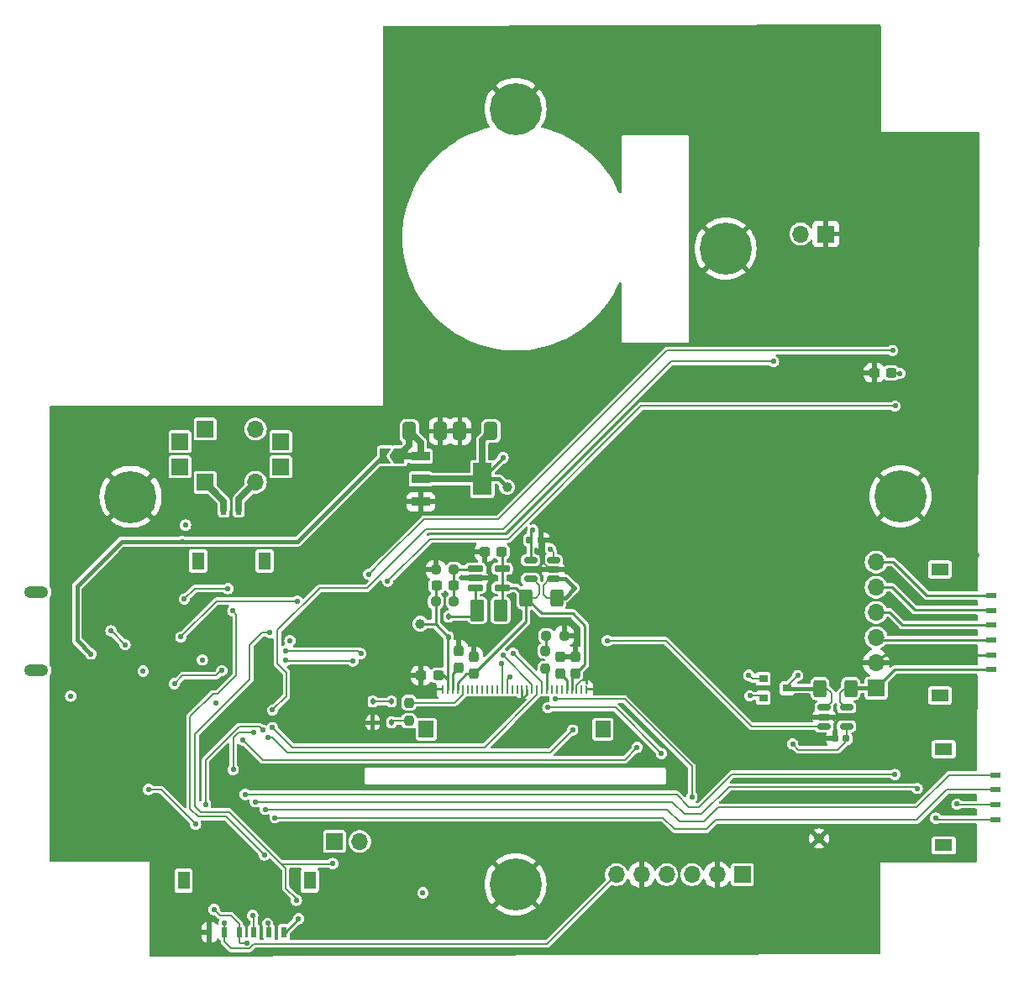
<source format=gbr>
%TF.GenerationSoftware,KiCad,Pcbnew,8.0.4*%
%TF.CreationDate,2024-10-28T08:05:00-04:00*%
%TF.ProjectId,payload_board,7061796c-6f61-4645-9f62-6f6172642e6b,rev?*%
%TF.SameCoordinates,Original*%
%TF.FileFunction,Copper,L4,Bot*%
%TF.FilePolarity,Positive*%
%FSLAX46Y46*%
G04 Gerber Fmt 4.6, Leading zero omitted, Abs format (unit mm)*
G04 Created by KiCad (PCBNEW 8.0.4) date 2024-10-28 08:05:00*
%MOMM*%
%LPD*%
G01*
G04 APERTURE LIST*
G04 Aperture macros list*
%AMRoundRect*
0 Rectangle with rounded corners*
0 $1 Rounding radius*
0 $2 $3 $4 $5 $6 $7 $8 $9 X,Y pos of 4 corners*
0 Add a 4 corners polygon primitive as box body*
4,1,4,$2,$3,$4,$5,$6,$7,$8,$9,$2,$3,0*
0 Add four circle primitives for the rounded corners*
1,1,$1+$1,$2,$3*
1,1,$1+$1,$4,$5*
1,1,$1+$1,$6,$7*
1,1,$1+$1,$8,$9*
0 Add four rect primitives between the rounded corners*
20,1,$1+$1,$2,$3,$4,$5,0*
20,1,$1+$1,$4,$5,$6,$7,0*
20,1,$1+$1,$6,$7,$8,$9,0*
20,1,$1+$1,$8,$9,$2,$3,0*%
%AMFreePoly0*
4,1,6,1.000000,0.000000,0.500000,-0.750000,-0.500000,-0.750000,-0.500000,0.750000,0.500000,0.750000,1.000000,0.000000,1.000000,0.000000,$1*%
%AMFreePoly1*
4,1,6,0.500000,-0.750000,-0.650000,-0.750000,-0.150000,0.000000,-0.650000,0.750000,0.500000,0.750000,0.500000,-0.750000,0.500000,-0.750000,$1*%
G04 Aperture macros list end*
%TA.AperFunction,ComponentPad*%
%ADD10C,5.250000*%
%TD*%
%TA.AperFunction,ComponentPad*%
%ADD11R,1.700000X1.700000*%
%TD*%
%TA.AperFunction,ComponentPad*%
%ADD12O,1.700000X1.700000*%
%TD*%
%TA.AperFunction,ComponentPad*%
%ADD13O,2.416000X1.208000*%
%TD*%
%TA.AperFunction,SMDPad,CuDef*%
%ADD14RoundRect,0.237500X0.237500X-0.250000X0.237500X0.250000X-0.237500X0.250000X-0.237500X-0.250000X0*%
%TD*%
%TA.AperFunction,SMDPad,CuDef*%
%ADD15RoundRect,0.112500X-0.112500X0.187500X-0.112500X-0.187500X0.112500X-0.187500X0.112500X0.187500X0*%
%TD*%
%TA.AperFunction,SMDPad,CuDef*%
%ADD16R,0.600000X1.000000*%
%TD*%
%TA.AperFunction,SMDPad,CuDef*%
%ADD17R,1.250000X1.800000*%
%TD*%
%TA.AperFunction,SMDPad,CuDef*%
%ADD18RoundRect,0.250000X-0.400000X-0.625000X0.400000X-0.625000X0.400000X0.625000X-0.400000X0.625000X0*%
%TD*%
%TA.AperFunction,SMDPad,CuDef*%
%ADD19RoundRect,0.150000X-0.512500X-0.150000X0.512500X-0.150000X0.512500X0.150000X-0.512500X0.150000X0*%
%TD*%
%TA.AperFunction,SMDPad,CuDef*%
%ADD20RoundRect,0.237500X-0.300000X-0.237500X0.300000X-0.237500X0.300000X0.237500X-0.300000X0.237500X0*%
%TD*%
%TA.AperFunction,SMDPad,CuDef*%
%ADD21RoundRect,0.237500X0.250000X0.237500X-0.250000X0.237500X-0.250000X-0.237500X0.250000X-0.237500X0*%
%TD*%
%TA.AperFunction,SMDPad,CuDef*%
%ADD22R,1.000000X0.600000*%
%TD*%
%TA.AperFunction,SMDPad,CuDef*%
%ADD23R,1.800000X1.250000*%
%TD*%
%TA.AperFunction,SMDPad,CuDef*%
%ADD24FreePoly0,180.000000*%
%TD*%
%TA.AperFunction,SMDPad,CuDef*%
%ADD25FreePoly1,180.000000*%
%TD*%
%TA.AperFunction,SMDPad,CuDef*%
%ADD26RoundRect,0.237500X-0.237500X0.300000X-0.237500X-0.300000X0.237500X-0.300000X0.237500X0.300000X0*%
%TD*%
%TA.AperFunction,SMDPad,CuDef*%
%ADD27RoundRect,0.155000X-0.212500X-0.155000X0.212500X-0.155000X0.212500X0.155000X-0.212500X0.155000X0*%
%TD*%
%TA.AperFunction,SMDPad,CuDef*%
%ADD28C,1.000000*%
%TD*%
%TA.AperFunction,SMDPad,CuDef*%
%ADD29RoundRect,0.112500X0.112500X-0.187500X0.112500X0.187500X-0.112500X0.187500X-0.112500X-0.187500X0*%
%TD*%
%TA.AperFunction,SMDPad,CuDef*%
%ADD30R,0.900000X0.800000*%
%TD*%
%TA.AperFunction,SMDPad,CuDef*%
%ADD31RoundRect,0.250000X0.412500X0.650000X-0.412500X0.650000X-0.412500X-0.650000X0.412500X-0.650000X0*%
%TD*%
%TA.AperFunction,SMDPad,CuDef*%
%ADD32R,1.524000X1.701800*%
%TD*%
%TA.AperFunction,SMDPad,CuDef*%
%ADD33R,0.254000X0.812800*%
%TD*%
%TA.AperFunction,SMDPad,CuDef*%
%ADD34RoundRect,0.150000X0.512500X0.150000X-0.512500X0.150000X-0.512500X-0.150000X0.512500X-0.150000X0*%
%TD*%
%TA.AperFunction,SMDPad,CuDef*%
%ADD35RoundRect,0.237500X-0.250000X-0.237500X0.250000X-0.237500X0.250000X0.237500X-0.250000X0.237500X0*%
%TD*%
%TA.AperFunction,SMDPad,CuDef*%
%ADD36RoundRect,0.237500X-0.237500X0.250000X-0.237500X-0.250000X0.237500X-0.250000X0.237500X0.250000X0*%
%TD*%
%TA.AperFunction,SMDPad,CuDef*%
%ADD37R,1.850000X0.900000*%
%TD*%
%TA.AperFunction,SMDPad,CuDef*%
%ADD38R,1.850000X3.200000*%
%TD*%
%TA.AperFunction,SMDPad,CuDef*%
%ADD39RoundRect,0.237500X0.300000X0.237500X-0.300000X0.237500X-0.300000X-0.237500X0.300000X-0.237500X0*%
%TD*%
%TA.AperFunction,SMDPad,CuDef*%
%ADD40RoundRect,0.162500X-0.617500X-0.162500X0.617500X-0.162500X0.617500X0.162500X-0.617500X0.162500X0*%
%TD*%
%TA.AperFunction,SMDPad,CuDef*%
%ADD41RoundRect,0.250001X0.462499X0.849999X-0.462499X0.849999X-0.462499X-0.849999X0.462499X-0.849999X0*%
%TD*%
%TA.AperFunction,SMDPad,CuDef*%
%ADD42RoundRect,0.250000X-0.412500X-0.650000X0.412500X-0.650000X0.412500X0.650000X-0.412500X0.650000X0*%
%TD*%
%TA.AperFunction,ViaPad*%
%ADD43C,0.550000*%
%TD*%
%TA.AperFunction,ViaPad*%
%ADD44C,0.800000*%
%TD*%
%TA.AperFunction,Conductor*%
%ADD45C,0.250000*%
%TD*%
%TA.AperFunction,Conductor*%
%ADD46C,0.152400*%
%TD*%
%TA.AperFunction,Conductor*%
%ADD47C,0.635000*%
%TD*%
%TA.AperFunction,Conductor*%
%ADD48C,0.381000*%
%TD*%
%TA.AperFunction,Conductor*%
%ADD49C,0.293370*%
%TD*%
%TA.AperFunction,Conductor*%
%ADD50C,0.254000*%
%TD*%
G04 APERTURE END LIST*
D10*
%TO.P,,1,DAT2*%
%TO.N,GND*%
X101782992Y-62956243D03*
%TD*%
D11*
%TO.P,J2,1,Pin_1*%
%TO.N,CIN-*%
X99340000Y-82270000D03*
D12*
%TO.P,J2,2,Pin_2*%
%TO.N,GND*%
X99340000Y-79730000D03*
%TO.P,J2,3,Pin_3*%
%TO.N,SPI1_SCK_Cam*%
X99340000Y-77190000D03*
%TO.P,J2,4,Pin_4*%
%TO.N,SPI1_MISO_Cam*%
X99340000Y-74650000D03*
%TO.P,J2,5,Pin_5*%
%TO.N,SPI1_MOSI_Cam*%
X99340000Y-72110000D03*
%TO.P,J2,6,Pin_6*%
%TO.N,SPI1_CS_Cam*%
X99340000Y-69570000D03*
%TD*%
D11*
%TO.P,J15,1,Pin_1*%
%TO.N,SWCLK*%
X85852000Y-101092000D03*
D12*
%TO.P,J15,2,Pin_2*%
%TO.N,GND*%
X83312000Y-101092000D03*
%TO.P,J15,3*%
%TO.N,SWDIO*%
X80772000Y-101092000D03*
%TO.P,J15,4*%
%TO.N,UART1_TX*%
X78232000Y-101092000D03*
%TO.P,J15,5*%
%TO.N,GND*%
X75692000Y-101092000D03*
%TO.P,J15,6*%
%TO.N,UART1_RX*%
X73152000Y-101092000D03*
%TD*%
D11*
%TO.P,J_Burn,1*%
%TO.N,BGND*%
X31705000Y-61540000D03*
X29165000Y-59980000D03*
X29165000Y-57440000D03*
X31705000Y-56170000D03*
D12*
%TO.P,J_Burn,2*%
%TO.N,BPWR*%
X36785000Y-61540000D03*
D11*
X39325000Y-59980000D03*
X39325000Y-57440000D03*
D12*
X36785000Y-56170000D03*
%TD*%
D10*
%TO.P,,1,In*%
%TO.N,GND*%
X84155749Y-37976859D03*
%TD*%
D11*
%TO.P,J12,1,Pin_1*%
%TO.N,GND*%
X94275000Y-36500000D03*
D12*
%TO.P,J12,2,Pin_2*%
%TO.N,+3.3V*%
X91735000Y-36500000D03*
%TD*%
D10*
%TO.P,,1,Pin_1*%
%TO.N,GND*%
X24195000Y-63000000D03*
%TD*%
D11*
%TO.P,R9,1*%
%TO.N,/~{RESET}*%
X44750000Y-97725000D03*
D12*
%TO.P,R9,2*%
%TO.N,Net-(U2-~{RESET})*%
X47290000Y-97725000D03*
%TD*%
D13*
%TO.P,J7,SH1*%
%TO.N,N/C*%
X14700000Y-72567500D03*
%TO.P,J7,SH6*%
X14700000Y-80467500D03*
%TD*%
D10*
%TO.P,J2,1,VTref*%
%TO.N,GND*%
X62988996Y-102081941D03*
%TD*%
D14*
%TO.P,R19,1*%
%TO.N,Net-(D7-A)*%
X52250000Y-85575000D03*
%TO.P,R19,2*%
%TO.N,Net-(U6-VSL)*%
X52250000Y-83750000D03*
%TD*%
D15*
%TO.P,D7,1,C*%
%TO.N,Net-(D5-A)*%
X50500000Y-83650000D03*
%TO.P,D7,2,A*%
%TO.N,Net-(D7-A)*%
X50500000Y-85750000D03*
%TD*%
D16*
%TO.P,J8,1,Pin_1*%
%TO.N,BPWR*%
X35095000Y-64270000D03*
%TO.P,J8,2,Pin_2*%
%TO.N,BGND*%
X33595000Y-64270000D03*
D17*
%TO.P,J8,S1*%
%TO.N,N/C*%
X37700000Y-69460000D03*
%TO.P,J8,S2*%
X30990000Y-69460000D03*
%TD*%
D18*
%TO.P,R13,1,1*%
%TO.N,DIN-*%
X64075600Y-73169796D03*
%TO.P,R13,2,2*%
%TO.N,+3.3V*%
X67175600Y-73169796D03*
%TD*%
D19*
%TO.P,U4,1*%
%TO.N,ADC1*%
X94082500Y-86142000D03*
%TO.P,U4,2,GND*%
%TO.N,GND*%
X94082500Y-85192000D03*
%TO.P,U4,3,+*%
%TO.N,Cam_3.3v*%
X94082500Y-84242000D03*
%TO.P,U4,4,-*%
%TO.N,CIN-*%
X96357500Y-84242000D03*
%TO.P,U4,5,V+*%
%TO.N,Cam_3.3v*%
X96357500Y-86142000D03*
%TD*%
D20*
%TO.P,C18,1*%
%TO.N,GND*%
X99137500Y-50500000D03*
%TO.P,C18,2*%
%TO.N,+3.3V*%
X100862500Y-50500000D03*
%TD*%
D21*
%TO.P,R18,1*%
%TO.N,Net-(U5-FB)*%
X56775001Y-70350000D03*
%TO.P,R18,2*%
%TO.N,GND*%
X54950001Y-70350000D03*
%TD*%
D22*
%TO.P,J1,1,Pin_1*%
%TO.N,CIN-*%
X110960001Y-80429652D03*
%TO.P,J1,2,Pin_2*%
%TO.N,GND*%
X110960001Y-78929652D03*
%TO.P,J1,3,Pin_3*%
%TO.N,SPI1_SCK_Cam*%
X110960001Y-77429653D03*
%TO.P,J1,4,Pin_4*%
%TO.N,SPI1_MISO_Cam*%
X110960001Y-75929651D03*
%TO.P,J1,5,Pin_5*%
%TO.N,SPI1_MOSI_Cam*%
X110960001Y-74429651D03*
%TO.P,J1,6,Pin_6*%
%TO.N,SPI1_CS_Cam*%
X110960001Y-72929652D03*
D23*
%TO.P,J1,7*%
%TO.N,N/C*%
X105770001Y-83034651D03*
%TO.P,J1,8*%
X105770001Y-70324653D03*
%TD*%
D20*
%TO.P,C20,1*%
%TO.N,GND*%
X53475000Y-81000000D03*
%TO.P,C20,2*%
%TO.N,+13V*%
X55200000Y-81000000D03*
%TD*%
D18*
%TO.P,R14,1,1*%
%TO.N,Cam_3.3v*%
X93670000Y-82321800D03*
%TO.P,R14,2,2*%
%TO.N,CIN-*%
X96770000Y-82321800D03*
%TD*%
D24*
%TO.P,J4,1,A*%
%TO.N,VUR*%
X51265000Y-58862500D03*
D25*
%TO.P,J4,2,B*%
%TO.N,VBUS*%
X49815000Y-58862500D03*
%TD*%
D26*
%TO.P,C23,1*%
%TO.N,GND*%
X58750000Y-79137500D03*
%TO.P,C23,2*%
%TO.N,DIN-*%
X58750000Y-80862500D03*
%TD*%
D27*
%TO.P,C16,1,1*%
%TO.N,+3.3V*%
X64412500Y-67359201D03*
%TO.P,C16,2,2*%
%TO.N,GND*%
X65547500Y-67359201D03*
%TD*%
D28*
%TO.P,TGND3,1,P$1*%
%TO.N,GND*%
X93580000Y-97440000D03*
%TD*%
D29*
%TO.P,D9,1,C*%
%TO.N,+13V*%
X56250001Y-77150000D03*
%TO.P,D9,2,A*%
%TO.N,Net-(D9-A)*%
X56250001Y-75050000D03*
%TD*%
D30*
%TO.P,Q1,1,G*%
%TO.N,Cam_RST*%
X87954000Y-83246000D03*
%TO.P,Q1,2,S*%
%TO.N,+3.3V*%
X87954000Y-81346000D03*
%TO.P,Q1,3,D*%
%TO.N,Cam_3.3v*%
X90354000Y-82296000D03*
%TD*%
D31*
%TO.P,C13,1,1*%
%TO.N,+3.3V*%
X60512500Y-56372500D03*
%TO.P,C13,2,2*%
%TO.N,GND*%
X57387500Y-56372500D03*
%TD*%
D32*
%TO.P,U6,31*%
%TO.N,N/C*%
X53997300Y-86413200D03*
%TO.P,U6,32*%
X71802700Y-86413200D03*
D33*
%TO.P,U6,P$1,NC(GND)@2*%
%TO.N,GND*%
X70150001Y-82400000D03*
%TO.P,U6,P$2,NC@3*%
%TO.N,unconnected-(U6-NC@3-PadP$2)*%
X69650002Y-82400000D03*
%TO.P,U6,P$3,VSS*%
%TO.N,GND*%
X69150000Y-82400000D03*
%TO.P,U6,P$4,VCI*%
%TO.N,DIN-*%
X68650001Y-82400000D03*
%TO.P,U6,P$5,VDD*%
%TO.N,Net-(U6-VDD)*%
X68150000Y-82400000D03*
%TO.P,U6,P$6,NC@2*%
%TO.N,unconnected-(U6-NC@2-PadP$6)*%
X67650001Y-82400000D03*
%TO.P,U6,P$7,GPIO0*%
%TO.N,unconnected-(U6-GPIO0-PadP$7)*%
X67150002Y-82400000D03*
%TO.P,U6,P$8,GPIO1*%
%TO.N,unconnected-(U6-GPIO1-PadP$8)*%
X66650000Y-82400000D03*
%TO.P,U6,P$9,IREF*%
%TO.N,Net-(U6-IREF)*%
X66150001Y-82400000D03*
%TO.P,U6,P$10,RES#*%
%TO.N,Disp_RST*%
X65650000Y-82400000D03*
%TO.P,U6,P$11,D/C#*%
%TO.N,Disp_DC*%
X65150001Y-82400000D03*
%TO.P,U6,P$12,CS#*%
%TO.N,SPI0_CS_DISP*%
X64650002Y-82400000D03*
%TO.P,U6,P$13,BS1*%
%TO.N,GND*%
X64150000Y-82400000D03*
%TO.P,U6,P$14,BS0*%
X63650001Y-82400000D03*
%TO.P,U6,P$15,R/W#*%
%TO.N,unconnected-(U6-R{slash}W#-PadP$15)*%
X63150002Y-82400000D03*
%TO.P,U6,P$16,E/RD#*%
%TO.N,unconnected-(U6-E{slash}RD#-PadP$16)*%
X62650000Y-82400000D03*
%TO.P,U6,P$17,D0/SCK*%
%TO.N,SPI0_SCK*%
X62150002Y-82400000D03*
%TO.P,U6,P$18,D1/SDIN*%
%TO.N,SPI0_MOSI*%
X61650000Y-82400000D03*
%TO.P,U6,P$19,D2*%
%TO.N,unconnected-(U6-D2-PadP$19)*%
X61150001Y-82400000D03*
%TO.P,U6,P$20,D3*%
%TO.N,unconnected-(U6-D3-PadP$20)*%
X60650002Y-82400000D03*
%TO.P,U6,P$21,D4*%
%TO.N,unconnected-(U6-D4-PadP$21)*%
X60150000Y-82400000D03*
%TO.P,U6,P$22,D5*%
%TO.N,unconnected-(U6-D5-PadP$22)*%
X59650001Y-82400000D03*
%TO.P,U6,P$23,D6*%
%TO.N,unconnected-(U6-D6-PadP$23)*%
X59150000Y-82400000D03*
%TO.P,U6,P$24,D7*%
%TO.N,unconnected-(U6-D7-PadP$24)*%
X58650001Y-82400000D03*
%TO.P,U6,P$25,NC@1*%
%TO.N,unconnected-(U6-NC@1-PadP$25)*%
X58150002Y-82400000D03*
%TO.P,U6,P$26,VSL*%
%TO.N,Net-(U6-VSL)*%
X57650000Y-82400000D03*
%TO.P,U6,P$27,VDDIO*%
%TO.N,DIN-*%
X57150001Y-82400000D03*
%TO.P,U6,P$28,VCOMH*%
%TO.N,Net-(U6-VCOMH)*%
X56650000Y-82400000D03*
%TO.P,U6,P$29,VCC*%
%TO.N,+13V*%
X56150001Y-82400000D03*
%TO.P,U6,P$30,NC(GND)@1*%
%TO.N,GND*%
X55650002Y-82400000D03*
%TD*%
D34*
%TO.P,U3,1*%
%TO.N,ADC0*%
X66794000Y-69390196D03*
%TO.P,U3,2,GND*%
%TO.N,GND*%
X66794000Y-70340196D03*
%TO.P,U3,3,+*%
%TO.N,+3.3V*%
X66794000Y-71290196D03*
%TO.P,U3,4,-*%
%TO.N,DIN-*%
X64519000Y-71290196D03*
%TO.P,U3,5,V+*%
%TO.N,+3.3V*%
X64519000Y-69390196D03*
%TD*%
D26*
%TO.P,C21,1*%
%TO.N,GND*%
X57250000Y-78500000D03*
%TO.P,C21,2*%
%TO.N,Net-(U6-VCOMH)*%
X57250000Y-80225000D03*
%TD*%
D22*
%TO.P,J3,1,Pin_1*%
%TO.N,BURN_B*%
X111340000Y-95530001D03*
%TO.P,J3,2,Pin_2*%
%TO.N,BURN_A*%
X111340000Y-94030001D03*
%TO.P,J3,3,Pin_3*%
%TO.N,I2C1_SDA*%
X111340000Y-92530002D03*
%TO.P,J3,4,Pin_4*%
%TO.N,I2C1_SCL*%
X111340000Y-91030000D03*
D23*
%TO.P,J3,5*%
%TO.N,N/C*%
X106150000Y-98135000D03*
%TO.P,J3,6*%
X106150000Y-88425001D03*
%TD*%
D28*
%TO.P,T13V,1,P$1*%
%TO.N,+13V*%
X53400000Y-75800000D03*
%TD*%
D35*
%TO.P,R17,1*%
%TO.N,+13V*%
X54950001Y-73550000D03*
%TO.P,R17,2*%
%TO.N,Net-(U5-FB)*%
X56775001Y-73550000D03*
%TD*%
D36*
%TO.P,R15,1*%
%TO.N,Net-(R15-Pad1)*%
X66000000Y-78525000D03*
%TO.P,R15,2*%
%TO.N,Net-(U6-IREF)*%
X66000000Y-80350000D03*
%TD*%
D37*
%TO.P,IC2,1,ADJ/GND*%
%TO.N,GND*%
X53442500Y-63502500D03*
%TO.P,IC2,2,OUTPUT*%
%TO.N,+3.3V*%
X53442500Y-61202500D03*
%TO.P,IC2,3,INPUT*%
%TO.N,VUR*%
X53442500Y-58902500D03*
D38*
%TO.P,IC2,4,VOUT*%
%TO.N,+3.3V*%
X59642500Y-61202500D03*
%TD*%
D26*
%TO.P,C24,1*%
%TO.N,GND*%
X69000000Y-79137500D03*
%TO.P,C24,2*%
%TO.N,DIN-*%
X69000000Y-80862500D03*
%TD*%
D20*
%TO.P,C25,1*%
%TO.N,+13V*%
X55050001Y-71950000D03*
%TO.P,C25,2*%
%TO.N,Net-(U5-FB)*%
X56775001Y-71950000D03*
%TD*%
D39*
%TO.P,C19,1*%
%TO.N,DIN-*%
X61612501Y-68550000D03*
%TO.P,C19,2*%
%TO.N,GND*%
X59887501Y-68550000D03*
%TD*%
D27*
%TO.P,C17,1,1*%
%TO.N,GND*%
X95162500Y-87376000D03*
%TO.P,C17,2,2*%
%TO.N,Cam_3.3v*%
X96297500Y-87376000D03*
%TD*%
D16*
%TO.P,J6,1,Pin_1*%
%TO.N,GND*%
X32140348Y-106880001D03*
%TO.P,J6,2,Pin_2*%
%TO.N,UART1_RX*%
X33640348Y-106880001D03*
%TO.P,J6,3,Pin_3*%
%TO.N,UART1_TX*%
X35140347Y-106880001D03*
%TO.P,J6,4,Pin_4*%
%TO.N,Break_SCL*%
X36640349Y-106880001D03*
%TO.P,J6,5,Pin_5*%
%TO.N,Break_SDA*%
X38140349Y-106880001D03*
%TO.P,J6,6,Pin_6*%
%TO.N,+3.3V*%
X39640348Y-106880001D03*
D17*
%TO.P,J6,7*%
%TO.N,N/C*%
X29535349Y-101690001D03*
%TO.P,J6,8*%
X42245347Y-101690001D03*
%TD*%
D26*
%TO.P,C22,1*%
%TO.N,GND*%
X67500000Y-79137500D03*
%TO.P,C22,2*%
%TO.N,Net-(U6-VDD)*%
X67500000Y-80862500D03*
%TD*%
D21*
%TO.P,R16,1*%
%TO.N,GND*%
X67912500Y-77000000D03*
%TO.P,R16,2*%
%TO.N,Net-(R15-Pad1)*%
X66087500Y-77000000D03*
%TD*%
D10*
%TO.P,J5,1,Pin_1*%
%TO.N,GND*%
X62988996Y-23896243D03*
%TD*%
D29*
%TO.P,D5,1,C*%
%TO.N,GND*%
X48600000Y-85750000D03*
%TO.P,D5,2,A*%
%TO.N,Net-(D5-A)*%
X48600000Y-83650000D03*
%TD*%
D40*
%TO.P,U5,1,SW*%
%TO.N,Net-(D9-A)*%
X58950001Y-72150000D03*
%TO.P,U5,2,GND*%
%TO.N,GND*%
X58950001Y-71200000D03*
%TO.P,U5,3,FB*%
%TO.N,Net-(U5-FB)*%
X58950001Y-70250000D03*
%TO.P,U5,4,~SHDN*%
%TO.N,DIN-*%
X61650001Y-70250000D03*
%TO.P,U5,5,VIN*%
X61650001Y-72150000D03*
%TD*%
D41*
%TO.P,L1,1,1*%
%TO.N,DIN-*%
X61483001Y-74448000D03*
%TO.P,L1,2,2*%
%TO.N,Net-(D9-A)*%
X59158001Y-74448000D03*
%TD*%
D28*
%TO.P,TREG3V3,1,P$1*%
%TO.N,+3.3V*%
X62140000Y-62020000D03*
%TD*%
D42*
%TO.P,C12,1,1*%
%TO.N,VUR*%
X52297500Y-56392500D03*
%TO.P,C12,2,2*%
%TO.N,GND*%
X55422500Y-56392500D03*
%TD*%
D43*
%TO.N,GND*%
X19280000Y-96560000D03*
X32140348Y-106880001D03*
X39250000Y-81250000D03*
X39750000Y-85000000D03*
X25460000Y-98880000D03*
X28150000Y-88140000D03*
X33750000Y-89000000D03*
X36670000Y-84150000D03*
X32750000Y-74750000D03*
X63700000Y-77500000D03*
X24830000Y-85470000D03*
X40900000Y-82200000D03*
D44*
X109290000Y-68880000D03*
D43*
%TO.N,1.2V*%
X33390000Y-80518000D03*
X28610000Y-81840000D03*
%TO.N,Break_SDA*%
X38000000Y-106000000D03*
%TO.N,Break_SCL*%
X36500000Y-105200000D03*
%TO.N,I2C1_SDA*%
X38750000Y-95342900D03*
%TO.N,I2C1_SCL*%
X37750000Y-94500000D03*
%TO.N,SPI0_CS_DISP*%
X61750000Y-79000000D03*
%TO.N,Cam_RST*%
X34544000Y-90500000D03*
X36561699Y-86708301D03*
X86600000Y-83060000D03*
%TO.N,SPI1_SCK_Cam*%
X35500000Y-87500000D03*
X75250000Y-88250000D03*
%TO.N,SPI1_MOSI_Cam*%
X38000000Y-87250000D03*
X68750000Y-86500000D03*
%TO.N,Disp_RST*%
X62750000Y-78750000D03*
%TO.N,/USBBOOT*%
X26000000Y-92500000D03*
X31750000Y-94000000D03*
X30750000Y-96000000D03*
X37500000Y-86500000D03*
%TO.N,Disp_DC*%
X38500000Y-86250000D03*
%TO.N,SWCLK*%
X66250000Y-84250000D03*
X39800000Y-79500000D03*
X46600000Y-79540000D03*
X77690000Y-88870000D03*
%TO.N,SWDIO*%
X47400000Y-78800000D03*
X39800000Y-78540000D03*
X80772000Y-93250000D03*
X67000000Y-83400000D03*
%TO.N,/~{RESET}*%
X38250000Y-76700000D03*
X40910000Y-103670000D03*
X44570000Y-99970000D03*
%TO.N,SPI0_MISO*%
X50100000Y-71500000D03*
X101250000Y-53853300D03*
%TO.N,SPI0_CS_SD*%
X48200000Y-70800000D03*
X101000000Y-48250000D03*
%TO.N,SPI0_SCK*%
X62400000Y-81200000D03*
%TO.N,SPI0_MOSI*%
X61600000Y-79800000D03*
%TO.N,WDT_WDI*%
X37661960Y-99098040D03*
X34500000Y-74500000D03*
%TO.N,ADC0*%
X66500000Y-68250000D03*
X34000000Y-72250000D03*
X29610000Y-73290000D03*
%TO.N,ADC1*%
X29260000Y-77130000D03*
X41000000Y-73500000D03*
X72250000Y-77500000D03*
%TO.N,Cam_3.3v*%
X90930040Y-87917700D03*
X91440000Y-81020000D03*
%TO.N,+3.3V*%
X101750000Y-50553299D03*
X31430000Y-79440000D03*
X41130000Y-105530000D03*
X86500000Y-80990000D03*
X40250000Y-77500000D03*
X32766000Y-83820000D03*
X64750000Y-66343201D03*
X61730000Y-59062500D03*
X53661000Y-102922000D03*
X29730000Y-65850000D03*
X68900000Y-72181201D03*
X25460000Y-80570000D03*
X18150000Y-83090000D03*
%TO.N,SD_IND*%
X38500000Y-84500000D03*
X89000000Y-49353299D03*
%TO.N,VBUS*%
X20200000Y-78850000D03*
X29390000Y-67510000D03*
%TO.N,/D+*%
X23640000Y-77910000D03*
X22220000Y-76520000D03*
%TO.N,UART1_TX*%
X32600000Y-104600000D03*
X35920000Y-108000000D03*
%TO.N,UART1_RX*%
X33640348Y-106000000D03*
%TO.N,BURN_A*%
X36750000Y-93750000D03*
X103470000Y-92390000D03*
X107480000Y-93980000D03*
%TO.N,BURN_B*%
X35750000Y-93000000D03*
X105350000Y-95400000D03*
X101220000Y-90990000D03*
%TD*%
D45*
%TO.N,GND*%
X63650001Y-83349999D02*
X63500000Y-83500000D01*
D46*
X69150000Y-82400000D02*
X69150000Y-81969628D01*
X66794000Y-70340196D02*
X66488042Y-70340196D01*
X66488042Y-70340196D02*
X65864800Y-69716954D01*
D45*
X64150000Y-82850000D02*
X63500000Y-83500000D01*
D46*
X69619628Y-81500000D02*
X70000000Y-81500000D01*
D45*
X63500000Y-83500000D02*
X63250000Y-83750000D01*
X111200000Y-78920000D02*
X100150000Y-78920000D01*
X63650001Y-82400000D02*
X63650001Y-83349999D01*
D46*
X69150000Y-81969628D02*
X69619628Y-81500000D01*
X94744999Y-85192000D02*
X95250000Y-85697001D01*
X65864800Y-67676501D02*
X65547500Y-67359201D01*
D45*
X64150000Y-82400000D02*
X64150000Y-82850000D01*
X100150000Y-78920000D02*
X99340000Y-79730000D01*
D46*
X95250000Y-85697001D02*
X95250000Y-87376000D01*
X65864800Y-69716954D02*
X65864800Y-67676501D01*
X94082500Y-85192000D02*
X94744999Y-85192000D01*
%TO.N,1.2V*%
X29424000Y-81026000D02*
X28610000Y-81840000D01*
X32817000Y-81026000D02*
X33325000Y-80518000D01*
X33325000Y-80518000D02*
X33390000Y-80518000D01*
X32817000Y-81026000D02*
X29424000Y-81026000D01*
D47*
%TO.N,VUR*%
X53442500Y-58902500D02*
X53442500Y-57537500D01*
X52297500Y-57830000D02*
X51265000Y-58862500D01*
X53442500Y-57537500D02*
X52297500Y-56392500D01*
X53442500Y-58902500D02*
X51305000Y-58902500D01*
X51305000Y-58902500D02*
X51265000Y-58862500D01*
X52297500Y-56392500D02*
X52297500Y-57830000D01*
D46*
%TO.N,Break_SDA*%
X38140349Y-106140349D02*
X38000000Y-106000000D01*
X38140349Y-106880001D02*
X38140349Y-106140349D01*
%TO.N,Break_SCL*%
X36640349Y-105340349D02*
X36640349Y-106880001D01*
X36500000Y-105200000D02*
X36640349Y-105340349D01*
%TO.N,I2C1_SDA*%
X38750000Y-95342900D02*
X77842900Y-95342900D01*
X106469998Y-92530002D02*
X111340000Y-92530002D01*
X82250000Y-96500000D02*
X83180000Y-95570000D01*
X77842900Y-95342900D02*
X79000000Y-96500000D01*
X103430000Y-95570000D02*
X106469998Y-92530002D01*
X83180000Y-95570000D02*
X103430000Y-95570000D01*
X79000000Y-96500000D02*
X82250000Y-96500000D01*
%TO.N,I2C1_SCL*%
X103420000Y-94300000D02*
X106690000Y-91030000D01*
X37750000Y-94500000D02*
X78250000Y-94500000D01*
X82000000Y-95750000D02*
X83450000Y-94300000D01*
X78250000Y-94500000D02*
X79500000Y-95750000D01*
X79500000Y-95750000D02*
X82000000Y-95750000D01*
X106690000Y-91030000D02*
X111340000Y-91030000D01*
X83450000Y-94300000D02*
X103420000Y-94300000D01*
%TO.N,SPI0_CS_DISP*%
X64650002Y-81900002D02*
X61750000Y-79000000D01*
X64650002Y-82400000D02*
X64650002Y-81900002D01*
%TO.N,Cam_RST*%
X35115619Y-86708301D02*
X34544000Y-87279920D01*
X36680000Y-86826602D02*
X36643398Y-86790000D01*
X86614000Y-83058000D02*
X87766000Y-83058000D01*
X34544000Y-87279920D02*
X34544000Y-90500000D01*
X87766000Y-83058000D02*
X87954000Y-83246000D01*
X36561699Y-86708301D02*
X35115619Y-86708301D01*
D45*
%TO.N,SPI1_MISO_Cam*%
X101989999Y-75919999D02*
X100720000Y-74650000D01*
X111200000Y-75919999D02*
X101989999Y-75919999D01*
X100720000Y-74650000D02*
X99340000Y-74650000D01*
%TO.N,SPI1_CS_Cam*%
X104429652Y-72929652D02*
X101070000Y-69570000D01*
X110960001Y-72929652D02*
X104429652Y-72929652D01*
X101070000Y-69570000D02*
X99340000Y-69570000D01*
D46*
%TO.N,SPI1_SCK_Cam*%
X41500000Y-89500000D02*
X74000000Y-89500000D01*
X37500000Y-89500000D02*
X41500000Y-89500000D01*
X35500000Y-87500000D02*
X37500000Y-89500000D01*
X74000000Y-89500000D02*
X75250000Y-88250000D01*
D45*
X111200000Y-77420001D02*
X99570001Y-77420001D01*
X99570001Y-77420001D02*
X99340000Y-77190000D01*
%TO.N,SPI1_MOSI_Cam*%
X111200000Y-74419999D02*
X103229999Y-74419999D01*
D46*
X40000000Y-88750000D02*
X66500000Y-88750000D01*
X66500000Y-88750000D02*
X68750000Y-86500000D01*
X38500000Y-87250000D02*
X40000000Y-88750000D01*
X38500000Y-87250000D02*
X38000000Y-87250000D01*
D45*
X100920000Y-72110000D02*
X99340000Y-72110000D01*
X103229999Y-74419999D02*
X100920000Y-72110000D01*
D46*
%TO.N,Disp_RST*%
X65650000Y-81650000D02*
X65650000Y-82400000D01*
X62750000Y-78750000D02*
X65650000Y-81650000D01*
%TO.N,/USBBOOT*%
X30750000Y-96000000D02*
X27250000Y-92500000D01*
X37500000Y-86500000D02*
X37166601Y-86166601D01*
X37166601Y-86166601D02*
X35124599Y-86166601D01*
X27250000Y-92500000D02*
X26500000Y-92500000D01*
X26500000Y-92500000D02*
X26000000Y-92500000D01*
X31750000Y-89541200D02*
X31750000Y-94000000D01*
X35124599Y-86166601D02*
X31770600Y-89520600D01*
X31770600Y-89520600D02*
X31750000Y-89541200D01*
%TO.N,Disp_DC*%
X59866802Y-88250000D02*
X65150001Y-82966801D01*
X65150001Y-82966801D02*
X65150001Y-82400000D01*
X38750000Y-86500000D02*
X40500000Y-88250000D01*
X38750000Y-86500000D02*
X38500000Y-86250000D01*
X40500000Y-88250000D02*
X59866802Y-88250000D01*
%TO.N,SWCLK*%
X40200000Y-79540000D02*
X46600000Y-79540000D01*
X66750000Y-84250000D02*
X73070000Y-84250000D01*
X40200000Y-79540000D02*
X39840000Y-79540000D01*
X77690000Y-88866000D02*
X77690000Y-88870000D01*
X66750000Y-84250000D02*
X66250000Y-84250000D01*
X39840000Y-79540000D02*
X39800000Y-79500000D01*
X73070000Y-84250000D02*
X77690000Y-88870000D01*
%TO.N,SWDIO*%
X80772000Y-90170000D02*
X80772000Y-93250000D01*
X74002000Y-83400000D02*
X74676000Y-84074000D01*
X74676000Y-84074000D02*
X80772000Y-90170000D01*
X40300000Y-78540000D02*
X47140000Y-78540000D01*
X40300000Y-78540000D02*
X39800000Y-78540000D01*
X47140000Y-78540000D02*
X47400000Y-78800000D01*
X67250000Y-83400000D02*
X67000000Y-83400000D01*
X67250000Y-83400000D02*
X74002000Y-83400000D01*
%TO.N,/~{RESET}*%
X44520000Y-100020000D02*
X40270000Y-100020000D01*
X30698300Y-92750000D02*
X30698300Y-86903700D01*
X39390000Y-100020000D02*
X39060000Y-99690000D01*
X36198300Y-81403700D02*
X36198300Y-77911700D01*
X36198300Y-77911700D02*
X37105000Y-77005000D01*
X34120000Y-94750000D02*
X34310000Y-94940000D01*
X37105000Y-77005000D02*
X37410000Y-76700000D01*
X39830000Y-102460000D02*
X39830000Y-100460000D01*
X37410000Y-76700000D02*
X38250000Y-76700000D01*
X39060000Y-99690000D02*
X34310000Y-94940000D01*
X31250000Y-94750000D02*
X34120000Y-94750000D01*
X40910000Y-103540000D02*
X39830000Y-102460000D01*
X40270000Y-100020000D02*
X39390000Y-100020000D01*
X40910000Y-103670000D02*
X40910000Y-103540000D01*
X37105000Y-77005000D02*
X37305000Y-76805000D01*
X39830000Y-100460000D02*
X39060000Y-99690000D01*
X44570000Y-99970000D02*
X44520000Y-100020000D01*
X30698300Y-92750000D02*
X30698300Y-94198300D01*
X30698300Y-94198300D02*
X31250000Y-94750000D01*
X30698300Y-86903700D02*
X36198300Y-81403700D01*
%TO.N,SPI0_MISO*%
X62250000Y-67250000D02*
X75646700Y-53853300D01*
X75646700Y-53853300D02*
X101250000Y-53853300D01*
X54350000Y-67250000D02*
X62250000Y-67250000D01*
X50100000Y-71500000D02*
X54350000Y-67250000D01*
%TO.N,SPI0_CS_SD*%
X56000000Y-65250000D02*
X61250000Y-65250000D01*
X62750000Y-63750000D02*
X78250000Y-48250000D01*
X49750000Y-69250000D02*
X53750000Y-65250000D01*
X48200000Y-70800000D02*
X49750000Y-69250000D01*
X61250000Y-65250000D02*
X62750000Y-63750000D01*
X53750000Y-65250000D02*
X56000000Y-65250000D01*
X78250000Y-48250000D02*
X79250000Y-48250000D01*
X79250000Y-48250000D02*
X101000000Y-48250000D01*
%TO.N,SPI0_SCK*%
X62150002Y-82400000D02*
X62150002Y-81449998D01*
X62150002Y-81449998D02*
X62400000Y-81200000D01*
%TO.N,SPI0_MOSI*%
X61650000Y-82400000D02*
X61650000Y-79850000D01*
X61650000Y-79850000D02*
X61600000Y-79800000D01*
%TO.N,WDT_WDI*%
X34860000Y-74860000D02*
X34860000Y-80964000D01*
X33813920Y-95250000D02*
X34156960Y-95593040D01*
X32523586Y-82845400D02*
X30190000Y-85178986D01*
X30190000Y-85178986D02*
X30190000Y-94440000D01*
X34500000Y-74500000D02*
X34860000Y-74860000D01*
X30190000Y-94440000D02*
X31000000Y-95250000D01*
X31000000Y-95250000D02*
X33813920Y-95250000D01*
X34156960Y-95593040D02*
X37661960Y-99098040D01*
X34860000Y-80964000D02*
X32978600Y-82845400D01*
X32978600Y-82845400D02*
X32523586Y-82845400D01*
%TO.N,ADC0*%
X66794000Y-68544000D02*
X66794000Y-69390196D01*
X29610000Y-73290000D02*
X30650000Y-72250000D01*
X66500000Y-68250000D02*
X66794000Y-68544000D01*
X30650000Y-72250000D02*
X34000000Y-72250000D01*
%TO.N,ADC1*%
X40990000Y-73510000D02*
X41000000Y-73500000D01*
X29260000Y-77130000D02*
X29240000Y-77120960D01*
X78320000Y-77680000D02*
X78140000Y-77500000D01*
X78140000Y-77500000D02*
X72250000Y-77500000D01*
X78320000Y-77680000D02*
X86782000Y-86142000D01*
X32850960Y-73510000D02*
X40990000Y-73510000D01*
X86782000Y-86142000D02*
X94082500Y-86142000D01*
X29240000Y-77120960D02*
X32850960Y-73510000D01*
D48*
%TO.N,Cam_3.3v*%
X90379800Y-82321800D02*
X90354000Y-82296000D01*
D46*
X96210000Y-87730000D02*
X95450000Y-88490000D01*
X95450000Y-88490000D02*
X91502340Y-88490000D01*
X94813600Y-82753600D02*
X94813600Y-83668000D01*
X94381800Y-82321800D02*
X94813600Y-82753600D01*
X91502340Y-88490000D02*
X90930040Y-87917700D01*
X96210000Y-87376000D02*
X96210000Y-87730000D01*
X90354000Y-82112000D02*
X90354000Y-82296000D01*
X96357500Y-86142000D02*
X96357500Y-87228500D01*
X91440000Y-81026000D02*
X90354000Y-82112000D01*
D48*
X93670000Y-82321800D02*
X90379800Y-82321800D01*
D46*
X94813600Y-83668000D02*
X94239600Y-84242000D01*
D45*
%TO.N,+3.3V*%
X101696701Y-50500000D02*
X101750000Y-50553299D01*
D48*
X68940000Y-72181201D02*
X68960000Y-72201201D01*
D49*
X59642500Y-61150000D02*
X61730000Y-59062500D01*
D48*
X59642500Y-61202500D02*
X59642500Y-60512500D01*
D46*
X65828800Y-71899796D02*
X66438400Y-71290196D01*
X65828800Y-72864996D02*
X65828800Y-71899796D01*
D48*
X67991405Y-73169796D02*
X67175600Y-73169796D01*
D50*
X64500000Y-69371196D02*
X64519000Y-69390196D01*
X64500000Y-66829201D02*
X64500000Y-66593201D01*
D48*
X68048995Y-71290196D02*
X68900000Y-72141201D01*
D46*
X87954000Y-81346000D02*
X86856000Y-81346000D01*
D48*
X66794000Y-71290196D02*
X68048995Y-71290196D01*
D50*
X64500000Y-66593201D02*
X64750000Y-66343201D01*
D45*
X100862500Y-50500000D02*
X101696701Y-50500000D01*
D48*
X68900000Y-72141201D02*
X68900000Y-72181201D01*
X68960000Y-72201201D02*
X67991405Y-73169796D01*
D50*
X39779999Y-106880001D02*
X39640348Y-106880001D01*
D46*
X66133600Y-73169796D02*
X65828800Y-72864996D01*
X86856000Y-81346000D02*
X86500000Y-80990000D01*
D49*
X59642500Y-61202500D02*
X59642500Y-61150000D01*
D47*
X59642500Y-61202500D02*
X59642500Y-57242500D01*
D48*
X59642500Y-61202500D02*
X61322500Y-61202500D01*
X61322500Y-61202500D02*
X62140000Y-62020000D01*
D46*
X67175600Y-73169796D02*
X66133600Y-73169796D01*
D47*
X53442500Y-61202500D02*
X59642500Y-61202500D01*
D50*
X41130000Y-105530000D02*
X39779999Y-106880001D01*
D48*
X68900000Y-72181201D02*
X68940000Y-72181201D01*
D47*
X59642500Y-57242500D02*
X60512500Y-56372500D01*
D50*
X64500000Y-66829201D02*
X64500000Y-69371196D01*
D46*
%TO.N,SD_IND*%
X39900000Y-83100000D02*
X39900000Y-80700000D01*
X61750000Y-66250000D02*
X78646701Y-49353299D01*
X54000000Y-66250000D02*
X61750000Y-66250000D01*
X39000000Y-76450000D02*
X43250000Y-72200000D01*
X78646701Y-49353299D02*
X88250000Y-49353299D01*
X88250000Y-49353299D02*
X89000000Y-49353299D01*
X48050000Y-72200000D02*
X54000000Y-66250000D01*
X38500000Y-84500000D02*
X39900000Y-83100000D01*
X39900000Y-80700000D02*
X39000000Y-79800000D01*
X43250000Y-72200000D02*
X48050000Y-72200000D01*
X39000000Y-79800000D02*
X39000000Y-76450000D01*
D48*
%TO.N,VBUS*%
X18800000Y-77450000D02*
X18800000Y-71980000D01*
X25370000Y-67510000D02*
X29390000Y-67510000D01*
X29390000Y-67510000D02*
X41040000Y-67510000D01*
X41040000Y-67510000D02*
X49640000Y-58910000D01*
X18800000Y-71980000D02*
X23270000Y-67510000D01*
X23270000Y-67510000D02*
X25370000Y-67510000D01*
X20200000Y-78850000D02*
X18800000Y-77450000D01*
D46*
%TO.N,/D+*%
X22252500Y-76522500D02*
X22230000Y-76522500D01*
X23640000Y-77910000D02*
X22252500Y-76522500D01*
%TO.N,UART1_TX*%
X33200000Y-105200000D02*
X34300000Y-105200000D01*
X34300000Y-105200000D02*
X35140347Y-106040347D01*
X32600000Y-104600000D02*
X33200000Y-105200000D01*
X35140347Y-107910347D02*
X35140347Y-106880001D01*
X35230000Y-108000000D02*
X35140347Y-107910347D01*
X35920000Y-108000000D02*
X35230000Y-108000000D01*
X35140347Y-106040347D02*
X35140347Y-106880001D01*
%TO.N,UART1_RX*%
X34351700Y-108541700D02*
X33640348Y-107830348D01*
X33640348Y-106880001D02*
X33640348Y-106000000D01*
X36144380Y-108541700D02*
X34351700Y-108541700D01*
X33640348Y-107830348D02*
X33640348Y-106880001D01*
X36626080Y-108060000D02*
X36144380Y-108541700D01*
X73152000Y-101092000D02*
X66184000Y-108060000D01*
X66184000Y-108060000D02*
X36626080Y-108060000D01*
D47*
%TO.N,BGND*%
X33595000Y-63430000D02*
X31705000Y-61540000D01*
X33595000Y-64270000D02*
X33595000Y-63430000D01*
%TO.N,BPWR*%
X35095000Y-64270000D02*
X35095000Y-63230000D01*
X35095000Y-63230000D02*
X36785000Y-61540000D01*
D48*
%TO.N,CIN-*%
X96795800Y-82296000D02*
X96770000Y-82321800D01*
D45*
X99340000Y-82270000D02*
X101190000Y-80420000D01*
D46*
X95702600Y-83668000D02*
X96276600Y-84242000D01*
D45*
X101190000Y-80420000D02*
X111200000Y-80420000D01*
D46*
X96134400Y-82321800D02*
X95702600Y-82753600D01*
D48*
X99080000Y-82296000D02*
X96795800Y-82296000D01*
D46*
X95702600Y-82753600D02*
X95702600Y-83668000D01*
%TO.N,DIN-*%
X65016000Y-73169796D02*
X65371600Y-72814196D01*
D48*
X64015200Y-73230196D02*
X64075600Y-73169796D01*
D50*
X70000000Y-76000000D02*
X68750000Y-74750000D01*
X61650001Y-72150000D02*
X61650001Y-70250000D01*
X58019100Y-80862500D02*
X58750000Y-80862500D01*
D49*
X61650001Y-68587500D02*
X61612501Y-68550000D01*
D50*
X63055804Y-72150000D02*
X64075600Y-73169796D01*
X58750000Y-80862500D02*
X64075600Y-75536900D01*
X61650001Y-72150000D02*
X61650001Y-74281000D01*
X61650001Y-74281000D02*
X61483001Y-74448000D01*
X64075600Y-75536900D02*
X64075600Y-73169796D01*
D48*
X64034195Y-73211201D02*
X64075600Y-73169796D01*
D50*
X68650001Y-81212499D02*
X69000000Y-80862500D01*
X57150001Y-81731599D02*
X58019100Y-80862500D01*
D46*
X64075600Y-73169796D02*
X65016000Y-73169796D01*
D50*
X69000000Y-80862500D02*
X70000000Y-79862500D01*
D49*
X61650001Y-70250000D02*
X61650001Y-68587500D01*
D50*
X70000000Y-79862500D02*
X70000000Y-76000000D01*
X57150001Y-82400000D02*
X57150001Y-81731599D01*
D46*
X65371600Y-71899796D02*
X64762000Y-71290196D01*
X65371600Y-72814196D02*
X65371600Y-71899796D01*
D50*
X68650001Y-82400000D02*
X68650001Y-81212499D01*
X65655804Y-74750000D02*
X64075600Y-73169796D01*
X61650001Y-72150000D02*
X63055804Y-72150000D01*
X68750000Y-74750000D02*
X65655804Y-74750000D01*
D49*
%TO.N,+13V*%
X56250001Y-77150000D02*
X55050001Y-75949999D01*
X56150001Y-77600000D02*
X56150001Y-77250000D01*
D50*
X55737500Y-81000000D02*
X56150001Y-81412501D01*
D49*
X54950001Y-73550000D02*
X54950001Y-72050000D01*
X56150001Y-81400000D02*
X56150001Y-77600000D01*
X55050001Y-75949999D02*
X54950001Y-75850000D01*
X54950001Y-72050000D02*
X55050001Y-71950000D01*
D50*
X55200000Y-81000000D02*
X55737500Y-81000000D01*
D49*
X54950001Y-75850000D02*
X54950001Y-73550000D01*
D45*
X53400000Y-75800000D02*
X54900002Y-75800000D01*
D50*
X56150001Y-81412501D02*
X56150001Y-82400000D01*
D49*
X56150001Y-77250000D02*
X56250001Y-77150000D01*
D45*
X56150001Y-82400000D02*
X56150001Y-81400000D01*
X54900002Y-75800000D02*
X55050001Y-75949999D01*
D50*
%TO.N,Net-(U6-VCOMH)*%
X56650000Y-82400000D02*
X56650000Y-80825000D01*
X56650000Y-80825000D02*
X57250000Y-80225000D01*
%TO.N,Net-(U6-VDD)*%
X68150000Y-82400000D02*
X68150000Y-81512500D01*
X68150000Y-81512500D02*
X67500000Y-80862500D01*
D49*
%TO.N,Net-(U5-FB)*%
X56775001Y-70350000D02*
X58850001Y-70350000D01*
X56775001Y-71950000D02*
X56775001Y-73550000D01*
X58850001Y-70350000D02*
X58950001Y-70250000D01*
X56775001Y-70350000D02*
X56775001Y-71950000D01*
D46*
%TO.N,Net-(D5-A)*%
X50500000Y-83650000D02*
X48600000Y-83650000D01*
%TO.N,Net-(D7-A)*%
X50675000Y-85575000D02*
X50500000Y-85750000D01*
X52250000Y-85575000D02*
X50675000Y-85575000D01*
D49*
%TO.N,Net-(D9-A)*%
X58556001Y-75050000D02*
X59158001Y-74448000D01*
D50*
X58950001Y-72150000D02*
X58950001Y-74240000D01*
D49*
X56250001Y-75050000D02*
X58556001Y-75050000D01*
D50*
X58950001Y-74240000D02*
X59158001Y-74448000D01*
D46*
%TO.N,BURN_A*%
X107480000Y-93980000D02*
X107530001Y-94030001D01*
X80000000Y-95000000D02*
X81750000Y-95000000D01*
X78750000Y-93750000D02*
X80000000Y-95000000D01*
X36750000Y-93750000D02*
X78750000Y-93750000D01*
X107530001Y-94030001D02*
X111340000Y-94030001D01*
X84500000Y-92250000D02*
X103330000Y-92250000D01*
X103330000Y-92250000D02*
X103470000Y-92390000D01*
X81750000Y-95000000D02*
X84500000Y-92250000D01*
%TO.N,BURN_B*%
X80500000Y-94250000D02*
X79250000Y-93000000D01*
X84809999Y-90940001D02*
X81500000Y-94250000D01*
X79250000Y-93000000D02*
X35750000Y-93000000D01*
X101170001Y-90940001D02*
X84809999Y-90940001D01*
X105350000Y-95400000D02*
X105480001Y-95530001D01*
X81500000Y-94250000D02*
X80500000Y-94250000D01*
X101220000Y-90990000D02*
X101170001Y-90940001D01*
X105480001Y-95530001D02*
X111340000Y-95530001D01*
D50*
%TO.N,Net-(U6-IREF)*%
X66150001Y-80500001D02*
X66000000Y-80350000D01*
X66150001Y-82400000D02*
X66150001Y-80500001D01*
D46*
%TO.N,Net-(U6-VSL)*%
X52250000Y-83750000D02*
X56866801Y-83750000D01*
X56866801Y-83750000D02*
X57650000Y-82966801D01*
X57650000Y-82966801D02*
X57650000Y-82400000D01*
D50*
%TO.N,Net-(R15-Pad1)*%
X66087500Y-77000000D02*
X66087500Y-78437500D01*
X66087500Y-78837500D02*
X66000000Y-78925000D01*
%TD*%
%TA.AperFunction,Conductor*%
%TO.N,GND*%
G36*
X99752734Y-15400910D02*
G01*
X99798643Y-15453580D01*
X99810000Y-15505421D01*
X99810000Y-26210000D01*
X99840000Y-26240000D01*
X109659453Y-26240000D01*
X109726492Y-26259685D01*
X109772247Y-26312489D01*
X109783451Y-26364533D01*
X109585285Y-72367466D01*
X109585199Y-72387316D01*
X109565226Y-72454270D01*
X109512225Y-72499797D01*
X109461200Y-72510782D01*
X104654516Y-72510782D01*
X104587477Y-72491097D01*
X104566835Y-72474463D01*
X101748149Y-69655778D01*
X104576131Y-69655778D01*
X104576131Y-70993517D01*
X104576133Y-70993543D01*
X104578980Y-71018096D01*
X104578982Y-71018100D01*
X104623356Y-71118600D01*
X104623359Y-71118604D01*
X104623360Y-71118606D01*
X104701048Y-71196294D01*
X104801554Y-71240672D01*
X104826128Y-71243523D01*
X106713873Y-71243522D01*
X106713888Y-71243520D01*
X106713891Y-71243520D01*
X106738444Y-71240673D01*
X106738445Y-71240672D01*
X106738448Y-71240672D01*
X106812852Y-71207819D01*
X106838948Y-71196297D01*
X106838949Y-71196296D01*
X106838954Y-71196294D01*
X106916642Y-71118606D01*
X106961020Y-71018100D01*
X106963871Y-70993526D01*
X106963870Y-69655781D01*
X106963868Y-69655762D01*
X106961021Y-69631209D01*
X106961020Y-69631207D01*
X106961020Y-69631206D01*
X106933995Y-69570000D01*
X106916645Y-69530705D01*
X106916643Y-69530702D01*
X106916642Y-69530700D01*
X106838954Y-69453012D01*
X106806795Y-69438812D01*
X106738449Y-69408634D01*
X106713874Y-69405783D01*
X104826136Y-69405783D01*
X104826110Y-69405785D01*
X104801557Y-69408632D01*
X104801553Y-69408634D01*
X104701053Y-69453008D01*
X104701045Y-69453014D01*
X104623362Y-69530697D01*
X104623358Y-69530704D01*
X104578982Y-69631203D01*
X104578982Y-69631205D01*
X104576131Y-69655778D01*
X101748149Y-69655778D01*
X101327194Y-69234823D01*
X101327192Y-69234821D01*
X101314938Y-69227746D01*
X101314937Y-69227745D01*
X101231680Y-69179677D01*
X101231679Y-69179676D01*
X101196167Y-69170160D01*
X101125145Y-69151130D01*
X101125143Y-69151130D01*
X100486039Y-69151130D01*
X100419000Y-69131445D01*
X100375039Y-69082402D01*
X100316707Y-68965256D01*
X100316702Y-68965248D01*
X100188949Y-68796076D01*
X100032290Y-68653263D01*
X100032289Y-68653262D01*
X99852051Y-68541663D01*
X99852049Y-68541662D01*
X99654379Y-68465085D01*
X99654378Y-68465084D01*
X99654376Y-68465084D01*
X99445995Y-68426130D01*
X99234005Y-68426130D01*
X99025624Y-68465084D01*
X99025622Y-68465084D01*
X99025620Y-68465085D01*
X98827950Y-68541662D01*
X98827948Y-68541663D01*
X98647709Y-68653263D01*
X98491050Y-68796076D01*
X98363297Y-68965248D01*
X98363292Y-68965256D01*
X98268808Y-69155005D01*
X98268802Y-69155020D01*
X98210790Y-69358912D01*
X98210789Y-69358914D01*
X98191230Y-69569999D01*
X98191230Y-69570000D01*
X98210789Y-69781085D01*
X98210790Y-69781087D01*
X98268802Y-69984979D01*
X98268808Y-69984994D01*
X98363292Y-70174743D01*
X98363297Y-70174751D01*
X98491050Y-70343923D01*
X98583769Y-70428447D01*
X98647711Y-70486738D01*
X98827949Y-70598337D01*
X99025624Y-70674916D01*
X99234005Y-70713870D01*
X99234008Y-70713870D01*
X99445992Y-70713870D01*
X99445995Y-70713870D01*
X99654376Y-70674916D01*
X99852051Y-70598337D01*
X100032289Y-70486738D01*
X100188951Y-70343921D01*
X100316704Y-70174749D01*
X100360045Y-70087709D01*
X100375039Y-70057598D01*
X100422542Y-70006361D01*
X100486039Y-69988870D01*
X100845137Y-69988870D01*
X100912176Y-70008555D01*
X100932817Y-70025188D01*
X104172459Y-73264831D01*
X104216054Y-73290000D01*
X104267974Y-73319976D01*
X104374507Y-73348522D01*
X109456523Y-73348522D01*
X109523562Y-73368207D01*
X109569317Y-73421011D01*
X109580521Y-73473054D01*
X109578779Y-73877663D01*
X109558806Y-73944617D01*
X109505805Y-73990144D01*
X109454780Y-74001129D01*
X103454862Y-74001129D01*
X103387823Y-73981444D01*
X103367181Y-73964810D01*
X101177194Y-71774822D01*
X101171994Y-71771820D01*
X101171991Y-71771818D01*
X101081680Y-71719677D01*
X101081679Y-71719676D01*
X101023679Y-71704135D01*
X100975145Y-71691130D01*
X100975143Y-71691130D01*
X100486039Y-71691130D01*
X100419000Y-71671445D01*
X100375039Y-71622402D01*
X100316707Y-71505256D01*
X100316702Y-71505248D01*
X100188949Y-71336076D01*
X100032290Y-71193263D01*
X100032289Y-71193262D01*
X99852051Y-71081663D01*
X99852049Y-71081662D01*
X99654379Y-71005085D01*
X99654378Y-71005084D01*
X99654376Y-71005084D01*
X99445995Y-70966130D01*
X99234005Y-70966130D01*
X99025624Y-71005084D01*
X99025622Y-71005084D01*
X99025620Y-71005085D01*
X98827950Y-71081662D01*
X98827948Y-71081663D01*
X98647709Y-71193263D01*
X98491050Y-71336076D01*
X98363297Y-71505248D01*
X98363292Y-71505256D01*
X98268808Y-71695005D01*
X98268802Y-71695020D01*
X98210790Y-71898912D01*
X98210789Y-71898914D01*
X98191230Y-72109999D01*
X98191230Y-72110000D01*
X98210789Y-72321085D01*
X98210790Y-72321087D01*
X98268802Y-72524979D01*
X98268808Y-72524994D01*
X98363292Y-72714743D01*
X98363297Y-72714751D01*
X98491050Y-72883923D01*
X98621773Y-73003092D01*
X98647711Y-73026738D01*
X98827949Y-73138337D01*
X99025624Y-73214916D01*
X99234005Y-73253870D01*
X99234008Y-73253870D01*
X99445992Y-73253870D01*
X99445995Y-73253870D01*
X99654376Y-73214916D01*
X99852051Y-73138337D01*
X100032289Y-73026738D01*
X100179890Y-72892181D01*
X100188949Y-72883923D01*
X100197585Y-72872488D01*
X100316704Y-72714749D01*
X100345764Y-72656389D01*
X100375039Y-72597598D01*
X100422542Y-72546361D01*
X100486039Y-72528870D01*
X100695137Y-72528870D01*
X100762176Y-72548555D01*
X100782818Y-72565189D01*
X102894820Y-74677191D01*
X102972807Y-74755178D01*
X102972808Y-74755179D01*
X102972810Y-74755180D01*
X103068317Y-74810321D01*
X103068318Y-74810321D01*
X103068321Y-74810323D01*
X103174854Y-74838869D01*
X103285144Y-74838869D01*
X109450103Y-74838869D01*
X109517142Y-74858554D01*
X109562897Y-74911358D01*
X109574101Y-74963401D01*
X109572847Y-75254743D01*
X109572317Y-75377663D01*
X109552344Y-75444617D01*
X109499343Y-75490144D01*
X109448318Y-75501129D01*
X102214862Y-75501129D01*
X102147823Y-75481444D01*
X102127181Y-75464810D01*
X100977193Y-74314822D01*
X100977192Y-74314821D01*
X100926493Y-74285550D01*
X100888960Y-74263880D01*
X100881679Y-74259676D01*
X100846167Y-74250160D01*
X100775145Y-74231130D01*
X100775143Y-74231130D01*
X100486039Y-74231130D01*
X100419000Y-74211445D01*
X100375039Y-74162402D01*
X100316707Y-74045256D01*
X100316702Y-74045248D01*
X100188949Y-73876076D01*
X100032290Y-73733263D01*
X100032289Y-73733262D01*
X99852051Y-73621663D01*
X99852049Y-73621662D01*
X99654379Y-73545085D01*
X99654378Y-73545084D01*
X99654376Y-73545084D01*
X99445995Y-73506130D01*
X99234005Y-73506130D01*
X99025624Y-73545084D01*
X99025622Y-73545084D01*
X99025620Y-73545085D01*
X98827950Y-73621662D01*
X98827948Y-73621663D01*
X98647709Y-73733263D01*
X98491050Y-73876076D01*
X98363297Y-74045248D01*
X98363292Y-74045256D01*
X98268808Y-74235005D01*
X98268802Y-74235020D01*
X98210790Y-74438912D01*
X98210789Y-74438914D01*
X98191230Y-74649999D01*
X98191230Y-74650000D01*
X98210789Y-74861085D01*
X98210790Y-74861087D01*
X98268802Y-75064979D01*
X98268808Y-75064994D01*
X98363292Y-75254743D01*
X98363297Y-75254751D01*
X98491050Y-75423923D01*
X98625822Y-75546783D01*
X98647711Y-75566738D01*
X98827949Y-75678337D01*
X99025624Y-75754916D01*
X99234005Y-75793870D01*
X99234008Y-75793870D01*
X99445992Y-75793870D01*
X99445995Y-75793870D01*
X99654376Y-75754916D01*
X99852051Y-75678337D01*
X100032289Y-75566738D01*
X100188951Y-75423921D01*
X100316704Y-75254749D01*
X100348669Y-75190555D01*
X100375039Y-75137598D01*
X100422542Y-75086361D01*
X100486039Y-75068870D01*
X100495137Y-75068870D01*
X100562176Y-75088555D01*
X100582818Y-75105189D01*
X101654820Y-76177191D01*
X101732807Y-76255178D01*
X101732808Y-76255179D01*
X101732810Y-76255180D01*
X101828317Y-76310321D01*
X101828318Y-76310321D01*
X101828321Y-76310323D01*
X101934854Y-76338869D01*
X109443641Y-76338869D01*
X109510680Y-76358554D01*
X109556435Y-76411358D01*
X109567639Y-76463402D01*
X109565855Y-76877666D01*
X109545883Y-76944619D01*
X109492882Y-76990146D01*
X109441857Y-77001131D01*
X100569172Y-77001131D01*
X100502133Y-76981446D01*
X100456378Y-76928642D01*
X100449906Y-76911066D01*
X100420265Y-76806890D01*
X100411196Y-76775016D01*
X100411191Y-76775005D01*
X100316707Y-76585256D01*
X100316702Y-76585248D01*
X100188949Y-76416076D01*
X100032290Y-76273263D01*
X100032289Y-76273262D01*
X99852051Y-76161663D01*
X99852049Y-76161662D01*
X99654379Y-76085085D01*
X99654378Y-76085084D01*
X99654376Y-76085084D01*
X99445995Y-76046130D01*
X99234005Y-76046130D01*
X99025624Y-76085084D01*
X99025622Y-76085084D01*
X99025620Y-76085085D01*
X98827950Y-76161662D01*
X98827948Y-76161663D01*
X98647709Y-76273263D01*
X98491050Y-76416076D01*
X98363297Y-76585248D01*
X98363292Y-76585256D01*
X98268808Y-76775005D01*
X98268802Y-76775020D01*
X98210790Y-76978912D01*
X98210789Y-76978914D01*
X98191230Y-77189999D01*
X98191230Y-77190000D01*
X98210789Y-77401085D01*
X98210790Y-77401087D01*
X98268802Y-77604979D01*
X98268808Y-77604994D01*
X98363292Y-77794743D01*
X98363297Y-77794751D01*
X98491050Y-77963923D01*
X98606410Y-78069087D01*
X98647711Y-78106738D01*
X98827949Y-78218337D01*
X98827953Y-78218338D01*
X98827956Y-78218340D01*
X98845850Y-78225272D01*
X98862289Y-78231640D01*
X98917691Y-78274211D01*
X98941283Y-78339978D01*
X98925573Y-78408058D01*
X98875550Y-78456838D01*
X98869902Y-78459649D01*
X98662422Y-78556399D01*
X98662420Y-78556400D01*
X98468926Y-78691886D01*
X98468920Y-78691891D01*
X98301891Y-78858920D01*
X98301886Y-78858926D01*
X98166400Y-79052420D01*
X98166399Y-79052422D01*
X98066570Y-79266507D01*
X98066567Y-79266513D01*
X98009364Y-79479999D01*
X98009364Y-79480000D01*
X98906988Y-79480000D01*
X98874075Y-79537007D01*
X98840000Y-79664174D01*
X98840000Y-79795826D01*
X98874075Y-79922993D01*
X98906988Y-79980000D01*
X98009364Y-79980000D01*
X98066567Y-80193486D01*
X98066570Y-80193492D01*
X98166399Y-80407578D01*
X98301894Y-80601082D01*
X98468917Y-80768105D01*
X98658074Y-80900555D01*
X98701698Y-80955132D01*
X98708891Y-81024631D01*
X98677369Y-81086985D01*
X98617139Y-81122399D01*
X98586951Y-81126130D01*
X98446136Y-81126130D01*
X98446109Y-81126132D01*
X98421556Y-81128979D01*
X98421552Y-81128981D01*
X98321052Y-81173355D01*
X98321044Y-81173361D01*
X98243361Y-81251044D01*
X98243357Y-81251051D01*
X98198981Y-81351550D01*
X98198981Y-81351552D01*
X98196130Y-81376124D01*
X98196130Y-81687630D01*
X98176445Y-81754669D01*
X98123641Y-81800424D01*
X98072130Y-81811630D01*
X97837869Y-81811630D01*
X97770830Y-81791945D01*
X97725075Y-81739141D01*
X97713869Y-81687630D01*
X97713869Y-81654229D01*
X97713869Y-81654224D01*
X97703374Y-81566820D01*
X97648527Y-81427738D01*
X97646999Y-81425723D01*
X97558190Y-81308609D01*
X97439064Y-81218274D01*
X97439058Y-81218271D01*
X97299981Y-81163426D01*
X97289054Y-81162114D01*
X97212577Y-81152930D01*
X97212570Y-81152930D01*
X96327429Y-81152930D01*
X96240020Y-81163425D01*
X96240016Y-81163427D01*
X96100941Y-81218271D01*
X96100935Y-81218274D01*
X95981809Y-81308609D01*
X95891474Y-81427735D01*
X95891471Y-81427741D01*
X95836626Y-81566818D01*
X95835736Y-81574228D01*
X95826130Y-81654223D01*
X95826130Y-81654229D01*
X95826130Y-82055349D01*
X95806445Y-82122388D01*
X95789811Y-82143030D01*
X95406471Y-82526369D01*
X95375580Y-82579873D01*
X95375580Y-82579874D01*
X95365485Y-82597358D01*
X95314916Y-82645572D01*
X95246309Y-82658793D01*
X95181445Y-82632824D01*
X95150713Y-82597357D01*
X95109730Y-82526372D01*
X94650188Y-82066830D01*
X94616703Y-82005507D01*
X94613869Y-81979149D01*
X94613869Y-81654229D01*
X94613869Y-81654224D01*
X94603374Y-81566820D01*
X94548527Y-81427738D01*
X94546999Y-81425723D01*
X94458190Y-81308609D01*
X94339064Y-81218274D01*
X94339058Y-81218271D01*
X94199981Y-81163426D01*
X94189054Y-81162114D01*
X94112577Y-81152930D01*
X94112570Y-81152930D01*
X93227429Y-81152930D01*
X93140020Y-81163425D01*
X93140016Y-81163427D01*
X93000941Y-81218271D01*
X93000935Y-81218274D01*
X92881809Y-81308609D01*
X92791474Y-81427735D01*
X92791471Y-81427741D01*
X92736626Y-81566818D01*
X92735736Y-81574228D01*
X92726130Y-81654223D01*
X92726130Y-81654229D01*
X92726130Y-81713430D01*
X92706445Y-81780469D01*
X92653641Y-81826224D01*
X92602130Y-81837430D01*
X91481161Y-81837430D01*
X91414122Y-81817745D01*
X91368367Y-81764941D01*
X91358423Y-81695783D01*
X91387448Y-81632227D01*
X91446226Y-81594453D01*
X91464976Y-81590491D01*
X91518350Y-81583464D01*
X91588505Y-81574228D01*
X91726885Y-81516909D01*
X91726886Y-81516909D01*
X91726886Y-81516908D01*
X91726890Y-81516907D01*
X91845723Y-81425723D01*
X91936907Y-81306890D01*
X91994228Y-81168505D01*
X92009633Y-81051495D01*
X92013779Y-81020001D01*
X92013779Y-81019998D01*
X91995026Y-80877556D01*
X91994228Y-80871495D01*
X91936907Y-80733111D01*
X91925702Y-80718508D01*
X91845724Y-80614278D01*
X91845723Y-80614277D01*
X91726890Y-80523093D01*
X91726887Y-80523092D01*
X91726885Y-80523090D01*
X91588508Y-80465773D01*
X91588503Y-80465771D01*
X91440001Y-80446221D01*
X91439999Y-80446221D01*
X91291496Y-80465771D01*
X91291494Y-80465772D01*
X91153111Y-80523092D01*
X91034277Y-80614277D01*
X90943092Y-80733111D01*
X90885772Y-80871494D01*
X90885772Y-80871495D01*
X90866221Y-81019999D01*
X90866221Y-81025058D01*
X90846536Y-81092097D01*
X90829902Y-81112739D01*
X90376829Y-81565811D01*
X90315506Y-81599296D01*
X90289148Y-81602130D01*
X89860134Y-81602130D01*
X89860111Y-81602132D01*
X89835555Y-81604980D01*
X89835552Y-81604981D01*
X89735052Y-81649355D01*
X89735044Y-81649361D01*
X89657361Y-81727044D01*
X89657357Y-81727051D01*
X89612981Y-81827550D01*
X89612981Y-81827552D01*
X89610130Y-81852125D01*
X89610130Y-82739864D01*
X89610132Y-82739890D01*
X89612979Y-82764443D01*
X89612981Y-82764447D01*
X89657355Y-82864947D01*
X89657358Y-82864951D01*
X89657359Y-82864953D01*
X89735047Y-82942641D01*
X89835553Y-82987019D01*
X89860127Y-82989870D01*
X90847872Y-82989869D01*
X90847887Y-82989867D01*
X90847890Y-82989867D01*
X90872443Y-82987020D01*
X90872444Y-82987019D01*
X90872447Y-82987019D01*
X90949773Y-82952876D01*
X90972947Y-82942644D01*
X90972948Y-82942643D01*
X90972953Y-82942641D01*
X91050641Y-82864953D01*
X91050643Y-82864946D01*
X91053968Y-82860095D01*
X91108093Y-82815911D01*
X91156269Y-82806170D01*
X92602131Y-82806170D01*
X92669170Y-82825855D01*
X92714925Y-82878659D01*
X92726131Y-82930170D01*
X92726131Y-82989376D01*
X92727763Y-83002964D01*
X92736625Y-83076779D01*
X92736627Y-83076783D01*
X92791471Y-83215858D01*
X92791474Y-83215864D01*
X92881809Y-83334990D01*
X92986366Y-83414277D01*
X93000938Y-83425327D01*
X93140020Y-83480174D01*
X93227423Y-83490670D01*
X93260459Y-83490669D01*
X93327496Y-83510352D01*
X93373252Y-83563154D01*
X93383197Y-83632313D01*
X93354174Y-83695869D01*
X93334094Y-83714438D01*
X93252590Y-83774591D01*
X93173135Y-83882249D01*
X93173135Y-83882250D01*
X93128941Y-84008544D01*
X93128941Y-84008546D01*
X93126130Y-84038528D01*
X93126130Y-84445459D01*
X93128942Y-84475453D01*
X93130321Y-84481764D01*
X93125393Y-84551460D01*
X93096859Y-84595900D01*
X93052321Y-84640439D01*
X93052313Y-84640449D01*
X92968718Y-84781801D01*
X92922899Y-84939513D01*
X92922704Y-84941998D01*
X92922705Y-84942000D01*
X95242295Y-84942000D01*
X95242295Y-84941998D01*
X95242100Y-84939513D01*
X95196281Y-84781801D01*
X95112685Y-84640447D01*
X95112678Y-84640438D01*
X95068142Y-84595902D01*
X95034657Y-84534579D01*
X95034682Y-84481748D01*
X95036057Y-84475455D01*
X95036058Y-84475453D01*
X95038870Y-84445467D01*
X95038869Y-84038534D01*
X95038100Y-84030339D01*
X95051436Y-83961759D01*
X95073877Y-83931080D01*
X95109730Y-83895228D01*
X95150713Y-83824242D01*
X95201280Y-83776028D01*
X95269887Y-83762804D01*
X95334752Y-83788772D01*
X95365483Y-83824237D01*
X95366445Y-83825903D01*
X95366447Y-83825906D01*
X95366449Y-83825909D01*
X95391604Y-83869479D01*
X95401143Y-83886001D01*
X95417615Y-83953901D01*
X95410797Y-83988952D01*
X95403942Y-84008542D01*
X95403941Y-84008546D01*
X95401130Y-84038528D01*
X95401130Y-84445460D01*
X95401131Y-84445466D01*
X95403942Y-84475453D01*
X95403942Y-84475455D01*
X95403943Y-84475456D01*
X95403943Y-84475458D01*
X95448135Y-84601749D01*
X95448135Y-84601750D01*
X95527590Y-84709408D01*
X95527591Y-84709409D01*
X95635251Y-84788865D01*
X95679156Y-84804228D01*
X95761545Y-84833058D01*
X95769369Y-84833791D01*
X95791533Y-84835870D01*
X96923466Y-84835869D01*
X96953453Y-84833058D01*
X97079749Y-84788865D01*
X97187409Y-84709409D01*
X97266865Y-84601749D01*
X97295080Y-84521115D01*
X97311058Y-84475455D01*
X97311058Y-84475453D01*
X97312934Y-84455444D01*
X97313870Y-84445467D01*
X97313869Y-84038534D01*
X97311058Y-84008547D01*
X97266865Y-83882251D01*
X97257438Y-83869478D01*
X97225279Y-83825903D01*
X97187409Y-83774591D01*
X97105902Y-83714437D01*
X97063654Y-83658792D01*
X97058195Y-83589136D01*
X97091262Y-83527587D01*
X97152356Y-83493685D01*
X97179537Y-83490669D01*
X97212576Y-83490669D01*
X97299980Y-83480174D01*
X97439062Y-83425327D01*
X97558190Y-83334990D01*
X97648527Y-83215862D01*
X97703374Y-83076780D01*
X97713870Y-82989377D01*
X97713870Y-82904370D01*
X97733555Y-82837331D01*
X97786359Y-82791576D01*
X97837870Y-82780370D01*
X98072131Y-82780370D01*
X98139170Y-82800055D01*
X98184925Y-82852859D01*
X98196131Y-82904370D01*
X98196131Y-83163864D01*
X98196132Y-83163890D01*
X98198979Y-83188443D01*
X98198981Y-83188447D01*
X98243355Y-83288947D01*
X98243358Y-83288951D01*
X98243359Y-83288953D01*
X98321047Y-83366641D01*
X98421553Y-83411019D01*
X98446127Y-83413870D01*
X100233872Y-83413869D01*
X100233887Y-83413867D01*
X100233890Y-83413867D01*
X100258443Y-83411020D01*
X100258444Y-83411019D01*
X100258447Y-83411019D01*
X100335741Y-83376890D01*
X100358947Y-83366644D01*
X100358948Y-83366643D01*
X100358953Y-83366641D01*
X100436641Y-83288953D01*
X100481019Y-83188447D01*
X100483870Y-83163873D01*
X100483869Y-82365776D01*
X104576131Y-82365776D01*
X104576131Y-83703515D01*
X104576133Y-83703541D01*
X104578980Y-83728094D01*
X104578982Y-83728098D01*
X104623356Y-83828598D01*
X104623359Y-83828602D01*
X104623360Y-83828604D01*
X104701048Y-83906292D01*
X104801554Y-83950670D01*
X104826128Y-83953521D01*
X106713873Y-83953520D01*
X106713888Y-83953518D01*
X106713891Y-83953518D01*
X106738444Y-83950671D01*
X106738445Y-83950670D01*
X106738448Y-83950670D01*
X106812852Y-83917817D01*
X106838948Y-83906295D01*
X106838949Y-83906294D01*
X106838954Y-83906292D01*
X106916642Y-83828604D01*
X106961020Y-83728098D01*
X106963871Y-83703524D01*
X106963870Y-82365779D01*
X106963868Y-82365760D01*
X106961021Y-82341207D01*
X106961020Y-82341205D01*
X106961020Y-82341204D01*
X106918861Y-82245723D01*
X106916645Y-82240703D01*
X106916643Y-82240700D01*
X106916642Y-82240698D01*
X106838954Y-82163010D01*
X106793704Y-82143030D01*
X106738449Y-82118632D01*
X106713874Y-82115781D01*
X104826136Y-82115781D01*
X104826110Y-82115783D01*
X104801557Y-82118630D01*
X104801553Y-82118632D01*
X104701053Y-82163006D01*
X104701045Y-82163012D01*
X104623362Y-82240695D01*
X104623358Y-82240702D01*
X104578982Y-82341201D01*
X104578982Y-82341203D01*
X104576131Y-82365776D01*
X100483869Y-82365776D01*
X100483869Y-81769862D01*
X100503554Y-81702824D01*
X100520188Y-81682182D01*
X101327182Y-80875189D01*
X101388505Y-80841704D01*
X101414863Y-80838870D01*
X109424257Y-80838870D01*
X109491296Y-80858555D01*
X109537051Y-80911359D01*
X109548255Y-80963400D01*
X109518043Y-87977024D01*
X109507017Y-90536464D01*
X109487044Y-90603418D01*
X109434043Y-90648945D01*
X109383018Y-90659930D01*
X106641279Y-90659930D01*
X106575118Y-90677657D01*
X106547153Y-90685151D01*
X106516271Y-90702980D01*
X106516272Y-90702981D01*
X106462771Y-90733870D01*
X106462768Y-90733872D01*
X103303031Y-93893611D01*
X103241708Y-93927096D01*
X103215350Y-93929930D01*
X83642789Y-93929930D01*
X83575750Y-93910245D01*
X83529995Y-93857441D01*
X83520051Y-93788283D01*
X83549076Y-93724727D01*
X83555108Y-93718249D01*
X84014935Y-93258423D01*
X84616969Y-92656389D01*
X84678292Y-92622904D01*
X84704650Y-92620070D01*
X102868697Y-92620070D01*
X102935736Y-92639755D01*
X102966325Y-92671839D01*
X102968146Y-92670442D01*
X102973091Y-92676886D01*
X102973093Y-92676890D01*
X103064277Y-92795723D01*
X103183110Y-92886907D01*
X103183113Y-92886908D01*
X103183114Y-92886909D01*
X103252302Y-92915567D01*
X103321495Y-92944228D01*
X103395747Y-92954003D01*
X103469999Y-92963779D01*
X103470000Y-92963779D01*
X103470001Y-92963779D01*
X103519501Y-92957262D01*
X103618505Y-92944228D01*
X103756885Y-92886909D01*
X103756886Y-92886909D01*
X103756886Y-92886908D01*
X103756890Y-92886907D01*
X103875723Y-92795723D01*
X103966907Y-92676890D01*
X104024228Y-92538505D01*
X104043779Y-92390000D01*
X104024228Y-92241495D01*
X103966907Y-92103111D01*
X103890159Y-92003090D01*
X103875724Y-91984278D01*
X103850731Y-91965100D01*
X103756890Y-91893093D01*
X103756887Y-91893092D01*
X103756885Y-91893090D01*
X103618508Y-91835773D01*
X103618503Y-91835771D01*
X103470001Y-91816221D01*
X103469999Y-91816221D01*
X103321496Y-91835771D01*
X103321494Y-91835772D01*
X103237677Y-91870491D01*
X103190224Y-91879930D01*
X84692789Y-91879930D01*
X84625750Y-91860245D01*
X84579995Y-91807441D01*
X84570051Y-91738283D01*
X84599076Y-91674727D01*
X84605108Y-91668249D01*
X84709258Y-91564100D01*
X84926968Y-91346390D01*
X84988291Y-91312905D01*
X85014649Y-91310071D01*
X100687404Y-91310071D01*
X100754443Y-91329756D01*
X100785777Y-91358581D01*
X100814277Y-91395723D01*
X100933110Y-91486907D01*
X100933113Y-91486908D01*
X100933114Y-91486909D01*
X101002302Y-91515567D01*
X101071495Y-91544228D01*
X101145747Y-91554003D01*
X101219999Y-91563779D01*
X101220000Y-91563779D01*
X101220001Y-91563779D01*
X101269501Y-91557262D01*
X101368505Y-91544228D01*
X101506885Y-91486909D01*
X101506886Y-91486909D01*
X101506886Y-91486908D01*
X101506890Y-91486907D01*
X101625723Y-91395723D01*
X101716907Y-91276890D01*
X101774228Y-91138505D01*
X101787262Y-91039501D01*
X101793779Y-90990001D01*
X101793779Y-90989998D01*
X101774228Y-90841496D01*
X101774228Y-90841495D01*
X101716907Y-90703111D01*
X101671447Y-90643866D01*
X101625724Y-90584278D01*
X101607027Y-90569931D01*
X101506890Y-90493093D01*
X101506887Y-90493092D01*
X101506885Y-90493090D01*
X101368508Y-90435773D01*
X101368503Y-90435771D01*
X101220001Y-90416221D01*
X101219999Y-90416221D01*
X101071496Y-90435771D01*
X101071494Y-90435772D01*
X100933111Y-90493092D01*
X100866367Y-90544307D01*
X100801198Y-90569501D01*
X100790881Y-90569931D01*
X84761278Y-90569931D01*
X84707739Y-90584277D01*
X84667155Y-90595151D01*
X84667150Y-90595154D01*
X84582777Y-90643866D01*
X84582769Y-90643872D01*
X81383031Y-93843611D01*
X81321708Y-93877096D01*
X81295350Y-93879930D01*
X81250822Y-93879930D01*
X81183783Y-93860245D01*
X81138028Y-93807441D01*
X81128084Y-93738283D01*
X81157109Y-93674727D01*
X81175331Y-93657557D01*
X81177723Y-93655723D01*
X81268907Y-93536890D01*
X81326228Y-93398505D01*
X81344670Y-93258423D01*
X81345779Y-93250001D01*
X81345779Y-93249998D01*
X81326228Y-93101496D01*
X81326228Y-93101495D01*
X81292649Y-93020431D01*
X81268907Y-92963110D01*
X81172776Y-92837829D01*
X81173994Y-92836894D01*
X81144904Y-92783619D01*
X81142070Y-92757261D01*
X81142070Y-90121281D01*
X81142070Y-90121279D01*
X81116850Y-90027158D01*
X81099017Y-89996270D01*
X81068130Y-89942772D01*
X79043056Y-87917698D01*
X90356261Y-87917698D01*
X90356261Y-87917701D01*
X90375811Y-88066203D01*
X90375813Y-88066208D01*
X90433130Y-88204585D01*
X90433130Y-88204586D01*
X90433132Y-88204589D01*
X90433133Y-88204590D01*
X90524317Y-88323423D01*
X90643150Y-88414607D01*
X90643153Y-88414608D01*
X90643154Y-88414609D01*
X90712342Y-88443267D01*
X90781535Y-88471928D01*
X90855475Y-88481662D01*
X90938098Y-88492540D01*
X90937897Y-88494062D01*
X90996138Y-88511164D01*
X91016780Y-88527798D01*
X91275112Y-88786130D01*
X91275114Y-88786131D01*
X91275118Y-88786134D01*
X91328605Y-88817014D01*
X91359498Y-88834850D01*
X91453619Y-88860070D01*
X91453622Y-88860070D01*
X95498718Y-88860070D01*
X95498721Y-88860070D01*
X95592842Y-88834850D01*
X95623729Y-88817017D01*
X95677228Y-88786130D01*
X96447169Y-88016187D01*
X96508492Y-87982703D01*
X96534850Y-87979869D01*
X96564058Y-87979869D01*
X96564064Y-87979869D01*
X96594393Y-87977026D01*
X96722112Y-87932335D01*
X96830984Y-87851984D01*
X96901730Y-87756126D01*
X104956130Y-87756126D01*
X104956130Y-89093865D01*
X104956132Y-89093891D01*
X104958979Y-89118444D01*
X104958981Y-89118448D01*
X105003355Y-89218948D01*
X105003358Y-89218952D01*
X105003359Y-89218954D01*
X105081047Y-89296642D01*
X105181553Y-89341020D01*
X105206127Y-89343871D01*
X107093872Y-89343870D01*
X107093887Y-89343868D01*
X107093890Y-89343868D01*
X107118443Y-89341021D01*
X107118444Y-89341020D01*
X107118447Y-89341020D01*
X107192851Y-89308167D01*
X107218947Y-89296645D01*
X107218948Y-89296644D01*
X107218953Y-89296642D01*
X107296641Y-89218954D01*
X107341019Y-89118448D01*
X107343870Y-89093874D01*
X107343869Y-87756129D01*
X107342800Y-87746907D01*
X107341020Y-87731557D01*
X107341019Y-87731555D01*
X107341019Y-87731554D01*
X107312014Y-87665864D01*
X107296644Y-87631053D01*
X107296642Y-87631050D01*
X107296641Y-87631048D01*
X107218953Y-87553360D01*
X107155669Y-87525417D01*
X107118448Y-87508982D01*
X107093873Y-87506131D01*
X105206135Y-87506131D01*
X105206109Y-87506133D01*
X105181556Y-87508980D01*
X105181552Y-87508982D01*
X105081052Y-87553356D01*
X105081044Y-87553362D01*
X105003361Y-87631045D01*
X105003357Y-87631052D01*
X104958981Y-87731551D01*
X104958981Y-87731553D01*
X104956130Y-87756126D01*
X96901730Y-87756126D01*
X96911335Y-87743112D01*
X96934741Y-87676221D01*
X96956026Y-87615395D01*
X96956026Y-87615393D01*
X96956082Y-87614794D01*
X96958870Y-87585065D01*
X96958869Y-87166936D01*
X96956026Y-87136607D01*
X96911335Y-87008888D01*
X96854001Y-86931203D01*
X96830031Y-86865576D01*
X96845346Y-86797405D01*
X96895087Y-86748337D01*
X96942197Y-86734113D01*
X96953453Y-86733058D01*
X97079749Y-86688865D01*
X97187409Y-86609409D01*
X97266865Y-86501749D01*
X97303489Y-86397084D01*
X97311058Y-86375455D01*
X97311058Y-86375453D01*
X97313870Y-86345467D01*
X97313869Y-85938534D01*
X97311058Y-85908547D01*
X97266865Y-85782251D01*
X97256040Y-85767584D01*
X97187409Y-85674591D01*
X97187408Y-85674590D01*
X97079749Y-85595135D01*
X96953454Y-85550941D01*
X96923471Y-85548130D01*
X95791539Y-85548130D01*
X95777756Y-85549422D01*
X95761547Y-85550942D01*
X95761544Y-85550942D01*
X95761543Y-85550943D01*
X95761541Y-85550943D01*
X95635250Y-85595135D01*
X95635249Y-85595135D01*
X95527591Y-85674590D01*
X95527590Y-85674591D01*
X95448135Y-85782249D01*
X95448135Y-85782250D01*
X95403941Y-85908544D01*
X95403941Y-85908546D01*
X95401130Y-85938528D01*
X95401130Y-86345460D01*
X95403942Y-86375455D01*
X95429819Y-86449406D01*
X95433380Y-86519185D01*
X95412500Y-86556514D01*
X95412500Y-87502000D01*
X95392815Y-87569039D01*
X95340011Y-87614794D01*
X95288500Y-87626000D01*
X94297270Y-87626000D01*
X94297921Y-87634281D01*
X94344090Y-87793194D01*
X94344092Y-87793197D01*
X94426658Y-87932809D01*
X94443841Y-88000533D01*
X94421681Y-88066796D01*
X94367215Y-88110559D01*
X94319926Y-88119930D01*
X91706990Y-88119930D01*
X91639951Y-88100245D01*
X91619309Y-88083611D01*
X91540138Y-88004440D01*
X91506653Y-87943117D01*
X91504370Y-87921886D01*
X91503819Y-87917698D01*
X91484268Y-87769195D01*
X91426947Y-87630811D01*
X91379548Y-87569039D01*
X91335764Y-87511978D01*
X91334156Y-87510744D01*
X91216930Y-87420793D01*
X91216927Y-87420792D01*
X91216925Y-87420790D01*
X91078548Y-87363473D01*
X91078543Y-87363471D01*
X90930041Y-87343921D01*
X90930039Y-87343921D01*
X90781536Y-87363471D01*
X90781534Y-87363472D01*
X90643151Y-87420792D01*
X90524317Y-87511977D01*
X90433132Y-87630811D01*
X90375812Y-87769194D01*
X90375811Y-87769196D01*
X90356261Y-87917698D01*
X79043056Y-87917698D01*
X74903228Y-83777870D01*
X74229228Y-83103870D01*
X74229227Y-83103869D01*
X74182311Y-83076783D01*
X74153242Y-83060000D01*
X74153239Y-83059997D01*
X74153239Y-83059998D01*
X74144842Y-83055150D01*
X74050721Y-83029930D01*
X74050718Y-83029930D01*
X70896157Y-83029930D01*
X70829118Y-83010245D01*
X70783363Y-82957441D01*
X70772868Y-82892673D01*
X70777000Y-82854242D01*
X70777001Y-82854227D01*
X70777001Y-82527000D01*
X70194872Y-82527000D01*
X70127833Y-82507315D01*
X70082078Y-82454511D01*
X70070872Y-82403003D01*
X70070871Y-82366235D01*
X70090554Y-82299195D01*
X70143356Y-82253439D01*
X70212515Y-82243494D01*
X70276071Y-82272517D01*
X70276590Y-82273000D01*
X70777001Y-82273000D01*
X70777001Y-81945772D01*
X70777000Y-81945755D01*
X70770599Y-81886227D01*
X70770597Y-81886220D01*
X70720355Y-81751513D01*
X70720351Y-81751506D01*
X70634191Y-81636412D01*
X70634188Y-81636409D01*
X70519094Y-81550249D01*
X70519087Y-81550245D01*
X70384380Y-81500003D01*
X70384373Y-81500001D01*
X70324845Y-81493600D01*
X70277001Y-81493600D01*
X70277001Y-81810624D01*
X70257316Y-81877663D01*
X70204512Y-81923418D01*
X70135354Y-81933362D01*
X70071798Y-81904337D01*
X70039566Y-81860709D01*
X70033566Y-81847120D01*
X70023001Y-81797035D01*
X70023001Y-81493600D01*
X69975156Y-81493600D01*
X69915628Y-81500001D01*
X69915618Y-81500003D01*
X69895009Y-81507690D01*
X69825317Y-81512672D01*
X69763995Y-81479185D01*
X69730512Y-81417861D01*
X69735499Y-81348170D01*
X69736303Y-81346072D01*
X69758616Y-81289492D01*
X69768870Y-81204103D01*
X69768869Y-80740190D01*
X69788553Y-80673152D01*
X69805183Y-80652515D01*
X70336780Y-80120920D01*
X70392189Y-80024950D01*
X70420870Y-79917909D01*
X70420870Y-79807091D01*
X70420870Y-77499998D01*
X71676221Y-77499998D01*
X71676221Y-77500001D01*
X71695771Y-77648503D01*
X71695773Y-77648508D01*
X71753090Y-77786885D01*
X71753090Y-77786886D01*
X71753092Y-77786889D01*
X71753093Y-77786890D01*
X71844277Y-77905723D01*
X71963110Y-77996907D01*
X71963113Y-77996908D01*
X71963114Y-77996909D01*
X71975521Y-78002048D01*
X72101495Y-78054228D01*
X72134005Y-78058508D01*
X72249999Y-78073779D01*
X72250000Y-78073779D01*
X72250001Y-78073779D01*
X72316774Y-78064988D01*
X72398505Y-78054228D01*
X72536885Y-77996909D01*
X72536886Y-77996909D01*
X72536886Y-77996908D01*
X72536890Y-77996907D01*
X72655723Y-77905723D01*
X72655724Y-77905720D01*
X72662170Y-77900775D01*
X72663105Y-77901994D01*
X72716380Y-77872904D01*
X72742738Y-77870070D01*
X77935350Y-77870070D01*
X78002389Y-77889755D01*
X78023031Y-77906389D01*
X78023870Y-77907228D01*
X86554772Y-86438130D01*
X86608270Y-86469017D01*
X86639158Y-86486850D01*
X86733279Y-86512070D01*
X93118154Y-86512070D01*
X93185193Y-86531755D01*
X93217924Y-86562437D01*
X93235860Y-86586739D01*
X93252591Y-86609409D01*
X93360251Y-86688865D01*
X93421070Y-86710146D01*
X93486545Y-86733058D01*
X93494369Y-86733791D01*
X93516533Y-86735870D01*
X94258540Y-86735869D01*
X94325578Y-86755553D01*
X94371333Y-86808357D01*
X94381277Y-86877516D01*
X94365272Y-86922989D01*
X94344091Y-86958804D01*
X94344090Y-86958805D01*
X94297921Y-87117718D01*
X94297270Y-87126000D01*
X94912500Y-87126000D01*
X94912500Y-86650088D01*
X94932185Y-86583049D01*
X94936720Y-86576467D01*
X94991865Y-86501749D01*
X95028489Y-86397084D01*
X95036058Y-86375455D01*
X95036058Y-86375453D01*
X95038870Y-86345467D01*
X95038869Y-85938534D01*
X95036058Y-85908547D01*
X95036055Y-85908538D01*
X95034680Y-85902240D01*
X95039604Y-85832544D01*
X95068143Y-85788095D01*
X95112680Y-85743558D01*
X95112686Y-85743550D01*
X95196281Y-85602198D01*
X95242100Y-85444486D01*
X95242295Y-85442001D01*
X95242295Y-85442000D01*
X92922705Y-85442000D01*
X92922704Y-85442001D01*
X92922899Y-85444486D01*
X92970895Y-85609690D01*
X92968637Y-85610345D01*
X92975754Y-85668037D01*
X92945460Y-85730997D01*
X92885935Y-85767584D01*
X92853395Y-85771930D01*
X86986650Y-85771930D01*
X86919611Y-85752245D01*
X86898969Y-85735611D01*
X84223356Y-83059998D01*
X86026221Y-83059998D01*
X86026221Y-83059999D01*
X86045771Y-83208503D01*
X86045773Y-83208508D01*
X86103090Y-83346885D01*
X86103090Y-83346886D01*
X86103092Y-83346889D01*
X86103093Y-83346890D01*
X86194277Y-83465723D01*
X86313110Y-83556907D01*
X86313113Y-83556908D01*
X86313114Y-83556909D01*
X86382302Y-83585567D01*
X86451495Y-83614228D01*
X86525747Y-83624003D01*
X86599999Y-83633779D01*
X86600000Y-83633779D01*
X86600001Y-83633779D01*
X86649501Y-83627262D01*
X86748505Y-83614228D01*
X86886890Y-83556907D01*
X87005723Y-83465723D01*
X87005724Y-83465720D01*
X87010644Y-83461946D01*
X87075813Y-83436751D01*
X87144258Y-83450789D01*
X87194248Y-83499602D01*
X87210131Y-83560321D01*
X87210131Y-83689864D01*
X87210132Y-83689890D01*
X87212979Y-83714443D01*
X87212981Y-83714447D01*
X87257355Y-83814947D01*
X87257358Y-83814951D01*
X87257359Y-83814953D01*
X87335047Y-83892641D01*
X87435553Y-83937019D01*
X87460127Y-83939870D01*
X88447872Y-83939869D01*
X88447887Y-83939867D01*
X88447890Y-83939867D01*
X88472443Y-83937020D01*
X88472444Y-83937019D01*
X88472447Y-83937019D01*
X88567092Y-83895229D01*
X88572947Y-83892644D01*
X88572948Y-83892643D01*
X88572953Y-83892641D01*
X88650641Y-83814953D01*
X88695019Y-83714447D01*
X88697870Y-83689873D01*
X88697869Y-82802128D01*
X88697629Y-82800055D01*
X88695020Y-82777556D01*
X88695019Y-82777554D01*
X88695019Y-82777553D01*
X88676671Y-82736000D01*
X88650644Y-82677052D01*
X88650642Y-82677049D01*
X88650641Y-82677047D01*
X88572953Y-82599359D01*
X88528815Y-82579870D01*
X88472448Y-82554981D01*
X88447873Y-82552130D01*
X87460135Y-82552130D01*
X87460109Y-82552132D01*
X87435556Y-82554979D01*
X87435552Y-82554981D01*
X87335052Y-82599355D01*
X87335046Y-82599359D01*
X87282794Y-82651612D01*
X87221470Y-82685096D01*
X87195113Y-82687930D01*
X87090738Y-82687930D01*
X87023699Y-82668245D01*
X87012298Y-82659057D01*
X87012170Y-82659225D01*
X87005724Y-82654279D01*
X87005723Y-82654277D01*
X86886890Y-82563093D01*
X86886887Y-82563092D01*
X86886885Y-82563090D01*
X86748508Y-82505773D01*
X86748503Y-82505771D01*
X86600001Y-82486221D01*
X86599999Y-82486221D01*
X86451496Y-82505771D01*
X86451494Y-82505772D01*
X86313111Y-82563092D01*
X86194277Y-82654277D01*
X86103092Y-82773111D01*
X86045772Y-82911494D01*
X86045771Y-82911496D01*
X86026221Y-83059998D01*
X84223356Y-83059998D01*
X82153356Y-80989998D01*
X85926221Y-80989998D01*
X85926221Y-80990001D01*
X85945771Y-81138503D01*
X85945773Y-81138508D01*
X86003090Y-81276885D01*
X86003090Y-81276886D01*
X86003092Y-81276889D01*
X86003093Y-81276890D01*
X86094277Y-81395723D01*
X86213110Y-81486907D01*
X86213113Y-81486908D01*
X86213114Y-81486909D01*
X86275312Y-81512672D01*
X86351495Y-81544228D01*
X86405296Y-81551311D01*
X86508058Y-81564840D01*
X86507857Y-81566362D01*
X86566098Y-81583464D01*
X86586740Y-81600098D01*
X86628772Y-81642130D01*
X86677923Y-81670507D01*
X86677925Y-81670509D01*
X86713152Y-81690847D01*
X86713153Y-81690848D01*
X86713155Y-81690848D01*
X86713158Y-81690850D01*
X86807279Y-81716070D01*
X87091445Y-81716070D01*
X87158484Y-81735755D01*
X87204239Y-81788559D01*
X87211096Y-81807517D01*
X87212982Y-81814451D01*
X87257355Y-81914947D01*
X87257358Y-81914951D01*
X87257359Y-81914953D01*
X87335047Y-81992641D01*
X87435553Y-82037019D01*
X87460127Y-82039870D01*
X88447872Y-82039869D01*
X88447887Y-82039867D01*
X88447890Y-82039867D01*
X88472443Y-82037020D01*
X88472444Y-82037019D01*
X88472447Y-82037019D01*
X88550647Y-82002490D01*
X88572947Y-81992644D01*
X88572948Y-81992643D01*
X88572953Y-81992641D01*
X88650641Y-81914953D01*
X88695019Y-81814447D01*
X88697870Y-81789873D01*
X88697869Y-80902128D01*
X88697687Y-80900555D01*
X88695020Y-80877556D01*
X88695019Y-80877554D01*
X88695019Y-80877553D01*
X88672428Y-80826389D01*
X88650644Y-80777052D01*
X88650642Y-80777049D01*
X88650641Y-80777047D01*
X88572953Y-80699359D01*
X88531714Y-80681150D01*
X88472448Y-80654981D01*
X88447873Y-80652130D01*
X87460135Y-80652130D01*
X87460109Y-80652132D01*
X87435556Y-80654979D01*
X87435552Y-80654981D01*
X87335052Y-80699355D01*
X87335044Y-80699361D01*
X87257361Y-80777044D01*
X87257357Y-80777051D01*
X87255850Y-80780464D01*
X87251454Y-80785666D01*
X87250865Y-80786528D01*
X87250777Y-80786468D01*
X87210762Y-80833839D01*
X87143976Y-80854364D01*
X87076694Y-80835524D01*
X87030279Y-80783299D01*
X87027856Y-80777827D01*
X86996907Y-80703111D01*
X86905724Y-80584278D01*
X86887118Y-80570001D01*
X86786890Y-80493093D01*
X86786887Y-80493092D01*
X86786885Y-80493090D01*
X86648508Y-80435773D01*
X86648503Y-80435771D01*
X86500001Y-80416221D01*
X86499999Y-80416221D01*
X86351496Y-80435771D01*
X86351494Y-80435772D01*
X86213111Y-80493092D01*
X86094277Y-80584277D01*
X86003092Y-80703111D01*
X85945772Y-80841494D01*
X85945771Y-80841496D01*
X85926221Y-80989998D01*
X82153356Y-80989998D01*
X78367229Y-77203871D01*
X78367228Y-77203870D01*
X78308008Y-77169680D01*
X78308008Y-77169679D01*
X78308004Y-77169678D01*
X78282842Y-77155150D01*
X78188721Y-77129930D01*
X78188718Y-77129930D01*
X72742739Y-77129930D01*
X72675700Y-77110245D01*
X72659089Y-77096859D01*
X72536890Y-77003093D01*
X72536885Y-77003090D01*
X72398508Y-76945773D01*
X72398503Y-76945771D01*
X72250001Y-76926221D01*
X72249999Y-76926221D01*
X72101496Y-76945771D01*
X72101494Y-76945772D01*
X71963111Y-77003092D01*
X71844277Y-77094277D01*
X71753092Y-77213111D01*
X71695772Y-77351494D01*
X71695771Y-77351496D01*
X71676221Y-77499998D01*
X70420870Y-77499998D01*
X70420870Y-75944591D01*
X70392189Y-75837550D01*
X70336780Y-75741580D01*
X70258420Y-75663220D01*
X69008420Y-74413220D01*
X68960435Y-74385515D01*
X68912451Y-74357811D01*
X68858929Y-74343470D01*
X68805409Y-74329130D01*
X68805408Y-74329130D01*
X68102619Y-74329130D01*
X68035580Y-74309445D01*
X67989825Y-74256641D01*
X67979881Y-74187483D01*
X68003815Y-74130205D01*
X68032975Y-74091751D01*
X68054127Y-74063858D01*
X68108974Y-73924776D01*
X68119470Y-73837373D01*
X68119469Y-73726750D01*
X68139153Y-73659712D01*
X68181466Y-73619366D01*
X68288815Y-73557389D01*
X69137366Y-72708836D01*
X69177597Y-72681956D01*
X69186890Y-72678108D01*
X69305723Y-72586924D01*
X69396907Y-72468091D01*
X69454228Y-72329706D01*
X69473779Y-72181201D01*
X69471640Y-72164956D01*
X69454228Y-72032697D01*
X69454228Y-72032696D01*
X69396907Y-71894312D01*
X69378882Y-71870821D01*
X69305724Y-71775479D01*
X69304868Y-71774822D01*
X69186890Y-71684294D01*
X69186886Y-71684292D01*
X69109308Y-71652158D01*
X69069080Y-71625278D01*
X68346406Y-70902604D01*
X68346401Y-70902600D01*
X68235957Y-70838836D01*
X68235956Y-70838835D01*
X68235955Y-70838835D01*
X68112764Y-70805826D01*
X68112762Y-70805826D01*
X68056830Y-70805826D01*
X67989791Y-70786141D01*
X67944036Y-70733337D01*
X67934092Y-70664179D01*
X67937753Y-70647232D01*
X67953600Y-70592684D01*
X67953795Y-70590197D01*
X67953795Y-70590196D01*
X65634205Y-70590196D01*
X65634204Y-70590197D01*
X65634399Y-70592682D01*
X65680218Y-70750394D01*
X65763814Y-70891748D01*
X65763821Y-70891757D01*
X65808356Y-70936292D01*
X65841841Y-70997615D01*
X65841821Y-71050425D01*
X65840441Y-71056742D01*
X65837630Y-71086725D01*
X65837630Y-71316245D01*
X65817945Y-71383284D01*
X65801314Y-71403922D01*
X65737513Y-71467724D01*
X65687880Y-71517357D01*
X65626557Y-71550841D01*
X65556865Y-71545857D01*
X65512518Y-71517356D01*
X65511688Y-71516526D01*
X65478203Y-71455203D01*
X65475369Y-71428845D01*
X65475369Y-71086735D01*
X65475369Y-71086730D01*
X65472558Y-71056743D01*
X65428365Y-70930447D01*
X65425246Y-70926221D01*
X65348909Y-70822787D01*
X65348908Y-70822786D01*
X65241249Y-70743331D01*
X65114954Y-70699137D01*
X65084971Y-70696326D01*
X63953039Y-70696326D01*
X63939256Y-70697618D01*
X63923047Y-70699138D01*
X63923044Y-70699138D01*
X63923043Y-70699139D01*
X63923041Y-70699139D01*
X63796750Y-70743331D01*
X63796749Y-70743331D01*
X63689091Y-70822786D01*
X63689090Y-70822787D01*
X63609635Y-70930445D01*
X63609635Y-70930446D01*
X63565441Y-71056740D01*
X63565441Y-71056742D01*
X63562630Y-71086724D01*
X63562630Y-71493656D01*
X63562631Y-71493662D01*
X63565442Y-71523649D01*
X63565442Y-71523651D01*
X63565443Y-71523652D01*
X63565443Y-71523654D01*
X63609635Y-71649945D01*
X63609635Y-71649946D01*
X63661098Y-71719676D01*
X63689091Y-71757605D01*
X63715583Y-71777157D01*
X63757833Y-71832802D01*
X63763292Y-71902458D01*
X63730225Y-71964008D01*
X63669132Y-71997910D01*
X63641959Y-72000926D01*
X63633031Y-72000926D01*
X63596944Y-72005259D01*
X63575826Y-72007794D01*
X63506919Y-71996242D01*
X63473364Y-71972360D01*
X63314226Y-71813222D01*
X63314224Y-71813220D01*
X63265289Y-71784967D01*
X63218255Y-71757811D01*
X63164733Y-71743470D01*
X63111213Y-71729130D01*
X63111212Y-71729130D01*
X62706616Y-71729130D01*
X62639577Y-71709445D01*
X62606846Y-71678764D01*
X62593850Y-71661156D01*
X62593848Y-71661153D01*
X62483157Y-71579459D01*
X62437718Y-71563559D01*
X62353303Y-71534020D01*
X62353304Y-71534020D01*
X62322478Y-71531130D01*
X62322474Y-71531130D01*
X62194871Y-71531130D01*
X62127832Y-71511445D01*
X62082077Y-71458641D01*
X62070871Y-71407130D01*
X62070871Y-70992869D01*
X62090556Y-70925830D01*
X62143360Y-70880075D01*
X62194871Y-70868869D01*
X62322467Y-70868869D01*
X62322473Y-70868869D01*
X62353304Y-70865979D01*
X62483157Y-70820541D01*
X62593848Y-70738847D01*
X62675542Y-70628156D01*
X62720980Y-70498303D01*
X62723871Y-70467473D01*
X62723870Y-70090194D01*
X65634204Y-70090194D01*
X65634205Y-70090196D01*
X67953795Y-70090196D01*
X67953795Y-70090194D01*
X67953600Y-70087709D01*
X67907781Y-69929997D01*
X67824185Y-69788643D01*
X67824178Y-69788634D01*
X67779642Y-69744098D01*
X67746157Y-69682775D01*
X67746182Y-69629944D01*
X67747557Y-69623651D01*
X67747558Y-69623649D01*
X67750370Y-69593663D01*
X67750369Y-69186730D01*
X67747558Y-69156743D01*
X67703365Y-69030447D01*
X67655246Y-68965248D01*
X67623909Y-68922787D01*
X67623908Y-68922786D01*
X67516249Y-68843331D01*
X67389954Y-68799137D01*
X67359971Y-68796326D01*
X67359967Y-68796326D01*
X67288070Y-68796326D01*
X67221031Y-68776641D01*
X67175276Y-68723837D01*
X67164070Y-68672326D01*
X67164070Y-68495281D01*
X67164070Y-68495279D01*
X67138850Y-68401158D01*
X67121017Y-68370270D01*
X67090391Y-68317224D01*
X67073779Y-68255225D01*
X67073779Y-68249998D01*
X67054228Y-68101496D01*
X67054228Y-68101495D01*
X66996907Y-67963111D01*
X66905723Y-67844277D01*
X66786890Y-67753093D01*
X66786887Y-67753092D01*
X66786885Y-67753090D01*
X66648508Y-67695773D01*
X66648506Y-67695772D01*
X66648505Y-67695772D01*
X66613906Y-67691216D01*
X66515615Y-67678276D01*
X66451719Y-67650009D01*
X66440743Y-67639506D01*
X66412731Y-67609201D01*
X65797500Y-67609201D01*
X65797500Y-68169201D01*
X65806839Y-68169201D01*
X65873878Y-68188886D01*
X65919633Y-68241690D01*
X65929778Y-68277016D01*
X65945771Y-68398503D01*
X65945773Y-68398508D01*
X66003090Y-68536885D01*
X66003090Y-68536886D01*
X66003092Y-68536889D01*
X66003093Y-68536890D01*
X66094277Y-68655723D01*
X66094279Y-68655724D01*
X66099225Y-68662170D01*
X66097095Y-68663803D01*
X66124251Y-68713535D01*
X66119267Y-68783227D01*
X66077395Y-68839160D01*
X66076719Y-68839663D01*
X65964089Y-68922788D01*
X65884635Y-69030445D01*
X65884635Y-69030446D01*
X65840441Y-69156740D01*
X65840441Y-69156742D01*
X65837630Y-69186724D01*
X65837630Y-69593655D01*
X65840442Y-69623649D01*
X65841821Y-69629960D01*
X65836893Y-69699656D01*
X65808359Y-69744096D01*
X65763821Y-69788635D01*
X65763813Y-69788645D01*
X65680218Y-69929997D01*
X65634399Y-70087709D01*
X65634204Y-70090194D01*
X62723870Y-70090194D01*
X62723870Y-70032528D01*
X62720980Y-70001697D01*
X62675542Y-69871844D01*
X62625633Y-69804220D01*
X62593848Y-69761152D01*
X62530160Y-69714148D01*
X62483157Y-69679459D01*
X62437718Y-69663559D01*
X62353303Y-69634020D01*
X62353304Y-69634020D01*
X62322478Y-69631130D01*
X62322474Y-69631130D01*
X62214556Y-69631130D01*
X62147517Y-69611445D01*
X62101762Y-69558641D01*
X62090556Y-69507130D01*
X62090556Y-69372872D01*
X62110241Y-69305833D01*
X62163045Y-69260078D01*
X62169047Y-69257525D01*
X62175379Y-69255029D01*
X62291769Y-69166768D01*
X62380030Y-69050378D01*
X62433617Y-68914492D01*
X62443871Y-68829103D01*
X62443870Y-68270898D01*
X62433617Y-68185508D01*
X62380030Y-68049622D01*
X62360657Y-68024075D01*
X62291769Y-67933231D01*
X62172614Y-67842874D01*
X62131091Y-67786682D01*
X62126539Y-67716961D01*
X62160404Y-67655846D01*
X62221933Y-67622743D01*
X62247539Y-67620070D01*
X62298718Y-67620070D01*
X62298721Y-67620070D01*
X62392842Y-67594850D01*
X62429355Y-67573769D01*
X62477228Y-67546130D01*
X64014557Y-66008800D01*
X64075878Y-65975317D01*
X64145570Y-65980301D01*
X64201503Y-66022173D01*
X64225920Y-66087637D01*
X64216798Y-66143934D01*
X64195772Y-66194696D01*
X64184587Y-66279645D01*
X64165177Y-66326528D01*
X64167283Y-66327744D01*
X64107811Y-66430749D01*
X64079130Y-66537792D01*
X64079130Y-66682956D01*
X64059445Y-66749995D01*
X64006641Y-66795750D01*
X63996089Y-66799996D01*
X63987888Y-66802865D01*
X63879016Y-66883217D01*
X63798664Y-66992090D01*
X63753974Y-67119805D01*
X63751130Y-67150131D01*
X63751130Y-67568259D01*
X63751131Y-67568265D01*
X63753974Y-67598594D01*
X63753974Y-67598596D01*
X63753975Y-67598599D01*
X63798664Y-67726311D01*
X63798665Y-67726313D01*
X63879016Y-67835185D01*
X63987888Y-67915536D01*
X63996082Y-67918403D01*
X64052859Y-67959123D01*
X64078608Y-68024075D01*
X64079130Y-68035445D01*
X64079130Y-68672326D01*
X64059445Y-68739365D01*
X64006641Y-68785120D01*
X63955931Y-68796157D01*
X63955933Y-68796191D01*
X63955732Y-68796200D01*
X63955155Y-68796326D01*
X63953046Y-68796326D01*
X63953035Y-68796326D01*
X63953034Y-68796327D01*
X63923047Y-68799138D01*
X63923044Y-68799138D01*
X63923043Y-68799139D01*
X63923041Y-68799139D01*
X63796750Y-68843331D01*
X63796749Y-68843331D01*
X63689091Y-68922786D01*
X63689090Y-68922787D01*
X63609635Y-69030445D01*
X63609635Y-69030446D01*
X63565441Y-69156740D01*
X63565441Y-69156742D01*
X63562630Y-69186724D01*
X63562630Y-69593656D01*
X63562631Y-69593662D01*
X63565442Y-69623649D01*
X63565442Y-69623651D01*
X63565443Y-69623652D01*
X63565443Y-69623654D01*
X63609635Y-69749945D01*
X63609635Y-69749946D01*
X63688187Y-69856380D01*
X63689091Y-69857605D01*
X63796751Y-69937061D01*
X63857570Y-69958342D01*
X63923045Y-69981254D01*
X63930869Y-69981987D01*
X63953033Y-69984066D01*
X65084966Y-69984065D01*
X65114953Y-69981254D01*
X65241249Y-69937061D01*
X65348909Y-69857605D01*
X65428365Y-69749945D01*
X65461312Y-69655788D01*
X65472558Y-69623651D01*
X65472558Y-69623649D01*
X65473702Y-69611445D01*
X65475370Y-69593663D01*
X65475369Y-69186730D01*
X65472558Y-69156743D01*
X65428365Y-69030447D01*
X65380246Y-68965248D01*
X65348909Y-68922787D01*
X65348908Y-68922786D01*
X65241249Y-68843331D01*
X65114954Y-68799137D01*
X65084971Y-68796326D01*
X65084967Y-68796326D01*
X65044870Y-68796326D01*
X64977831Y-68776641D01*
X64932076Y-68723837D01*
X64920870Y-68672326D01*
X64920870Y-68241120D01*
X64940555Y-68174081D01*
X64993359Y-68128326D01*
X65062517Y-68118382D01*
X65079466Y-68122044D01*
X65231719Y-68166278D01*
X65231722Y-68166279D01*
X65268842Y-68169200D01*
X65268858Y-68169201D01*
X65297500Y-68169201D01*
X65297500Y-67109201D01*
X65797500Y-67109201D01*
X66412730Y-67109201D01*
X66412078Y-67100919D01*
X66365909Y-66942006D01*
X66365907Y-66942003D01*
X66281666Y-66799558D01*
X66281660Y-66799550D01*
X66164650Y-66682540D01*
X66164642Y-66682534D01*
X66022197Y-66598293D01*
X66022194Y-66598292D01*
X65863283Y-66552123D01*
X65863277Y-66552122D01*
X65826157Y-66549201D01*
X65797500Y-66549201D01*
X65797500Y-67109201D01*
X65297500Y-67109201D01*
X65297500Y-66532613D01*
X65303978Y-66500053D01*
X65302124Y-66499557D01*
X65304226Y-66491709D01*
X65304228Y-66491706D01*
X65323779Y-66343201D01*
X65322670Y-66334781D01*
X65304228Y-66194697D01*
X65304228Y-66194696D01*
X65246907Y-66056312D01*
X65202553Y-65998508D01*
X65155724Y-65937479D01*
X65155723Y-65937478D01*
X65036890Y-65846294D01*
X65036887Y-65846293D01*
X65036885Y-65846291D01*
X64898508Y-65788974D01*
X64898503Y-65788972D01*
X64750001Y-65769422D01*
X64749999Y-65769422D01*
X64601496Y-65788972D01*
X64601495Y-65788973D01*
X64550733Y-65809999D01*
X64481264Y-65817467D01*
X64418785Y-65786191D01*
X64383133Y-65726102D01*
X64385628Y-65656276D01*
X64415599Y-65607758D01*
X67067114Y-62956243D01*
X98653068Y-62956243D01*
X98672747Y-63306678D01*
X98672749Y-63306690D01*
X98731541Y-63652713D01*
X98731543Y-63652722D01*
X98828708Y-63989988D01*
X98963024Y-64314259D01*
X98963026Y-64314263D01*
X99132810Y-64621463D01*
X99335920Y-64907720D01*
X99402952Y-64982728D01*
X100578230Y-63807450D01*
X100657925Y-63917141D01*
X100822094Y-64081310D01*
X100931783Y-64161003D01*
X99756505Y-65336281D01*
X99831514Y-65403314D01*
X100117771Y-65606424D01*
X100424971Y-65776208D01*
X100424975Y-65776210D01*
X100749246Y-65910526D01*
X101086512Y-66007691D01*
X101086521Y-66007693D01*
X101432544Y-66066485D01*
X101432556Y-66066487D01*
X101782992Y-66086166D01*
X102133427Y-66066487D01*
X102133439Y-66066485D01*
X102479462Y-66007693D01*
X102479471Y-66007691D01*
X102816737Y-65910526D01*
X103141008Y-65776210D01*
X103141012Y-65776208D01*
X103448212Y-65606424D01*
X103734469Y-65403314D01*
X103809477Y-65336281D01*
X102634200Y-64161004D01*
X102743890Y-64081310D01*
X102908059Y-63917141D01*
X102987753Y-63807451D01*
X104163030Y-64982728D01*
X104230063Y-64907720D01*
X104433173Y-64621463D01*
X104602957Y-64314263D01*
X104602959Y-64314259D01*
X104737275Y-63989988D01*
X104834440Y-63652722D01*
X104834442Y-63652713D01*
X104893234Y-63306690D01*
X104893236Y-63306678D01*
X104912915Y-62956243D01*
X104893236Y-62605807D01*
X104893234Y-62605795D01*
X104834442Y-62259772D01*
X104834440Y-62259763D01*
X104737275Y-61922497D01*
X104602959Y-61598226D01*
X104602957Y-61598222D01*
X104433173Y-61291022D01*
X104230063Y-61004765D01*
X104163030Y-60929756D01*
X102987752Y-62105034D01*
X102908059Y-61995345D01*
X102743890Y-61831176D01*
X102634200Y-61751481D01*
X103809478Y-60576203D01*
X103734469Y-60509171D01*
X103448212Y-60306061D01*
X103141012Y-60136277D01*
X103141008Y-60136275D01*
X102816737Y-60001959D01*
X102479471Y-59904794D01*
X102479462Y-59904792D01*
X102133439Y-59846000D01*
X102133427Y-59845998D01*
X101782992Y-59826319D01*
X101432556Y-59845998D01*
X101432544Y-59846000D01*
X101086521Y-59904792D01*
X101086512Y-59904794D01*
X100749246Y-60001959D01*
X100424975Y-60136275D01*
X100424971Y-60136277D01*
X100117767Y-60306063D01*
X100117762Y-60306066D01*
X99831520Y-60509167D01*
X99831512Y-60509172D01*
X99756505Y-60576202D01*
X99756505Y-60576203D01*
X100931783Y-61751481D01*
X100822094Y-61831176D01*
X100657925Y-61995345D01*
X100578230Y-62105034D01*
X99402952Y-60929756D01*
X99402951Y-60929756D01*
X99335921Y-61004763D01*
X99335916Y-61004771D01*
X99132815Y-61291013D01*
X99132812Y-61291018D01*
X98963026Y-61598222D01*
X98963024Y-61598226D01*
X98828708Y-61922497D01*
X98731543Y-62259763D01*
X98731541Y-62259772D01*
X98672749Y-62605795D01*
X98672747Y-62605807D01*
X98653068Y-62956243D01*
X67067114Y-62956243D01*
X75763669Y-54259689D01*
X75824992Y-54226204D01*
X75851350Y-54223370D01*
X100757262Y-54223370D01*
X100824301Y-54243055D01*
X100840891Y-54256424D01*
X100844275Y-54259020D01*
X100844277Y-54259023D01*
X100963110Y-54350207D01*
X100963113Y-54350208D01*
X100963114Y-54350209D01*
X101032302Y-54378867D01*
X101101495Y-54407528D01*
X101175747Y-54417303D01*
X101249999Y-54427079D01*
X101250000Y-54427079D01*
X101250001Y-54427079D01*
X101299501Y-54420562D01*
X101398505Y-54407528D01*
X101536885Y-54350209D01*
X101536886Y-54350209D01*
X101536886Y-54350208D01*
X101536890Y-54350207D01*
X101655723Y-54259023D01*
X101746907Y-54140190D01*
X101804228Y-54001805D01*
X101823779Y-53853300D01*
X101820832Y-53830918D01*
X101804228Y-53704796D01*
X101804228Y-53704795D01*
X101746907Y-53566411D01*
X101702432Y-53508450D01*
X101655724Y-53447578D01*
X101655723Y-53447577D01*
X101536890Y-53356393D01*
X101536887Y-53356392D01*
X101536885Y-53356390D01*
X101398508Y-53299073D01*
X101398503Y-53299071D01*
X101250001Y-53279521D01*
X101249999Y-53279521D01*
X101101496Y-53299071D01*
X101101494Y-53299072D01*
X100963111Y-53356392D01*
X100837829Y-53452525D01*
X100836893Y-53451306D01*
X100783620Y-53480396D01*
X100757262Y-53483230D01*
X75597979Y-53483230D01*
X75531818Y-53500957D01*
X75503853Y-53508451D01*
X75472971Y-53526280D01*
X75472972Y-53526281D01*
X75419471Y-53557170D01*
X75419468Y-53557172D01*
X62133031Y-66843611D01*
X62071708Y-66877096D01*
X62045350Y-66879930D01*
X54301276Y-66879930D01*
X54276060Y-66886686D01*
X54276060Y-66886687D01*
X54207159Y-66905149D01*
X54207148Y-66905152D01*
X54204459Y-66906266D01*
X54202011Y-66906528D01*
X54199309Y-66907253D01*
X54199195Y-66906831D01*
X54134989Y-66913727D01*
X54072513Y-66882446D01*
X54036867Y-66822353D01*
X54039369Y-66752528D01*
X54069337Y-66704020D01*
X54116970Y-66656388D01*
X54178293Y-66622904D01*
X54204650Y-66620070D01*
X61798718Y-66620070D01*
X61798721Y-66620070D01*
X61892842Y-66594850D01*
X61934530Y-66570781D01*
X61977228Y-66546130D01*
X77736704Y-50786654D01*
X98100001Y-50786654D01*
X98110319Y-50887652D01*
X98164546Y-51051300D01*
X98164551Y-51051311D01*
X98255052Y-51198034D01*
X98255055Y-51198038D01*
X98376961Y-51319944D01*
X98376965Y-51319947D01*
X98523688Y-51410448D01*
X98523699Y-51410453D01*
X98687347Y-51464680D01*
X98788351Y-51474999D01*
X99387500Y-51474999D01*
X99486640Y-51474999D01*
X99486654Y-51474998D01*
X99587652Y-51464680D01*
X99751300Y-51410453D01*
X99751311Y-51410448D01*
X99898034Y-51319947D01*
X99898038Y-51319944D01*
X100019944Y-51198038D01*
X100034457Y-51174509D01*
X100086405Y-51127783D01*
X100155367Y-51116560D01*
X100214922Y-51140800D01*
X100299622Y-51205029D01*
X100299624Y-51205030D01*
X100367565Y-51231822D01*
X100435508Y-51258616D01*
X100520897Y-51268870D01*
X101204102Y-51268869D01*
X101289492Y-51258616D01*
X101425378Y-51205029D01*
X101520390Y-51132979D01*
X101585699Y-51108156D01*
X101611499Y-51108844D01*
X101749999Y-51127078D01*
X101750000Y-51127078D01*
X101750001Y-51127078D01*
X101829892Y-51116560D01*
X101898505Y-51107527D01*
X102036885Y-51050208D01*
X102036886Y-51050208D01*
X102036886Y-51050207D01*
X102036890Y-51050206D01*
X102155723Y-50959022D01*
X102246907Y-50840189D01*
X102304228Y-50701804D01*
X102323779Y-50553299D01*
X102304228Y-50404794D01*
X102246907Y-50266410D01*
X102155723Y-50147576D01*
X102036890Y-50056392D01*
X102036887Y-50056391D01*
X102036885Y-50056389D01*
X101898508Y-49999072D01*
X101898506Y-49999071D01*
X101898505Y-49999071D01*
X101801492Y-49986299D01*
X101750001Y-49979520D01*
X101749997Y-49979520D01*
X101698503Y-49986299D01*
X101629468Y-49975533D01*
X101583516Y-49938286D01*
X101541768Y-49883232D01*
X101425378Y-49794971D01*
X101425377Y-49794970D01*
X101425375Y-49794969D01*
X101289493Y-49741384D01*
X101277293Y-49739919D01*
X101204103Y-49731130D01*
X101204097Y-49731130D01*
X100520903Y-49731130D01*
X100435508Y-49741384D01*
X100435504Y-49741385D01*
X100299624Y-49794969D01*
X100299622Y-49794970D01*
X100214922Y-49859200D01*
X100149610Y-49884023D01*
X100081246Y-49869595D01*
X100034457Y-49825491D01*
X100019944Y-49801961D01*
X99898038Y-49680055D01*
X99898034Y-49680052D01*
X99751311Y-49589551D01*
X99751300Y-49589546D01*
X99587652Y-49535319D01*
X99486654Y-49525000D01*
X99387500Y-49525000D01*
X99387500Y-51474999D01*
X98788351Y-51474999D01*
X98887500Y-51474998D01*
X98887500Y-50750000D01*
X98100001Y-50750000D01*
X98100001Y-50786654D01*
X77736704Y-50786654D01*
X78310013Y-50213345D01*
X98100000Y-50213345D01*
X98100000Y-50250000D01*
X98887500Y-50250000D01*
X98887500Y-49524999D01*
X98788360Y-49525000D01*
X98788344Y-49525001D01*
X98687347Y-49535319D01*
X98523699Y-49589546D01*
X98523688Y-49589551D01*
X98376965Y-49680052D01*
X98376961Y-49680055D01*
X98255055Y-49801961D01*
X98255052Y-49801965D01*
X98164551Y-49948688D01*
X98164546Y-49948699D01*
X98110319Y-50112347D01*
X98100000Y-50213345D01*
X78310013Y-50213345D01*
X78763670Y-49759688D01*
X78824993Y-49726203D01*
X78851351Y-49723369D01*
X88201279Y-49723369D01*
X88507262Y-49723369D01*
X88574301Y-49743054D01*
X88590891Y-49756423D01*
X88594275Y-49759019D01*
X88594277Y-49759022D01*
X88713110Y-49850206D01*
X88713113Y-49850207D01*
X88713114Y-49850208D01*
X88734823Y-49859200D01*
X88851495Y-49907527D01*
X88925747Y-49917302D01*
X88999999Y-49927078D01*
X89000000Y-49927078D01*
X89000001Y-49927078D01*
X89049501Y-49920561D01*
X89148505Y-49907527D01*
X89286885Y-49850208D01*
X89286886Y-49850208D01*
X89286886Y-49850207D01*
X89286890Y-49850206D01*
X89405723Y-49759022D01*
X89496907Y-49640189D01*
X89554228Y-49501804D01*
X89573779Y-49353299D01*
X89554228Y-49204794D01*
X89496907Y-49066410D01*
X89489816Y-49057169D01*
X89405724Y-48947577D01*
X89286886Y-48856389D01*
X89279848Y-48852326D01*
X89281316Y-48849782D01*
X89237895Y-48814794D01*
X89215828Y-48748500D01*
X89233105Y-48680800D01*
X89284240Y-48633188D01*
X89339749Y-48620070D01*
X100507262Y-48620070D01*
X100574301Y-48639755D01*
X100590891Y-48653124D01*
X100594275Y-48655720D01*
X100594277Y-48655723D01*
X100713110Y-48746907D01*
X100713113Y-48746908D01*
X100713114Y-48746909D01*
X100748864Y-48761717D01*
X100851495Y-48804228D01*
X100925747Y-48814003D01*
X100999999Y-48823779D01*
X101000000Y-48823779D01*
X101000001Y-48823779D01*
X101068248Y-48814794D01*
X101148505Y-48804228D01*
X101286885Y-48746909D01*
X101286886Y-48746909D01*
X101286886Y-48746908D01*
X101286890Y-48746907D01*
X101405723Y-48655723D01*
X101496907Y-48536890D01*
X101554228Y-48398505D01*
X101573779Y-48250000D01*
X101567196Y-48200000D01*
X101554228Y-48101496D01*
X101554228Y-48101495D01*
X101496907Y-47963111D01*
X101448480Y-47899999D01*
X101405724Y-47844278D01*
X101405723Y-47844277D01*
X101286890Y-47753093D01*
X101286887Y-47753092D01*
X101286885Y-47753090D01*
X101148508Y-47695773D01*
X101148503Y-47695771D01*
X101000001Y-47676221D01*
X100999999Y-47676221D01*
X100851496Y-47695771D01*
X100851494Y-47695772D01*
X100713111Y-47753092D01*
X100587829Y-47849225D01*
X100586893Y-47848006D01*
X100533620Y-47877096D01*
X100507262Y-47879930D01*
X79298721Y-47879930D01*
X78201279Y-47879930D01*
X78135118Y-47897657D01*
X78107153Y-47905151D01*
X78076271Y-47922980D01*
X78076272Y-47922981D01*
X78022771Y-47953870D01*
X78022768Y-47953872D01*
X62522772Y-63453870D01*
X61133031Y-64843611D01*
X61071708Y-64877096D01*
X61045350Y-64879930D01*
X56048721Y-64879930D01*
X53701279Y-64879930D01*
X53635118Y-64897657D01*
X53607153Y-64905151D01*
X53576271Y-64922980D01*
X53576272Y-64922981D01*
X53522771Y-64953870D01*
X53522768Y-64953872D01*
X49522772Y-68953870D01*
X48286739Y-70189902D01*
X48225416Y-70223387D01*
X48204191Y-70225669D01*
X48051495Y-70245772D01*
X48051494Y-70245772D01*
X47913111Y-70303092D01*
X47794277Y-70394277D01*
X47703092Y-70513111D01*
X47645772Y-70651494D01*
X47645771Y-70651496D01*
X47626221Y-70799998D01*
X47626221Y-70800001D01*
X47645771Y-70948503D01*
X47645773Y-70948508D01*
X47703090Y-71086885D01*
X47703090Y-71086886D01*
X47703092Y-71086889D01*
X47703093Y-71086890D01*
X47794277Y-71205723D01*
X47913110Y-71296907D01*
X47913113Y-71296908D01*
X47913114Y-71296909D01*
X47959796Y-71316245D01*
X48051495Y-71354228D01*
X48085783Y-71358742D01*
X48149680Y-71387008D01*
X48188151Y-71445333D01*
X48188982Y-71515198D01*
X48157279Y-71569362D01*
X47933031Y-71793611D01*
X47871708Y-71827096D01*
X47845350Y-71829930D01*
X43201276Y-71829930D01*
X43176060Y-71836686D01*
X43176060Y-71836687D01*
X43107159Y-71855149D01*
X43107157Y-71855149D01*
X43107157Y-71855150D01*
X43022772Y-71903870D01*
X43022769Y-71903872D01*
X41690465Y-73236175D01*
X41629142Y-73269660D01*
X41559450Y-73264676D01*
X41503517Y-73222804D01*
X41498438Y-73215106D01*
X41405724Y-73094278D01*
X41405723Y-73094277D01*
X41286890Y-73003093D01*
X41286887Y-73003092D01*
X41286885Y-73003090D01*
X41148508Y-72945773D01*
X41148503Y-72945771D01*
X41000001Y-72926221D01*
X40999999Y-72926221D01*
X40851496Y-72945771D01*
X40851494Y-72945772D01*
X40713111Y-73003092D01*
X40594273Y-73094279D01*
X40588526Y-73100027D01*
X40586901Y-73098402D01*
X40540047Y-73132618D01*
X40498096Y-73139930D01*
X32802236Y-73139930D01*
X32777020Y-73146686D01*
X32777020Y-73146687D01*
X32708119Y-73165149D01*
X32708117Y-73165149D01*
X32708117Y-73165150D01*
X32623732Y-73213870D01*
X32623729Y-73213872D01*
X29314385Y-76523215D01*
X29253062Y-76556700D01*
X29242890Y-76558473D01*
X29111495Y-76575772D01*
X29111494Y-76575772D01*
X28973111Y-76633092D01*
X28854277Y-76724277D01*
X28763092Y-76843111D01*
X28705772Y-76981494D01*
X28705771Y-76981496D01*
X28686221Y-77129998D01*
X28686221Y-77130001D01*
X28705771Y-77278503D01*
X28705773Y-77278508D01*
X28763090Y-77416885D01*
X28763090Y-77416886D01*
X28763092Y-77416889D01*
X28763093Y-77416890D01*
X28854277Y-77535723D01*
X28973110Y-77626907D01*
X28973113Y-77626908D01*
X28973114Y-77626909D01*
X29025247Y-77648503D01*
X29111495Y-77684228D01*
X29185747Y-77694003D01*
X29259999Y-77703779D01*
X29260000Y-77703779D01*
X29260001Y-77703779D01*
X29323949Y-77695360D01*
X29408505Y-77684228D01*
X29546885Y-77626909D01*
X29546886Y-77626909D01*
X29546886Y-77626908D01*
X29546890Y-77626907D01*
X29665723Y-77535723D01*
X29756907Y-77416890D01*
X29814228Y-77278505D01*
X29833779Y-77130000D01*
X29832516Y-77120409D01*
X29843280Y-77051376D01*
X29867771Y-77016545D01*
X32967929Y-73916389D01*
X33029252Y-73882904D01*
X33055610Y-73880070D01*
X34009122Y-73880070D01*
X34076161Y-73899755D01*
X34121916Y-73952559D01*
X34131860Y-74021717D01*
X34102835Y-74085273D01*
X34096803Y-74091751D01*
X34094278Y-74094275D01*
X34003092Y-74213111D01*
X33945772Y-74351494D01*
X33945771Y-74351496D01*
X33926221Y-74499998D01*
X33926221Y-74500001D01*
X33945771Y-74648503D01*
X33945773Y-74648508D01*
X34003090Y-74786885D01*
X34003090Y-74786886D01*
X34003092Y-74786889D01*
X34003093Y-74786890D01*
X34094277Y-74905723D01*
X34213110Y-74996907D01*
X34213113Y-74996908D01*
X34213114Y-74996909D01*
X34270479Y-75020670D01*
X34351495Y-75054228D01*
X34382115Y-75058259D01*
X34446012Y-75086525D01*
X34484483Y-75144850D01*
X34489930Y-75181198D01*
X34489930Y-80759350D01*
X34470245Y-80826389D01*
X34453611Y-80847031D01*
X32861631Y-82439011D01*
X32800308Y-82472496D01*
X32773950Y-82475330D01*
X32474865Y-82475330D01*
X32408704Y-82493057D01*
X32380739Y-82500551D01*
X32349857Y-82518380D01*
X32349858Y-82518381D01*
X32296357Y-82549270D01*
X32296354Y-82549272D01*
X29893871Y-84951756D01*
X29893869Y-84951758D01*
X29867805Y-84996905D01*
X29845149Y-85036145D01*
X29834822Y-85074688D01*
X29819930Y-85130265D01*
X29819930Y-85130267D01*
X29819930Y-94247210D01*
X29800245Y-94314249D01*
X29747441Y-94360004D01*
X29678283Y-94369948D01*
X29614727Y-94340923D01*
X29608249Y-94334891D01*
X27477227Y-92203869D01*
X27444807Y-92185152D01*
X27401126Y-92159933D01*
X27401124Y-92159931D01*
X27392844Y-92155151D01*
X27392843Y-92155150D01*
X27392842Y-92155150D01*
X27298721Y-92129930D01*
X27298718Y-92129930D01*
X26492739Y-92129930D01*
X26425700Y-92110245D01*
X26409089Y-92096859D01*
X26286890Y-92003093D01*
X26286885Y-92003090D01*
X26148508Y-91945773D01*
X26148503Y-91945771D01*
X26000001Y-91926221D01*
X25999999Y-91926221D01*
X25851496Y-91945771D01*
X25851494Y-91945772D01*
X25713111Y-92003092D01*
X25594277Y-92094277D01*
X25503092Y-92213111D01*
X25445772Y-92351494D01*
X25445771Y-92351496D01*
X25426221Y-92499998D01*
X25426221Y-92500001D01*
X25445771Y-92648503D01*
X25445773Y-92648508D01*
X25503090Y-92786885D01*
X25503090Y-92786886D01*
X25503092Y-92786889D01*
X25503093Y-92786890D01*
X25594277Y-92905723D01*
X25713110Y-92996907D01*
X25713113Y-92996908D01*
X25713114Y-92996909D01*
X25779981Y-93024606D01*
X25851495Y-93054228D01*
X25925747Y-93064003D01*
X25999999Y-93073779D01*
X26000000Y-93073779D01*
X26000001Y-93073779D01*
X26049501Y-93067262D01*
X26148505Y-93054228D01*
X26286885Y-92996909D01*
X26286886Y-92996909D01*
X26286886Y-92996908D01*
X26286890Y-92996907D01*
X26405723Y-92905723D01*
X26405724Y-92905720D01*
X26412170Y-92900775D01*
X26413105Y-92901994D01*
X26466380Y-92872904D01*
X26492738Y-92870070D01*
X27045350Y-92870070D01*
X27112389Y-92889755D01*
X27133031Y-92906389D01*
X30139902Y-95913260D01*
X30173387Y-95974583D01*
X30175669Y-95995813D01*
X30195772Y-96148504D01*
X30195773Y-96148508D01*
X30253090Y-96286885D01*
X30253090Y-96286886D01*
X30253092Y-96286889D01*
X30253093Y-96286890D01*
X30344277Y-96405723D01*
X30463110Y-96496907D01*
X30463113Y-96496908D01*
X30463114Y-96496909D01*
X30498700Y-96511649D01*
X30601495Y-96554228D01*
X30675747Y-96564003D01*
X30749999Y-96573779D01*
X30750000Y-96573779D01*
X30750001Y-96573779D01*
X30799501Y-96567262D01*
X30898505Y-96554228D01*
X31036885Y-96496909D01*
X31036886Y-96496909D01*
X31036886Y-96496908D01*
X31036890Y-96496907D01*
X31155723Y-96405723D01*
X31246907Y-96286890D01*
X31304228Y-96148505D01*
X31323779Y-96000000D01*
X31320166Y-95972560D01*
X31304228Y-95851496D01*
X31304226Y-95851491D01*
X31279387Y-95791522D01*
X31271918Y-95722053D01*
X31303194Y-95659574D01*
X31363283Y-95623922D01*
X31393948Y-95620070D01*
X33609270Y-95620070D01*
X33676309Y-95639755D01*
X33696951Y-95656389D01*
X37051862Y-99011300D01*
X37085347Y-99072623D01*
X37087629Y-99093853D01*
X37107732Y-99246544D01*
X37107733Y-99246548D01*
X37165050Y-99384925D01*
X37165050Y-99384926D01*
X37165052Y-99384929D01*
X37165053Y-99384930D01*
X37256237Y-99503763D01*
X37375070Y-99594947D01*
X37375073Y-99594948D01*
X37375074Y-99594949D01*
X37420129Y-99613611D01*
X37513455Y-99652268D01*
X37587707Y-99662043D01*
X37661959Y-99671819D01*
X37661960Y-99671819D01*
X37661961Y-99671819D01*
X37711461Y-99665302D01*
X37810465Y-99652268D01*
X37948845Y-99594949D01*
X37948846Y-99594949D01*
X37948846Y-99594948D01*
X37948850Y-99594947D01*
X38067683Y-99503763D01*
X38104359Y-99455965D01*
X38160784Y-99414764D01*
X38230530Y-99410609D01*
X38290414Y-99443772D01*
X39423611Y-100576969D01*
X39457096Y-100638292D01*
X39459930Y-100664650D01*
X39459930Y-102508721D01*
X39485150Y-102602842D01*
X39502982Y-102633729D01*
X39533870Y-102687228D01*
X39533872Y-102687230D01*
X40313970Y-103467328D01*
X40347455Y-103528651D01*
X40349228Y-103571193D01*
X40336221Y-103669997D01*
X40336221Y-103670001D01*
X40355771Y-103818503D01*
X40355773Y-103818508D01*
X40413090Y-103956885D01*
X40413090Y-103956886D01*
X40413092Y-103956889D01*
X40413093Y-103956890D01*
X40504277Y-104075723D01*
X40623110Y-104166907D01*
X40623113Y-104166908D01*
X40623114Y-104166909D01*
X40689187Y-104194277D01*
X40761495Y-104224228D01*
X40835747Y-104234003D01*
X40909999Y-104243779D01*
X40910000Y-104243779D01*
X40910001Y-104243779D01*
X40959501Y-104237262D01*
X41058505Y-104224228D01*
X41196885Y-104166909D01*
X41196886Y-104166909D01*
X41196886Y-104166908D01*
X41196890Y-104166907D01*
X41315723Y-104075723D01*
X41406907Y-103956890D01*
X41464228Y-103818505D01*
X41483779Y-103670000D01*
X41464228Y-103521495D01*
X41406907Y-103383111D01*
X41315723Y-103264277D01*
X41196890Y-103173093D01*
X41196887Y-103173092D01*
X41196885Y-103173090D01*
X41058508Y-103115773D01*
X41058506Y-103115772D01*
X41058505Y-103115772D01*
X41043373Y-103113779D01*
X40979478Y-103085512D01*
X40971880Y-103078522D01*
X40815356Y-102921998D01*
X53087221Y-102921998D01*
X53087221Y-102922001D01*
X53106771Y-103070503D01*
X53106773Y-103070508D01*
X53164090Y-103208885D01*
X53164090Y-103208886D01*
X53164092Y-103208889D01*
X53164093Y-103208890D01*
X53255277Y-103327723D01*
X53374110Y-103418907D01*
X53374113Y-103418908D01*
X53374114Y-103418909D01*
X53424929Y-103439957D01*
X53512495Y-103476228D01*
X53586747Y-103486003D01*
X53660999Y-103495779D01*
X53661000Y-103495779D01*
X53661001Y-103495779D01*
X53710501Y-103489262D01*
X53809505Y-103476228D01*
X53947885Y-103418909D01*
X53947886Y-103418909D01*
X53947886Y-103418908D01*
X53947890Y-103418907D01*
X54066723Y-103327723D01*
X54157907Y-103208890D01*
X54215228Y-103070505D01*
X54234779Y-102922000D01*
X54225959Y-102855009D01*
X54215228Y-102773496D01*
X54215228Y-102773495D01*
X54157907Y-102635111D01*
X54066723Y-102516277D01*
X53947890Y-102425093D01*
X53947887Y-102425092D01*
X53947885Y-102425090D01*
X53809508Y-102367773D01*
X53809503Y-102367771D01*
X53661001Y-102348221D01*
X53660999Y-102348221D01*
X53512496Y-102367771D01*
X53512494Y-102367772D01*
X53374111Y-102425092D01*
X53255277Y-102516277D01*
X53164092Y-102635111D01*
X53106772Y-102773494D01*
X53106771Y-102773496D01*
X53087221Y-102921998D01*
X40815356Y-102921998D01*
X40236389Y-102343031D01*
X40202904Y-102281708D01*
X40200070Y-102255350D01*
X40200070Y-100514070D01*
X40219755Y-100447031D01*
X40272559Y-100401276D01*
X40324070Y-100390070D01*
X41305322Y-100390070D01*
X41372361Y-100409755D01*
X41418116Y-100462559D01*
X41428060Y-100531717D01*
X41399035Y-100595273D01*
X41393003Y-100601751D01*
X41373708Y-100621045D01*
X41373704Y-100621052D01*
X41329328Y-100721551D01*
X41329328Y-100721553D01*
X41326477Y-100746126D01*
X41326477Y-102633865D01*
X41326479Y-102633891D01*
X41329326Y-102658444D01*
X41329328Y-102658448D01*
X41373702Y-102758948D01*
X41373705Y-102758952D01*
X41373706Y-102758954D01*
X41451394Y-102836642D01*
X41551900Y-102881020D01*
X41576474Y-102883871D01*
X42914219Y-102883870D01*
X42914234Y-102883868D01*
X42914237Y-102883868D01*
X42938790Y-102881021D01*
X42938791Y-102881020D01*
X42938794Y-102881020D01*
X43013198Y-102848167D01*
X43039294Y-102836645D01*
X43039295Y-102836644D01*
X43039300Y-102836642D01*
X43116988Y-102758954D01*
X43161366Y-102658448D01*
X43164217Y-102633874D01*
X43164217Y-102081941D01*
X59859072Y-102081941D01*
X59878751Y-102432376D01*
X59878753Y-102432388D01*
X59937545Y-102778411D01*
X59937547Y-102778420D01*
X60034712Y-103115686D01*
X60169028Y-103439957D01*
X60169030Y-103439961D01*
X60338814Y-103747161D01*
X60541924Y-104033418D01*
X60608956Y-104108426D01*
X61784234Y-102933148D01*
X61863929Y-103042839D01*
X62028098Y-103207008D01*
X62137787Y-103286701D01*
X60962509Y-104461979D01*
X61037518Y-104529012D01*
X61323775Y-104732122D01*
X61630975Y-104901906D01*
X61630979Y-104901908D01*
X61955250Y-105036224D01*
X62292516Y-105133389D01*
X62292525Y-105133391D01*
X62638548Y-105192183D01*
X62638560Y-105192185D01*
X62988996Y-105211864D01*
X63339431Y-105192185D01*
X63339443Y-105192183D01*
X63685466Y-105133391D01*
X63685475Y-105133389D01*
X64022741Y-105036224D01*
X64347012Y-104901908D01*
X64347016Y-104901906D01*
X64654216Y-104732122D01*
X64940473Y-104529012D01*
X65015481Y-104461979D01*
X63840204Y-103286702D01*
X63949894Y-103207008D01*
X64114063Y-103042839D01*
X64193757Y-102933149D01*
X65369034Y-104108426D01*
X65436067Y-104033418D01*
X65639177Y-103747161D01*
X65808961Y-103439961D01*
X65808963Y-103439957D01*
X65943279Y-103115686D01*
X66040444Y-102778420D01*
X66040446Y-102778411D01*
X66099238Y-102432388D01*
X66099240Y-102432376D01*
X66118919Y-102081941D01*
X66099240Y-101731505D01*
X66099238Y-101731493D01*
X66040446Y-101385470D01*
X66040444Y-101385461D01*
X65943279Y-101048195D01*
X65808963Y-100723924D01*
X65808961Y-100723920D01*
X65639177Y-100416720D01*
X65436067Y-100130463D01*
X65369034Y-100055454D01*
X64193756Y-101230732D01*
X64114063Y-101121043D01*
X63949894Y-100956874D01*
X63840204Y-100877179D01*
X65015482Y-99701901D01*
X64940473Y-99634869D01*
X64654216Y-99431759D01*
X64347016Y-99261975D01*
X64347012Y-99261973D01*
X64022741Y-99127657D01*
X63685475Y-99030492D01*
X63685466Y-99030490D01*
X63339443Y-98971698D01*
X63339431Y-98971696D01*
X62988996Y-98952017D01*
X62638560Y-98971696D01*
X62638548Y-98971698D01*
X62292525Y-99030490D01*
X62292516Y-99030492D01*
X61955250Y-99127657D01*
X61630979Y-99261973D01*
X61630975Y-99261975D01*
X61323771Y-99431761D01*
X61323766Y-99431764D01*
X61037524Y-99634865D01*
X61037516Y-99634870D01*
X60962509Y-99701900D01*
X60962509Y-99701901D01*
X62137787Y-100877179D01*
X62028098Y-100956874D01*
X61863929Y-101121043D01*
X61784234Y-101230732D01*
X60608956Y-100055454D01*
X60608955Y-100055454D01*
X60541925Y-100130461D01*
X60541920Y-100130469D01*
X60338819Y-100416711D01*
X60338816Y-100416716D01*
X60169030Y-100723920D01*
X60169028Y-100723924D01*
X60034712Y-101048195D01*
X59937547Y-101385461D01*
X59937545Y-101385470D01*
X59878753Y-101731493D01*
X59878751Y-101731505D01*
X59859072Y-102081941D01*
X43164217Y-102081941D01*
X43164216Y-100746129D01*
X43161641Y-100723924D01*
X43161367Y-100721557D01*
X43161366Y-100721555D01*
X43161366Y-100721554D01*
X43126796Y-100643260D01*
X43116991Y-100621053D01*
X43116989Y-100621050D01*
X43116988Y-100621048D01*
X43097691Y-100601751D01*
X43064206Y-100540428D01*
X43069190Y-100470736D01*
X43111062Y-100414803D01*
X43176526Y-100390386D01*
X43185372Y-100390070D01*
X44140882Y-100390070D01*
X44207921Y-100409755D01*
X44216355Y-100415684D01*
X44283110Y-100466907D01*
X44421495Y-100524228D01*
X44478380Y-100531717D01*
X44569999Y-100543779D01*
X44570000Y-100543779D01*
X44570001Y-100543779D01*
X44619501Y-100537262D01*
X44718505Y-100524228D01*
X44856885Y-100466909D01*
X44856886Y-100466909D01*
X44856886Y-100466908D01*
X44856890Y-100466907D01*
X44975723Y-100375723D01*
X45066907Y-100256890D01*
X45124228Y-100118505D01*
X45143779Y-99970000D01*
X45136831Y-99917228D01*
X45124228Y-99821496D01*
X45124228Y-99821495D01*
X45066907Y-99683111D01*
X45053777Y-99666000D01*
X44975724Y-99564278D01*
X44975723Y-99564277D01*
X44856890Y-99473093D01*
X44856887Y-99473092D01*
X44856885Y-99473090D01*
X44718508Y-99415773D01*
X44718503Y-99415771D01*
X44570001Y-99396221D01*
X44569999Y-99396221D01*
X44421496Y-99415771D01*
X44421494Y-99415772D01*
X44283111Y-99473092D01*
X44164274Y-99564278D01*
X44135779Y-99601416D01*
X44079352Y-99642619D01*
X44037403Y-99649930D01*
X39594650Y-99649930D01*
X39527611Y-99630245D01*
X39506969Y-99613611D01*
X36724483Y-96831125D01*
X43606130Y-96831125D01*
X43606130Y-98618864D01*
X43606132Y-98618890D01*
X43608979Y-98643443D01*
X43608981Y-98643447D01*
X43653355Y-98743947D01*
X43653358Y-98743951D01*
X43653359Y-98743953D01*
X43731047Y-98821641D01*
X43831553Y-98866019D01*
X43856127Y-98868870D01*
X45643872Y-98868869D01*
X45643887Y-98868867D01*
X45643890Y-98868867D01*
X45668443Y-98866020D01*
X45668444Y-98866019D01*
X45668447Y-98866019D01*
X45750217Y-98829914D01*
X45768947Y-98821644D01*
X45768948Y-98821643D01*
X45768953Y-98821641D01*
X45846641Y-98743953D01*
X45891019Y-98643447D01*
X45893870Y-98618873D01*
X45893869Y-97737632D01*
X45895710Y-97731363D01*
X45895053Y-97724582D01*
X46141032Y-97724582D01*
X46141340Y-97726192D01*
X46160790Y-97936086D01*
X46160790Y-97936087D01*
X46218802Y-98139979D01*
X46218808Y-98139994D01*
X46313292Y-98329743D01*
X46313297Y-98329751D01*
X46441050Y-98498923D01*
X46572648Y-98618890D01*
X46597711Y-98641738D01*
X46777949Y-98753337D01*
X46975624Y-98829916D01*
X47184005Y-98868870D01*
X47184008Y-98868870D01*
X47395992Y-98868870D01*
X47395995Y-98868870D01*
X47604376Y-98829916D01*
X47802051Y-98753337D01*
X47982289Y-98641738D01*
X48138951Y-98498921D01*
X48266704Y-98329749D01*
X48280484Y-98302075D01*
X93071476Y-98302075D01*
X93195462Y-98368348D01*
X93383969Y-98425531D01*
X93383965Y-98425531D01*
X93580000Y-98444838D01*
X93776032Y-98425531D01*
X93964537Y-98368348D01*
X94088523Y-98302076D01*
X94088523Y-98302075D01*
X93580001Y-97793553D01*
X93580000Y-97793553D01*
X93071476Y-98302075D01*
X48280484Y-98302075D01*
X48361196Y-98139984D01*
X48419210Y-97936086D01*
X48438770Y-97725000D01*
X48438659Y-97723807D01*
X48419210Y-97513914D01*
X48419209Y-97513912D01*
X48405615Y-97466135D01*
X48398179Y-97440000D01*
X92575161Y-97440000D01*
X92594468Y-97636032D01*
X92651651Y-97824537D01*
X92717923Y-97948522D01*
X93226447Y-97440000D01*
X93226446Y-97439999D01*
X93933553Y-97439999D01*
X93933553Y-97440000D01*
X94442075Y-97948523D01*
X94442076Y-97948523D01*
X94508348Y-97824537D01*
X94565531Y-97636032D01*
X94582265Y-97466125D01*
X104956130Y-97466125D01*
X104956130Y-98803864D01*
X104956132Y-98803890D01*
X104958979Y-98828443D01*
X104958981Y-98828447D01*
X105003355Y-98928947D01*
X105003358Y-98928951D01*
X105003359Y-98928953D01*
X105081047Y-99006641D01*
X105181553Y-99051019D01*
X105206127Y-99053870D01*
X107093872Y-99053869D01*
X107093887Y-99053867D01*
X107093890Y-99053867D01*
X107118443Y-99051020D01*
X107118444Y-99051019D01*
X107118447Y-99051019D01*
X107192851Y-99018166D01*
X107218947Y-99006644D01*
X107218948Y-99006643D01*
X107218953Y-99006641D01*
X107296641Y-98928953D01*
X107341019Y-98828447D01*
X107343870Y-98803873D01*
X107343869Y-97466128D01*
X107343867Y-97466109D01*
X107341020Y-97441556D01*
X107341019Y-97441554D01*
X107341019Y-97441553D01*
X107322671Y-97400000D01*
X107296644Y-97341052D01*
X107296642Y-97341049D01*
X107296641Y-97341047D01*
X107218953Y-97263359D01*
X107175035Y-97243967D01*
X107118448Y-97218981D01*
X107093873Y-97216130D01*
X105206135Y-97216130D01*
X105206109Y-97216132D01*
X105181556Y-97218979D01*
X105181552Y-97218981D01*
X105081052Y-97263355D01*
X105081044Y-97263361D01*
X105003361Y-97341044D01*
X105003357Y-97341051D01*
X104958981Y-97441550D01*
X104958981Y-97441552D01*
X104956130Y-97466125D01*
X94582265Y-97466125D01*
X94584838Y-97440000D01*
X94565531Y-97243967D01*
X94508348Y-97055462D01*
X94442075Y-96931476D01*
X93933553Y-97439999D01*
X93226446Y-97439999D01*
X92717923Y-96931476D01*
X92651649Y-97055466D01*
X92594468Y-97243967D01*
X92575161Y-97440000D01*
X48398179Y-97440000D01*
X48361196Y-97310016D01*
X48337962Y-97263355D01*
X48266707Y-97120256D01*
X48266702Y-97120248D01*
X48138949Y-96951076D01*
X47982290Y-96808263D01*
X47982289Y-96808262D01*
X47802051Y-96696663D01*
X47802049Y-96696662D01*
X47604379Y-96620085D01*
X47604378Y-96620084D01*
X47604376Y-96620084D01*
X47395995Y-96581130D01*
X47184005Y-96581130D01*
X46975624Y-96620084D01*
X46975622Y-96620084D01*
X46975620Y-96620085D01*
X46777950Y-96696662D01*
X46777948Y-96696663D01*
X46597709Y-96808263D01*
X46441050Y-96951076D01*
X46313297Y-97120248D01*
X46313292Y-97120256D01*
X46218808Y-97310005D01*
X46218802Y-97310020D01*
X46160790Y-97513912D01*
X46160790Y-97513914D01*
X46141340Y-97723807D01*
X46141032Y-97724582D01*
X45895053Y-97724582D01*
X45893869Y-97712365D01*
X45893869Y-96831135D01*
X45893869Y-96831128D01*
X45893393Y-96827025D01*
X45891020Y-96806556D01*
X45891019Y-96806554D01*
X45891019Y-96806553D01*
X45872671Y-96765000D01*
X45846644Y-96706052D01*
X45846642Y-96706049D01*
X45846641Y-96706047D01*
X45768953Y-96628359D01*
X45736794Y-96614159D01*
X45668448Y-96583981D01*
X45643873Y-96581130D01*
X43856135Y-96581130D01*
X43856109Y-96581132D01*
X43831556Y-96583979D01*
X43831552Y-96583981D01*
X43731052Y-96628355D01*
X43731044Y-96628361D01*
X43653361Y-96706044D01*
X43653357Y-96706051D01*
X43608981Y-96806550D01*
X43608981Y-96806552D01*
X43606130Y-96831125D01*
X36724483Y-96831125D01*
X34347230Y-94453872D01*
X34347228Y-94453870D01*
X34293729Y-94422982D01*
X34262842Y-94405150D01*
X34168721Y-94379930D01*
X34168718Y-94379930D01*
X32393948Y-94379930D01*
X32326909Y-94360245D01*
X32281154Y-94307441D01*
X32271210Y-94238283D01*
X32279387Y-94208478D01*
X32301238Y-94155723D01*
X32304228Y-94148505D01*
X32323779Y-94000000D01*
X32321314Y-93981280D01*
X32308923Y-93887159D01*
X32304228Y-93851495D01*
X32270649Y-93770431D01*
X32246907Y-93713110D01*
X32150776Y-93587829D01*
X32151994Y-93586894D01*
X32122904Y-93533619D01*
X32120070Y-93507261D01*
X32120070Y-89745850D01*
X32139755Y-89678811D01*
X32156389Y-89658169D01*
X33962249Y-87852309D01*
X34023572Y-87818824D01*
X34093264Y-87823808D01*
X34149197Y-87865680D01*
X34173614Y-87931144D01*
X34173930Y-87939990D01*
X34173930Y-90007261D01*
X34154245Y-90074300D01*
X34140855Y-90090915D01*
X34047092Y-90213110D01*
X33989772Y-90351494D01*
X33989771Y-90351496D01*
X33970221Y-90499998D01*
X33970221Y-90500001D01*
X33989771Y-90648503D01*
X33989773Y-90648508D01*
X34047090Y-90786885D01*
X34047090Y-90786886D01*
X34047092Y-90786889D01*
X34047093Y-90786890D01*
X34138277Y-90905723D01*
X34257110Y-90996907D01*
X34257113Y-90996908D01*
X34257114Y-90996909D01*
X34326302Y-91025567D01*
X34395495Y-91054228D01*
X34469747Y-91064003D01*
X34543999Y-91073779D01*
X34544000Y-91073779D01*
X34544001Y-91073779D01*
X34593501Y-91067262D01*
X34692505Y-91054228D01*
X34830885Y-90996909D01*
X34830886Y-90996909D01*
X34830886Y-90996908D01*
X34830890Y-90996907D01*
X34949723Y-90905723D01*
X35040907Y-90786890D01*
X35098228Y-90648505D01*
X35117779Y-90500000D01*
X35116869Y-90493090D01*
X35113134Y-90464716D01*
X47748496Y-90464716D01*
X47748496Y-91804483D01*
X47761457Y-91835773D01*
X47779020Y-91878174D01*
X47835422Y-91934576D01*
X47909114Y-91965100D01*
X47909116Y-91965100D01*
X77988876Y-91965100D01*
X77988878Y-91965100D01*
X78062570Y-91934576D01*
X78118972Y-91878174D01*
X78149496Y-91804482D01*
X78149496Y-90464718D01*
X78118972Y-90391026D01*
X78062570Y-90334624D01*
X77988879Y-90304100D01*
X77988878Y-90304100D01*
X47988878Y-90304100D01*
X47909114Y-90304100D01*
X47909112Y-90304100D01*
X47835421Y-90334624D01*
X47779020Y-90391025D01*
X47748496Y-90464716D01*
X35113134Y-90464716D01*
X35098228Y-90351496D01*
X35098228Y-90351495D01*
X35040907Y-90213111D01*
X35040907Y-90213110D01*
X34944776Y-90087829D01*
X34945994Y-90086894D01*
X34916904Y-90033619D01*
X34914070Y-90007261D01*
X34914070Y-88018892D01*
X34933755Y-87951853D01*
X34986559Y-87906098D01*
X35055717Y-87896154D01*
X35113553Y-87920514D01*
X35213110Y-87996907D01*
X35213113Y-87996908D01*
X35213114Y-87996909D01*
X35231296Y-88004440D01*
X35351495Y-88054228D01*
X35425435Y-88063962D01*
X35508058Y-88074840D01*
X35507857Y-88076362D01*
X35566098Y-88093464D01*
X35586740Y-88110098D01*
X37272772Y-89796130D01*
X37308453Y-89816730D01*
X37357158Y-89844850D01*
X37451279Y-89870070D01*
X37451282Y-89870070D01*
X74048718Y-89870070D01*
X74048721Y-89870070D01*
X74142842Y-89844850D01*
X74191547Y-89816730D01*
X74227228Y-89796130D01*
X75163259Y-88860097D01*
X75224582Y-88826613D01*
X75245817Y-88824329D01*
X75249997Y-88823778D01*
X75250000Y-88823779D01*
X75398505Y-88804228D01*
X75536885Y-88746909D01*
X75536886Y-88746909D01*
X75536886Y-88746908D01*
X75536890Y-88746907D01*
X75655723Y-88655723D01*
X75746907Y-88536890D01*
X75804228Y-88398505D01*
X75818034Y-88293637D01*
X75823779Y-88250001D01*
X75823779Y-88249998D01*
X75805421Y-88110559D01*
X75804228Y-88101495D01*
X75746907Y-87963111D01*
X75746250Y-87962255D01*
X75655724Y-87844278D01*
X75629047Y-87823808D01*
X75536890Y-87753093D01*
X75536887Y-87753092D01*
X75536885Y-87753090D01*
X75398508Y-87695773D01*
X75398503Y-87695771D01*
X75250001Y-87676221D01*
X75249999Y-87676221D01*
X75101496Y-87695771D01*
X75101494Y-87695772D01*
X74963111Y-87753092D01*
X74844277Y-87844277D01*
X74753092Y-87963111D01*
X74695772Y-88101494D01*
X74695772Y-88101495D01*
X74675160Y-88258058D01*
X74673637Y-88257857D01*
X74656536Y-88316097D01*
X74639902Y-88336739D01*
X73883031Y-89093611D01*
X73821708Y-89127096D01*
X73795350Y-89129930D01*
X66942790Y-89129930D01*
X66875751Y-89110245D01*
X66829996Y-89057441D01*
X66820052Y-88988283D01*
X66849077Y-88924727D01*
X66855109Y-88918249D01*
X68663259Y-87110098D01*
X68724582Y-87076613D01*
X68745817Y-87074329D01*
X68749997Y-87073778D01*
X68750000Y-87073779D01*
X68898505Y-87054228D01*
X69036885Y-86996909D01*
X69036886Y-86996909D01*
X69036886Y-86996908D01*
X69036890Y-86996907D01*
X69155723Y-86905723D01*
X69246907Y-86786890D01*
X69304228Y-86648505D01*
X69323779Y-86500000D01*
X69315633Y-86438128D01*
X69304870Y-86356369D01*
X69304228Y-86351495D01*
X69246907Y-86213111D01*
X69164573Y-86105810D01*
X69155724Y-86094278D01*
X69155723Y-86094277D01*
X69036890Y-86003093D01*
X69036887Y-86003092D01*
X69036885Y-86003090D01*
X68898508Y-85945773D01*
X68898503Y-85945771D01*
X68750001Y-85926221D01*
X68749999Y-85926221D01*
X68601496Y-85945771D01*
X68601494Y-85945772D01*
X68463111Y-86003092D01*
X68344277Y-86094277D01*
X68253092Y-86213111D01*
X68195772Y-86351494D01*
X68195772Y-86351495D01*
X68175160Y-86508058D01*
X68173637Y-86507857D01*
X68156536Y-86566097D01*
X68139902Y-86586739D01*
X66383031Y-88343611D01*
X66321708Y-88377096D01*
X66295350Y-88379930D01*
X60559592Y-88379930D01*
X60492553Y-88360245D01*
X60446798Y-88307441D01*
X60436854Y-88238283D01*
X60465879Y-88174727D01*
X60471911Y-88168249D01*
X62944389Y-85695771D01*
X63121735Y-85518425D01*
X70746830Y-85518425D01*
X70746830Y-87307964D01*
X70746832Y-87307990D01*
X70749679Y-87332543D01*
X70749681Y-87332547D01*
X70794055Y-87433047D01*
X70794058Y-87433051D01*
X70794059Y-87433053D01*
X70871747Y-87510741D01*
X70972253Y-87555119D01*
X70996827Y-87557970D01*
X72608572Y-87557969D01*
X72608587Y-87557967D01*
X72608590Y-87557967D01*
X72633143Y-87555120D01*
X72633144Y-87555119D01*
X72633147Y-87555119D01*
X72707551Y-87522266D01*
X72733647Y-87510744D01*
X72733648Y-87510743D01*
X72733653Y-87510741D01*
X72811341Y-87433053D01*
X72855719Y-87332547D01*
X72858570Y-87307973D01*
X72858569Y-85518428D01*
X72858567Y-85518409D01*
X72855720Y-85493856D01*
X72855719Y-85493854D01*
X72855719Y-85493853D01*
X72832824Y-85442000D01*
X72811344Y-85393352D01*
X72811342Y-85393349D01*
X72811341Y-85393347D01*
X72733653Y-85315659D01*
X72689026Y-85295954D01*
X72633148Y-85271281D01*
X72608573Y-85268430D01*
X70996835Y-85268430D01*
X70996809Y-85268432D01*
X70972256Y-85271279D01*
X70972252Y-85271281D01*
X70871752Y-85315655D01*
X70871744Y-85315661D01*
X70794061Y-85393344D01*
X70794057Y-85393351D01*
X70749681Y-85493850D01*
X70749681Y-85493852D01*
X70746830Y-85518425D01*
X63121735Y-85518425D01*
X65446131Y-83194029D01*
X65464468Y-83162267D01*
X65515036Y-83114053D01*
X65571855Y-83100269D01*
X65820864Y-83100269D01*
X65820872Y-83100269D01*
X65820887Y-83100267D01*
X65820890Y-83100267D01*
X65845441Y-83097420D01*
X65845442Y-83097419D01*
X65845447Y-83097419D01*
X65849907Y-83095449D01*
X65919181Y-83086373D01*
X65950091Y-83095448D01*
X65954554Y-83097419D01*
X65979128Y-83100270D01*
X66320873Y-83100269D01*
X66324453Y-83100269D01*
X66324453Y-83102167D01*
X66385209Y-83116022D01*
X66434118Y-83165919D01*
X66448286Y-83234337D01*
X66446712Y-83243421D01*
X66446833Y-83243437D01*
X66445772Y-83251494D01*
X66445772Y-83251495D01*
X66440841Y-83288947D01*
X66426221Y-83399998D01*
X66426221Y-83400001D01*
X66445242Y-83544485D01*
X66434476Y-83613521D01*
X66388096Y-83665776D01*
X66320827Y-83684661D01*
X66306118Y-83683609D01*
X66250001Y-83676221D01*
X66249999Y-83676221D01*
X66101496Y-83695771D01*
X66101494Y-83695772D01*
X65963111Y-83753092D01*
X65844277Y-83844277D01*
X65753092Y-83963111D01*
X65695772Y-84101494D01*
X65695771Y-84101496D01*
X65676221Y-84249998D01*
X65676221Y-84250001D01*
X65695771Y-84398503D01*
X65695773Y-84398508D01*
X65753090Y-84536885D01*
X65753090Y-84536886D01*
X65753092Y-84536889D01*
X65753093Y-84536890D01*
X65844277Y-84655723D01*
X65963110Y-84746907D01*
X65963113Y-84746908D01*
X65963114Y-84746909D01*
X66032302Y-84775567D01*
X66101495Y-84804228D01*
X66175747Y-84814003D01*
X66249999Y-84823779D01*
X66250000Y-84823779D01*
X66250001Y-84823779D01*
X66299501Y-84817262D01*
X66398505Y-84804228D01*
X66536885Y-84746909D01*
X66536886Y-84746909D01*
X66536886Y-84746908D01*
X66536890Y-84746907D01*
X66655723Y-84655723D01*
X66655724Y-84655720D01*
X66662170Y-84650775D01*
X66663105Y-84651994D01*
X66716380Y-84622904D01*
X66742738Y-84620070D01*
X72865350Y-84620070D01*
X72932389Y-84639755D01*
X72953031Y-84656389D01*
X77079902Y-88783260D01*
X77113387Y-88844583D01*
X77115669Y-88865813D01*
X77135772Y-89018504D01*
X77135773Y-89018508D01*
X77193090Y-89156885D01*
X77193090Y-89156886D01*
X77193092Y-89156889D01*
X77193093Y-89156890D01*
X77284277Y-89275723D01*
X77403110Y-89366907D01*
X77403113Y-89366908D01*
X77403114Y-89366909D01*
X77472302Y-89395567D01*
X77541495Y-89424228D01*
X77615747Y-89434003D01*
X77689999Y-89443779D01*
X77690000Y-89443779D01*
X77690001Y-89443779D01*
X77739501Y-89437262D01*
X77838505Y-89424228D01*
X77976885Y-89366909D01*
X77976886Y-89366909D01*
X77976886Y-89366908D01*
X77976890Y-89366907D01*
X78095723Y-89275723D01*
X78186907Y-89156890D01*
X78244228Y-89018505D01*
X78263779Y-88870000D01*
X78262475Y-88860098D01*
X78247574Y-88746909D01*
X78244228Y-88721495D01*
X78186907Y-88583111D01*
X78144464Y-88527798D01*
X78095724Y-88464278D01*
X78095723Y-88464277D01*
X77976890Y-88373093D01*
X77976887Y-88373092D01*
X77976885Y-88373090D01*
X77838508Y-88315773D01*
X77838506Y-88315772D01*
X77838505Y-88315772D01*
X77764564Y-88306037D01*
X77681942Y-88295160D01*
X77682142Y-88293637D01*
X77623902Y-88276536D01*
X77603260Y-88259902D01*
X73325109Y-83981751D01*
X73291624Y-83920428D01*
X73296608Y-83850736D01*
X73338480Y-83794803D01*
X73403944Y-83770386D01*
X73412790Y-83770070D01*
X73797350Y-83770070D01*
X73864389Y-83789755D01*
X73885031Y-83806389D01*
X80365611Y-90286969D01*
X80399096Y-90348292D01*
X80401930Y-90374650D01*
X80401930Y-92757261D01*
X80382245Y-92824300D01*
X80368855Y-92840915D01*
X80275092Y-92963110D01*
X80217772Y-93101494D01*
X80217772Y-93101496D01*
X80210698Y-93155225D01*
X80182431Y-93219122D01*
X80124106Y-93257592D01*
X80054241Y-93258423D01*
X80000078Y-93226720D01*
X79477227Y-92703869D01*
X79423488Y-92672844D01*
X79423488Y-92672843D01*
X79423484Y-92672842D01*
X79392842Y-92655150D01*
X79298721Y-92629930D01*
X79298718Y-92629930D01*
X36242739Y-92629930D01*
X36175700Y-92610245D01*
X36159089Y-92596859D01*
X36036890Y-92503093D01*
X36036885Y-92503090D01*
X35898508Y-92445773D01*
X35898503Y-92445771D01*
X35750001Y-92426221D01*
X35749999Y-92426221D01*
X35601496Y-92445771D01*
X35601494Y-92445772D01*
X35463111Y-92503092D01*
X35344277Y-92594277D01*
X35253092Y-92713111D01*
X35195772Y-92851494D01*
X35195771Y-92851496D01*
X35176221Y-92999998D01*
X35176221Y-93000001D01*
X35195771Y-93148503D01*
X35195773Y-93148508D01*
X35253090Y-93286885D01*
X35253090Y-93286886D01*
X35253092Y-93286889D01*
X35253093Y-93286890D01*
X35344277Y-93405723D01*
X35463110Y-93496907D01*
X35463113Y-93496908D01*
X35463114Y-93496909D01*
X35532302Y-93525567D01*
X35601495Y-93554228D01*
X35675747Y-93564003D01*
X35749999Y-93573779D01*
X35750000Y-93573779D01*
X35750001Y-93573779D01*
X35802107Y-93566919D01*
X35898505Y-93554228D01*
X36021075Y-93503457D01*
X36090542Y-93495989D01*
X36153022Y-93527264D01*
X36188674Y-93587353D01*
X36191465Y-93634204D01*
X36176221Y-93749998D01*
X36176221Y-93750001D01*
X36195771Y-93898503D01*
X36195773Y-93898508D01*
X36253090Y-94036885D01*
X36253090Y-94036886D01*
X36253092Y-94036889D01*
X36253093Y-94036890D01*
X36344277Y-94155723D01*
X36463110Y-94246907D01*
X36463113Y-94246908D01*
X36463114Y-94246909D01*
X36511353Y-94266890D01*
X36601495Y-94304228D01*
X36675747Y-94314003D01*
X36749999Y-94323779D01*
X36750000Y-94323779D01*
X36750001Y-94323779D01*
X36799501Y-94317262D01*
X36898505Y-94304228D01*
X37021075Y-94253457D01*
X37090542Y-94245989D01*
X37153022Y-94277264D01*
X37188674Y-94337353D01*
X37191465Y-94384204D01*
X37176221Y-94499998D01*
X37176221Y-94500001D01*
X37195771Y-94648503D01*
X37195773Y-94648508D01*
X37253090Y-94786885D01*
X37253090Y-94786886D01*
X37253092Y-94786889D01*
X37253093Y-94786890D01*
X37344277Y-94905723D01*
X37463110Y-94996907D01*
X37463113Y-94996908D01*
X37463114Y-94996909D01*
X37532302Y-95025567D01*
X37601495Y-95054228D01*
X37632296Y-95058283D01*
X37749999Y-95073779D01*
X37750000Y-95073779D01*
X37750001Y-95073779D01*
X37799501Y-95067262D01*
X37898505Y-95054228D01*
X37971961Y-95023801D01*
X38044400Y-94993797D01*
X38044887Y-94994974D01*
X38104759Y-94980444D01*
X38170788Y-95003289D01*
X38213985Y-95058206D01*
X38220634Y-95127758D01*
X38213434Y-95151756D01*
X38195771Y-95194397D01*
X38176221Y-95342898D01*
X38176221Y-95342901D01*
X38195771Y-95491403D01*
X38195773Y-95491408D01*
X38253090Y-95629785D01*
X38253090Y-95629786D01*
X38253092Y-95629789D01*
X38253093Y-95629790D01*
X38344277Y-95748623D01*
X38463110Y-95839807D01*
X38463113Y-95839808D01*
X38463114Y-95839809D01*
X38526654Y-95866128D01*
X38601495Y-95897128D01*
X38675747Y-95906903D01*
X38749999Y-95916679D01*
X38750000Y-95916679D01*
X38750001Y-95916679D01*
X38804454Y-95909510D01*
X38898505Y-95897128D01*
X39036885Y-95839809D01*
X39036886Y-95839809D01*
X39036886Y-95839808D01*
X39036890Y-95839807D01*
X39155723Y-95748623D01*
X39155724Y-95748620D01*
X39162170Y-95743675D01*
X39163105Y-95744894D01*
X39216380Y-95715804D01*
X39242738Y-95712970D01*
X77638250Y-95712970D01*
X77705289Y-95732655D01*
X77725931Y-95749289D01*
X78772772Y-96796130D01*
X78857159Y-96844851D01*
X78926057Y-96863311D01*
X78926060Y-96863313D01*
X78926060Y-96863312D01*
X78951279Y-96870070D01*
X78951280Y-96870070D01*
X82298718Y-96870070D01*
X82298721Y-96870070D01*
X82392842Y-96844850D01*
X82423729Y-96827017D01*
X82477228Y-96796130D01*
X82695435Y-96577923D01*
X93071476Y-96577923D01*
X93580000Y-97086447D01*
X93580001Y-97086447D01*
X94088522Y-96577923D01*
X93964537Y-96511651D01*
X93776030Y-96454468D01*
X93776034Y-96454468D01*
X93580000Y-96435161D01*
X93383967Y-96454468D01*
X93195466Y-96511649D01*
X93071476Y-96577923D01*
X82695435Y-96577923D01*
X83296969Y-95976389D01*
X83358292Y-95942904D01*
X83384650Y-95940070D01*
X103478718Y-95940070D01*
X103478721Y-95940070D01*
X103572842Y-95914850D01*
X103603920Y-95896907D01*
X103657228Y-95866130D01*
X106586967Y-92936391D01*
X106648290Y-92902906D01*
X106674648Y-92900072D01*
X109372300Y-92900072D01*
X109439339Y-92919757D01*
X109485094Y-92972561D01*
X109496299Y-93024606D01*
X109494094Y-93536465D01*
X109474121Y-93603419D01*
X109421120Y-93648946D01*
X109370095Y-93659931D01*
X108012597Y-93659931D01*
X107945558Y-93640246D01*
X107914221Y-93611417D01*
X107896677Y-93588553D01*
X107885723Y-93574277D01*
X107885721Y-93574276D01*
X107885721Y-93574275D01*
X107766890Y-93483093D01*
X107766885Y-93483090D01*
X107628508Y-93425773D01*
X107628503Y-93425771D01*
X107480001Y-93406221D01*
X107479999Y-93406221D01*
X107331496Y-93425771D01*
X107331494Y-93425772D01*
X107193111Y-93483092D01*
X107074277Y-93574277D01*
X106983092Y-93693111D01*
X106925772Y-93831494D01*
X106925771Y-93831496D01*
X106906221Y-93979998D01*
X106906221Y-93980001D01*
X106925771Y-94128503D01*
X106925773Y-94128508D01*
X106983090Y-94266885D01*
X106983090Y-94266886D01*
X106983092Y-94266889D01*
X106983093Y-94266890D01*
X107074277Y-94385723D01*
X107193110Y-94476907D01*
X107193113Y-94476908D01*
X107193114Y-94476909D01*
X107248861Y-94500000D01*
X107331495Y-94534228D01*
X107405747Y-94544003D01*
X107479999Y-94553779D01*
X107480000Y-94553779D01*
X107480001Y-94553779D01*
X107538100Y-94546130D01*
X107628505Y-94534228D01*
X107766890Y-94476907D01*
X107811681Y-94442536D01*
X107833631Y-94425695D01*
X107898800Y-94400501D01*
X107909117Y-94400071D01*
X109365839Y-94400071D01*
X109432878Y-94419756D01*
X109478633Y-94472560D01*
X109489837Y-94524602D01*
X109487632Y-95036466D01*
X109467660Y-95103419D01*
X109414659Y-95148946D01*
X109363634Y-95159931D01*
X105943983Y-95159931D01*
X105876944Y-95140246D01*
X105845607Y-95111417D01*
X105755724Y-94994278D01*
X105747867Y-94988249D01*
X105636890Y-94903093D01*
X105636887Y-94903092D01*
X105636885Y-94903090D01*
X105498508Y-94845773D01*
X105498503Y-94845771D01*
X105350001Y-94826221D01*
X105349999Y-94826221D01*
X105201496Y-94845771D01*
X105201494Y-94845772D01*
X105063111Y-94903092D01*
X104944277Y-94994277D01*
X104853092Y-95113111D01*
X104795772Y-95251494D01*
X104795771Y-95251496D01*
X104776221Y-95399998D01*
X104776221Y-95400001D01*
X104795771Y-95548503D01*
X104795773Y-95548508D01*
X104853090Y-95686885D01*
X104853090Y-95686886D01*
X104853092Y-95686889D01*
X104853093Y-95686890D01*
X104944277Y-95805723D01*
X105063110Y-95896907D01*
X105063111Y-95896907D01*
X105063112Y-95896908D01*
X105063114Y-95896909D01*
X105106423Y-95914848D01*
X105201495Y-95954228D01*
X105275747Y-95964003D01*
X105349999Y-95973779D01*
X105350000Y-95973779D01*
X105350001Y-95973779D01*
X105399501Y-95967262D01*
X105498505Y-95954228D01*
X105606463Y-95909509D01*
X105653916Y-95900071D01*
X109359377Y-95900071D01*
X109426416Y-95919756D01*
X109472171Y-95972560D01*
X109483375Y-96024604D01*
X109479763Y-96863309D01*
X109467515Y-99706534D01*
X109447542Y-99773488D01*
X109394541Y-99819015D01*
X109343516Y-99830000D01*
X99789999Y-99830000D01*
X99770000Y-99849999D01*
X99770000Y-108946178D01*
X99750315Y-109013217D01*
X99697511Y-109058972D01*
X99646433Y-109070177D01*
X26204433Y-109326544D01*
X26137325Y-109307094D01*
X26091386Y-109254450D01*
X26080000Y-109202545D01*
X26080000Y-107427845D01*
X31340348Y-107427845D01*
X31346749Y-107487373D01*
X31346751Y-107487380D01*
X31396993Y-107622087D01*
X31396997Y-107622094D01*
X31483157Y-107737188D01*
X31483160Y-107737191D01*
X31598254Y-107823351D01*
X31598261Y-107823355D01*
X31732968Y-107873597D01*
X31732975Y-107873599D01*
X31792503Y-107880000D01*
X31792520Y-107880001D01*
X31890348Y-107880001D01*
X31890348Y-107130001D01*
X31340348Y-107130001D01*
X31340348Y-107427845D01*
X26080000Y-107427845D01*
X26080000Y-106332156D01*
X31340348Y-106332156D01*
X31340348Y-106630001D01*
X31890348Y-106630001D01*
X31890348Y-105880001D01*
X31792503Y-105880001D01*
X31732975Y-105886402D01*
X31732968Y-105886404D01*
X31598261Y-105936646D01*
X31598254Y-105936650D01*
X31483160Y-106022810D01*
X31483157Y-106022813D01*
X31396997Y-106137907D01*
X31396993Y-106137914D01*
X31346751Y-106272621D01*
X31346749Y-106272628D01*
X31340348Y-106332156D01*
X26080000Y-106332156D01*
X26080000Y-104599998D01*
X32026221Y-104599998D01*
X32026221Y-104600001D01*
X32045771Y-104748503D01*
X32045773Y-104748508D01*
X32103090Y-104886885D01*
X32103090Y-104886886D01*
X32103092Y-104886889D01*
X32103093Y-104886890D01*
X32194277Y-105005723D01*
X32313110Y-105096907D01*
X32313113Y-105096908D01*
X32313114Y-105096909D01*
X32379187Y-105124277D01*
X32451495Y-105154228D01*
X32525435Y-105163962D01*
X32608058Y-105174840D01*
X32607857Y-105176362D01*
X32666098Y-105193464D01*
X32686740Y-105210098D01*
X32972772Y-105496130D01*
X33026270Y-105527017D01*
X33057158Y-105544850D01*
X33060974Y-105545872D01*
X33063830Y-105547613D01*
X33064665Y-105547959D01*
X33064611Y-105548089D01*
X33120632Y-105582232D01*
X33151165Y-105645077D01*
X33143444Y-105713099D01*
X33086121Y-105851491D01*
X33086119Y-105851496D01*
X33066569Y-105999998D01*
X33066569Y-106008127D01*
X33063520Y-106008127D01*
X33054956Y-106062863D01*
X33008550Y-106115095D01*
X32941272Y-106133947D01*
X32874482Y-106113433D01*
X32843542Y-106084268D01*
X32797534Y-106022809D01*
X32682441Y-105936650D01*
X32682434Y-105936646D01*
X32547727Y-105886404D01*
X32547720Y-105886402D01*
X32488192Y-105880001D01*
X32390348Y-105880001D01*
X32390348Y-107880001D01*
X32488176Y-107880001D01*
X32488192Y-107880000D01*
X32547720Y-107873599D01*
X32547727Y-107873597D01*
X32682434Y-107823355D01*
X32682441Y-107823351D01*
X32797535Y-107737191D01*
X32797538Y-107737188D01*
X32883698Y-107622094D01*
X32883701Y-107622089D01*
X32893189Y-107596650D01*
X32935059Y-107540716D01*
X33000523Y-107516297D01*
X33068796Y-107531147D01*
X33097053Y-107552300D01*
X33171395Y-107626642D01*
X33196366Y-107637668D01*
X33249739Y-107682749D01*
X33270268Y-107749535D01*
X33270278Y-107751100D01*
X33270278Y-107879069D01*
X33291714Y-107959067D01*
X33295498Y-107973190D01*
X33310977Y-108000000D01*
X33310977Y-108000001D01*
X33344215Y-108057572D01*
X33344217Y-108057575D01*
X33344218Y-108057576D01*
X34124472Y-108837830D01*
X34208859Y-108886551D01*
X34277757Y-108905011D01*
X34277760Y-108905013D01*
X34277760Y-108905012D01*
X34302979Y-108911770D01*
X34302980Y-108911770D01*
X36193098Y-108911770D01*
X36193101Y-108911770D01*
X36287222Y-108886550D01*
X36318109Y-108868717D01*
X36371608Y-108837830D01*
X36743049Y-108466389D01*
X36804372Y-108432904D01*
X36830730Y-108430070D01*
X66232718Y-108430070D01*
X66232721Y-108430070D01*
X66326842Y-108404850D01*
X66357729Y-108387017D01*
X66411228Y-108356130D01*
X72587914Y-102179442D01*
X72649235Y-102145959D01*
X72718927Y-102150943D01*
X72720386Y-102151498D01*
X72837624Y-102196916D01*
X73046005Y-102235870D01*
X73046007Y-102235870D01*
X73257992Y-102235870D01*
X73257995Y-102235870D01*
X73466376Y-102196916D01*
X73664051Y-102120337D01*
X73844289Y-102008738D01*
X74000951Y-101865921D01*
X74128704Y-101696749D01*
X74197742Y-101558103D01*
X74245245Y-101506866D01*
X74312908Y-101489445D01*
X74379248Y-101511371D01*
X74421124Y-101560970D01*
X74518399Y-101769578D01*
X74653894Y-101963082D01*
X74820917Y-102130105D01*
X75014421Y-102265600D01*
X75228507Y-102365429D01*
X75228516Y-102365433D01*
X75442000Y-102422634D01*
X75442000Y-101525012D01*
X75499007Y-101557925D01*
X75626174Y-101592000D01*
X75757826Y-101592000D01*
X75884993Y-101557925D01*
X75942000Y-101525012D01*
X75942000Y-102422633D01*
X76155483Y-102365433D01*
X76155492Y-102365429D01*
X76369578Y-102265600D01*
X76563082Y-102130105D01*
X76730105Y-101963082D01*
X76865600Y-101769577D01*
X76865601Y-101769575D01*
X76962875Y-101560971D01*
X77009047Y-101508531D01*
X77076240Y-101489379D01*
X77143122Y-101509595D01*
X77186257Y-101558103D01*
X77255292Y-101696743D01*
X77255297Y-101696751D01*
X77383050Y-101865923D01*
X77514648Y-101985890D01*
X77539711Y-102008738D01*
X77719949Y-102120337D01*
X77917624Y-102196916D01*
X78126005Y-102235870D01*
X78126008Y-102235870D01*
X78337992Y-102235870D01*
X78337995Y-102235870D01*
X78546376Y-102196916D01*
X78744051Y-102120337D01*
X78924289Y-102008738D01*
X79080951Y-101865921D01*
X79208704Y-101696749D01*
X79303196Y-101506984D01*
X79361210Y-101303086D01*
X79378529Y-101116183D01*
X79387399Y-101093845D01*
X79385483Y-101090153D01*
X79616600Y-101090153D01*
X79623693Y-101103817D01*
X79625471Y-101116184D01*
X79642789Y-101303085D01*
X79642790Y-101303087D01*
X79700802Y-101506979D01*
X79700808Y-101506994D01*
X79795292Y-101696743D01*
X79795297Y-101696751D01*
X79923050Y-101865923D01*
X80054648Y-101985890D01*
X80079711Y-102008738D01*
X80259949Y-102120337D01*
X80457624Y-102196916D01*
X80666005Y-102235870D01*
X80666008Y-102235870D01*
X80877992Y-102235870D01*
X80877995Y-102235870D01*
X81086376Y-102196916D01*
X81284051Y-102120337D01*
X81464289Y-102008738D01*
X81620951Y-101865921D01*
X81748704Y-101696749D01*
X81817742Y-101558103D01*
X81865245Y-101506866D01*
X81932908Y-101489445D01*
X81999248Y-101511371D01*
X82041124Y-101560970D01*
X82138399Y-101769578D01*
X82273894Y-101963082D01*
X82440917Y-102130105D01*
X82634421Y-102265600D01*
X82848507Y-102365429D01*
X82848516Y-102365433D01*
X83062000Y-102422634D01*
X83062000Y-101525012D01*
X83119007Y-101557925D01*
X83246174Y-101592000D01*
X83377826Y-101592000D01*
X83504993Y-101557925D01*
X83562000Y-101525012D01*
X83562000Y-102422633D01*
X83775483Y-102365433D01*
X83775492Y-102365429D01*
X83989578Y-102265600D01*
X84183082Y-102130105D01*
X84350108Y-101963079D01*
X84482555Y-101773926D01*
X84537132Y-101730301D01*
X84606630Y-101723107D01*
X84668985Y-101754630D01*
X84704399Y-101814860D01*
X84708130Y-101845048D01*
X84708130Y-101985863D01*
X84708132Y-101985890D01*
X84710979Y-102010443D01*
X84710981Y-102010447D01*
X84755355Y-102110947D01*
X84755358Y-102110951D01*
X84755359Y-102110953D01*
X84833047Y-102188641D01*
X84933553Y-102233019D01*
X84958127Y-102235870D01*
X86745872Y-102235869D01*
X86745887Y-102235867D01*
X86745890Y-102235867D01*
X86770443Y-102233020D01*
X86770444Y-102233019D01*
X86770447Y-102233019D01*
X86852212Y-102196916D01*
X86870947Y-102188644D01*
X86870948Y-102188643D01*
X86870953Y-102188641D01*
X86948641Y-102110953D01*
X86993019Y-102010447D01*
X86995870Y-101985873D01*
X86995869Y-100198128D01*
X86995867Y-100198109D01*
X86993020Y-100173556D01*
X86993019Y-100173554D01*
X86993019Y-100173553D01*
X86968712Y-100118503D01*
X86948644Y-100073052D01*
X86948642Y-100073049D01*
X86948641Y-100073047D01*
X86870953Y-99995359D01*
X86813521Y-99970000D01*
X86770448Y-99950981D01*
X86745873Y-99948130D01*
X84958135Y-99948130D01*
X84958109Y-99948132D01*
X84933556Y-99950979D01*
X84933552Y-99950981D01*
X84833052Y-99995355D01*
X84833044Y-99995361D01*
X84755361Y-100073044D01*
X84755357Y-100073051D01*
X84710981Y-100173550D01*
X84710981Y-100173552D01*
X84708130Y-100198125D01*
X84708130Y-100338949D01*
X84688445Y-100405988D01*
X84635641Y-100451743D01*
X84566483Y-100461687D01*
X84502927Y-100432662D01*
X84482555Y-100410073D01*
X84350109Y-100220922D01*
X84350108Y-100220920D01*
X84183082Y-100053894D01*
X83989578Y-99918399D01*
X83775492Y-99818570D01*
X83775486Y-99818567D01*
X83562000Y-99761364D01*
X83562000Y-100658988D01*
X83504993Y-100626075D01*
X83377826Y-100592000D01*
X83246174Y-100592000D01*
X83119007Y-100626075D01*
X83062000Y-100658988D01*
X83062000Y-99761364D01*
X83061999Y-99761364D01*
X82848513Y-99818567D01*
X82848507Y-99818570D01*
X82634422Y-99918399D01*
X82634420Y-99918400D01*
X82440926Y-100053886D01*
X82440920Y-100053891D01*
X82273891Y-100220920D01*
X82273886Y-100220926D01*
X82138400Y-100414420D01*
X82138399Y-100414422D01*
X82041124Y-100623029D01*
X81994951Y-100675468D01*
X81927758Y-100694620D01*
X81860877Y-100674404D01*
X81817742Y-100625896D01*
X81748707Y-100487256D01*
X81748702Y-100487248D01*
X81620949Y-100318076D01*
X81464290Y-100175263D01*
X81464289Y-100175262D01*
X81284051Y-100063663D01*
X81284049Y-100063662D01*
X81086379Y-99987085D01*
X81086378Y-99987084D01*
X81086376Y-99987084D01*
X80877995Y-99948130D01*
X80666005Y-99948130D01*
X80457624Y-99987084D01*
X80457622Y-99987084D01*
X80457620Y-99987085D01*
X80259950Y-100063662D01*
X80259948Y-100063663D01*
X80079709Y-100175263D01*
X79923050Y-100318076D01*
X79795297Y-100487248D01*
X79795292Y-100487256D01*
X79700808Y-100677005D01*
X79700802Y-100677020D01*
X79642790Y-100880912D01*
X79642789Y-100880914D01*
X79625471Y-101067815D01*
X79616600Y-101090153D01*
X79385483Y-101090153D01*
X79380307Y-101080182D01*
X79378529Y-101067815D01*
X79361210Y-100880914D01*
X79361209Y-100880912D01*
X79343994Y-100820408D01*
X79303196Y-100677016D01*
X79303191Y-100677005D01*
X79208707Y-100487256D01*
X79208702Y-100487248D01*
X79080949Y-100318076D01*
X78924290Y-100175263D01*
X78924289Y-100175262D01*
X78744051Y-100063663D01*
X78744049Y-100063662D01*
X78546379Y-99987085D01*
X78546378Y-99987084D01*
X78546376Y-99987084D01*
X78337995Y-99948130D01*
X78126005Y-99948130D01*
X77917624Y-99987084D01*
X77917622Y-99987084D01*
X77917620Y-99987085D01*
X77719950Y-100063662D01*
X77719948Y-100063663D01*
X77539709Y-100175263D01*
X77383050Y-100318076D01*
X77255297Y-100487248D01*
X77255295Y-100487252D01*
X77186257Y-100625897D01*
X77138753Y-100677133D01*
X77071090Y-100694554D01*
X77004750Y-100672628D01*
X76962875Y-100623029D01*
X76865600Y-100414422D01*
X76865599Y-100414420D01*
X76730113Y-100220926D01*
X76730108Y-100220920D01*
X76563082Y-100053894D01*
X76369578Y-99918399D01*
X76155492Y-99818570D01*
X76155486Y-99818567D01*
X75942000Y-99761364D01*
X75942000Y-100658988D01*
X75884993Y-100626075D01*
X75757826Y-100592000D01*
X75626174Y-100592000D01*
X75499007Y-100626075D01*
X75442000Y-100658988D01*
X75442000Y-99761364D01*
X75441999Y-99761364D01*
X75228513Y-99818567D01*
X75228507Y-99818570D01*
X75014422Y-99918399D01*
X75014420Y-99918400D01*
X74820926Y-100053886D01*
X74820920Y-100053891D01*
X74653891Y-100220920D01*
X74653886Y-100220926D01*
X74518400Y-100414420D01*
X74518399Y-100414422D01*
X74421124Y-100623029D01*
X74374951Y-100675468D01*
X74307758Y-100694620D01*
X74240877Y-100674404D01*
X74197742Y-100625896D01*
X74128707Y-100487256D01*
X74128702Y-100487248D01*
X74000949Y-100318076D01*
X73844290Y-100175263D01*
X73844289Y-100175262D01*
X73664051Y-100063663D01*
X73664049Y-100063662D01*
X73466379Y-99987085D01*
X73466378Y-99987084D01*
X73466376Y-99987084D01*
X73257995Y-99948130D01*
X73046005Y-99948130D01*
X72837624Y-99987084D01*
X72837622Y-99987084D01*
X72837620Y-99987085D01*
X72639950Y-100063662D01*
X72639948Y-100063663D01*
X72459709Y-100175263D01*
X72303050Y-100318076D01*
X72175297Y-100487248D01*
X72175292Y-100487256D01*
X72080808Y-100677005D01*
X72080802Y-100677020D01*
X72022790Y-100880912D01*
X72022789Y-100880914D01*
X72003230Y-101091999D01*
X72003230Y-101092000D01*
X72022789Y-101303085D01*
X72022790Y-101303088D01*
X72080799Y-101506972D01*
X72080807Y-101506991D01*
X72085197Y-101515807D01*
X72097460Y-101584592D01*
X72070587Y-101649087D01*
X72061879Y-101658761D01*
X66067031Y-107653611D01*
X66005708Y-107687096D01*
X65979350Y-107689930D01*
X40315043Y-107689930D01*
X40248004Y-107670245D01*
X40202249Y-107617441D01*
X40192305Y-107548283D01*
X40201609Y-107515843D01*
X40231366Y-107448450D01*
X40231367Y-107448448D01*
X40234218Y-107423874D01*
X40234217Y-107072342D01*
X40253901Y-107005304D01*
X40270531Y-106984667D01*
X41124906Y-106130292D01*
X41186227Y-106096809D01*
X41196379Y-106095039D01*
X41278505Y-106084228D01*
X41416885Y-106026909D01*
X41416886Y-106026909D01*
X41416886Y-106026908D01*
X41416890Y-106026907D01*
X41535723Y-105935723D01*
X41626907Y-105816890D01*
X41684228Y-105678505D01*
X41703779Y-105530000D01*
X41703449Y-105527496D01*
X41684228Y-105381496D01*
X41684228Y-105381495D01*
X41626907Y-105243111D01*
X41535724Y-105124278D01*
X41500056Y-105096909D01*
X41416890Y-105033093D01*
X41416887Y-105033092D01*
X41416885Y-105033090D01*
X41278508Y-104975773D01*
X41278503Y-104975771D01*
X41130001Y-104956221D01*
X41129999Y-104956221D01*
X40981496Y-104975771D01*
X40981494Y-104975772D01*
X40843111Y-105033092D01*
X40724277Y-105124277D01*
X40633092Y-105243111D01*
X40575772Y-105381495D01*
X40564962Y-105463600D01*
X40536695Y-105527496D01*
X40529704Y-105535094D01*
X40014986Y-106049812D01*
X39953663Y-106083297D01*
X39927305Y-106086131D01*
X39296483Y-106086131D01*
X39296457Y-106086133D01*
X39271904Y-106088980D01*
X39271900Y-106088982D01*
X39171400Y-106133356D01*
X39171392Y-106133362D01*
X39093709Y-106211045D01*
X39093705Y-106211052D01*
X39049329Y-106311551D01*
X39049329Y-106311553D01*
X39046478Y-106336126D01*
X39046478Y-107423865D01*
X39046480Y-107423891D01*
X39049327Y-107448444D01*
X39049329Y-107448448D01*
X39079087Y-107515844D01*
X39088159Y-107585122D01*
X39058335Y-107648307D01*
X38999086Y-107685338D01*
X38965653Y-107689930D01*
X38815044Y-107689930D01*
X38748005Y-107670245D01*
X38702250Y-107617441D01*
X38692306Y-107548283D01*
X38701610Y-107515843D01*
X38731367Y-107448450D01*
X38731368Y-107448448D01*
X38734219Y-107423874D01*
X38734218Y-106336129D01*
X38734216Y-106336110D01*
X38731369Y-106311557D01*
X38731368Y-106311555D01*
X38731368Y-106311554D01*
X38698932Y-106238093D01*
X38686993Y-106211053D01*
X38686991Y-106211050D01*
X38686990Y-106211048D01*
X38609302Y-106133360D01*
X38605636Y-106129694D01*
X38572151Y-106068371D01*
X38570378Y-106025829D01*
X38573779Y-106000000D01*
X38554228Y-105851495D01*
X38496907Y-105713111D01*
X38405723Y-105594277D01*
X38286890Y-105503093D01*
X38286887Y-105503092D01*
X38286885Y-105503090D01*
X38148508Y-105445773D01*
X38148503Y-105445771D01*
X38000001Y-105426221D01*
X37999999Y-105426221D01*
X37851496Y-105445771D01*
X37851494Y-105445772D01*
X37713111Y-105503092D01*
X37594277Y-105594277D01*
X37503092Y-105713111D01*
X37445772Y-105851494D01*
X37445771Y-105851496D01*
X37426221Y-105999998D01*
X37426221Y-106000001D01*
X37445771Y-106148503D01*
X37445773Y-106148508D01*
X37503090Y-106286885D01*
X37503091Y-106286886D01*
X37503093Y-106286890D01*
X37520855Y-106310037D01*
X37546049Y-106375204D01*
X37546479Y-106385523D01*
X37546479Y-107423865D01*
X37546481Y-107423891D01*
X37549328Y-107448444D01*
X37549330Y-107448448D01*
X37579088Y-107515844D01*
X37588160Y-107585122D01*
X37558336Y-107648307D01*
X37499087Y-107685338D01*
X37465654Y-107689930D01*
X37315044Y-107689930D01*
X37248005Y-107670245D01*
X37202250Y-107617441D01*
X37192306Y-107548283D01*
X37201610Y-107515843D01*
X37231367Y-107448450D01*
X37231368Y-107448448D01*
X37234219Y-107423874D01*
X37234218Y-106336129D01*
X37234216Y-106336110D01*
X37231369Y-106311557D01*
X37231368Y-106311555D01*
X37231368Y-106311554D01*
X37198932Y-106238093D01*
X37186993Y-106211053D01*
X37186991Y-106211050D01*
X37186990Y-106211048D01*
X37109302Y-106133360D01*
X37084331Y-106122334D01*
X37030956Y-106077247D01*
X37010429Y-106010461D01*
X37010419Y-106008900D01*
X37010419Y-105478934D01*
X37019858Y-105431481D01*
X37022037Y-105426221D01*
X37054228Y-105348505D01*
X37073779Y-105200000D01*
X37054228Y-105051495D01*
X36996907Y-104913111D01*
X36952432Y-104855150D01*
X36905724Y-104794278D01*
X36904855Y-104793611D01*
X36786890Y-104703093D01*
X36786887Y-104703092D01*
X36786885Y-104703090D01*
X36648508Y-104645773D01*
X36648503Y-104645771D01*
X36500001Y-104626221D01*
X36499999Y-104626221D01*
X36351496Y-104645771D01*
X36351494Y-104645772D01*
X36213111Y-104703092D01*
X36094277Y-104794277D01*
X36003092Y-104913111D01*
X35945772Y-105051494D01*
X35945771Y-105051496D01*
X35926221Y-105199998D01*
X35926221Y-105200001D01*
X35945771Y-105348503D01*
X35945773Y-105348508D01*
X36003090Y-105486885D01*
X36003090Y-105486886D01*
X36003092Y-105486889D01*
X36003093Y-105486890D01*
X36094277Y-105605723D01*
X36213110Y-105696907D01*
X36213112Y-105696907D01*
X36219558Y-105701854D01*
X36217814Y-105704125D01*
X36256479Y-105744654D01*
X36270279Y-105801504D01*
X36270279Y-106008900D01*
X36250594Y-106075939D01*
X36197790Y-106121694D01*
X36196367Y-106122334D01*
X36171395Y-106133360D01*
X36093708Y-106211048D01*
X36093706Y-106211052D01*
X36049330Y-106311551D01*
X36049330Y-106311553D01*
X36046479Y-106336126D01*
X36046479Y-106336128D01*
X36046480Y-107302221D01*
X36026796Y-107369260D01*
X35973992Y-107415015D01*
X35928035Y-107425012D01*
X35928055Y-107425160D01*
X35926288Y-107425392D01*
X35922480Y-107426221D01*
X35919995Y-107426221D01*
X35874399Y-107432223D01*
X35805364Y-107421456D01*
X35753109Y-107375076D01*
X35734216Y-107309287D01*
X35734216Y-106336129D01*
X35734214Y-106336110D01*
X35731367Y-106311557D01*
X35731366Y-106311555D01*
X35731366Y-106311554D01*
X35698930Y-106238093D01*
X35686991Y-106211053D01*
X35686989Y-106211050D01*
X35686988Y-106211048D01*
X35609300Y-106133360D01*
X35584329Y-106122334D01*
X35530954Y-106077247D01*
X35510427Y-106010461D01*
X35510417Y-106008900D01*
X35510417Y-105991628D01*
X35510417Y-105991626D01*
X35485197Y-105897505D01*
X35458633Y-105851495D01*
X35436477Y-105813119D01*
X34527228Y-104903870D01*
X34473729Y-104872982D01*
X34442842Y-104855150D01*
X34348721Y-104829930D01*
X34348718Y-104829930D01*
X33404650Y-104829930D01*
X33337611Y-104810245D01*
X33316969Y-104793611D01*
X33210098Y-104686740D01*
X33176613Y-104625417D01*
X33174330Y-104604186D01*
X33154228Y-104451496D01*
X33154228Y-104451495D01*
X33096907Y-104313111D01*
X33005723Y-104194277D01*
X32886890Y-104103093D01*
X32886887Y-104103092D01*
X32886885Y-104103090D01*
X32748508Y-104045773D01*
X32748503Y-104045771D01*
X32600001Y-104026221D01*
X32599999Y-104026221D01*
X32451496Y-104045771D01*
X32451494Y-104045772D01*
X32313111Y-104103092D01*
X32194277Y-104194277D01*
X32103092Y-104313111D01*
X32045772Y-104451494D01*
X32045771Y-104451496D01*
X32026221Y-104599998D01*
X26080000Y-104599998D01*
X26080000Y-100746126D01*
X28616479Y-100746126D01*
X28616479Y-102633865D01*
X28616481Y-102633891D01*
X28619328Y-102658444D01*
X28619330Y-102658448D01*
X28663704Y-102758948D01*
X28663707Y-102758952D01*
X28663708Y-102758954D01*
X28741396Y-102836642D01*
X28841902Y-102881020D01*
X28866476Y-102883871D01*
X30204221Y-102883870D01*
X30204236Y-102883868D01*
X30204239Y-102883868D01*
X30228792Y-102881021D01*
X30228793Y-102881020D01*
X30228796Y-102881020D01*
X30303200Y-102848167D01*
X30329296Y-102836645D01*
X30329297Y-102836644D01*
X30329302Y-102836642D01*
X30406990Y-102758954D01*
X30451368Y-102658448D01*
X30454219Y-102633874D01*
X30454218Y-100746129D01*
X30451643Y-100723924D01*
X30451369Y-100721557D01*
X30451368Y-100721555D01*
X30451368Y-100721554D01*
X30416798Y-100643260D01*
X30406993Y-100621053D01*
X30406991Y-100621050D01*
X30406990Y-100621048D01*
X30329302Y-100543360D01*
X30297143Y-100529160D01*
X30228797Y-100498982D01*
X30204222Y-100496131D01*
X28866484Y-100496131D01*
X28866458Y-100496133D01*
X28841905Y-100498980D01*
X28841901Y-100498982D01*
X28741401Y-100543356D01*
X28741393Y-100543362D01*
X28663710Y-100621045D01*
X28663706Y-100621052D01*
X28619330Y-100721551D01*
X28619330Y-100721553D01*
X28616479Y-100746126D01*
X26080000Y-100746126D01*
X26080000Y-99790000D01*
X25852674Y-99790000D01*
X25842674Y-99790000D01*
X16134000Y-99790000D01*
X16066961Y-99770315D01*
X16021206Y-99717511D01*
X16010000Y-99666000D01*
X16010000Y-83089998D01*
X17576221Y-83089998D01*
X17576221Y-83090001D01*
X17595771Y-83238503D01*
X17595773Y-83238508D01*
X17653090Y-83376885D01*
X17653090Y-83376886D01*
X17653092Y-83376889D01*
X17653093Y-83376890D01*
X17744277Y-83495723D01*
X17863110Y-83586907D01*
X17863113Y-83586908D01*
X17863114Y-83586909D01*
X17868491Y-83589136D01*
X18001495Y-83644228D01*
X18052493Y-83650942D01*
X18149999Y-83663779D01*
X18150000Y-83663779D01*
X18150001Y-83663779D01*
X18199501Y-83657262D01*
X18298505Y-83644228D01*
X18436885Y-83586909D01*
X18436886Y-83586909D01*
X18436886Y-83586908D01*
X18436890Y-83586907D01*
X18555723Y-83495723D01*
X18646907Y-83376890D01*
X18704228Y-83238505D01*
X18722802Y-83097419D01*
X18723779Y-83090001D01*
X18723779Y-83089998D01*
X18708685Y-82975353D01*
X18704228Y-82941495D01*
X18646907Y-82803111D01*
X18598376Y-82739864D01*
X18555724Y-82684278D01*
X18546307Y-82677052D01*
X18436890Y-82593093D01*
X18436887Y-82593092D01*
X18436885Y-82593090D01*
X18298508Y-82535773D01*
X18298503Y-82535771D01*
X18150001Y-82516221D01*
X18149999Y-82516221D01*
X18001496Y-82535771D01*
X18001494Y-82535772D01*
X17863111Y-82593092D01*
X17744277Y-82684277D01*
X17653092Y-82803111D01*
X17595772Y-82941494D01*
X17595771Y-82941496D01*
X17576221Y-83089998D01*
X16010000Y-83089998D01*
X16010000Y-81839998D01*
X28036221Y-81839998D01*
X28036221Y-81840001D01*
X28055771Y-81988503D01*
X28055773Y-81988508D01*
X28113090Y-82126885D01*
X28113090Y-82126886D01*
X28113092Y-82126889D01*
X28113093Y-82126890D01*
X28204277Y-82245723D01*
X28323110Y-82336907D01*
X28323113Y-82336908D01*
X28323114Y-82336909D01*
X28392302Y-82365567D01*
X28461495Y-82394228D01*
X28528125Y-82403000D01*
X28609999Y-82413779D01*
X28610000Y-82413779D01*
X28610001Y-82413779D01*
X28659501Y-82407262D01*
X28758505Y-82394228D01*
X28896885Y-82336909D01*
X28896886Y-82336909D01*
X28896886Y-82336908D01*
X28896890Y-82336907D01*
X29015723Y-82245723D01*
X29106907Y-82126890D01*
X29164228Y-81988505D01*
X29181053Y-81860709D01*
X29184840Y-81831942D01*
X29186362Y-81832142D01*
X29203464Y-81773901D01*
X29220098Y-81753259D01*
X29378905Y-81594453D01*
X29540969Y-81432389D01*
X29602292Y-81398904D01*
X29628650Y-81396070D01*
X32865718Y-81396070D01*
X32865721Y-81396070D01*
X32959842Y-81370850D01*
X33007918Y-81343093D01*
X33044228Y-81322130D01*
X33244769Y-81121587D01*
X33306088Y-81088105D01*
X33348628Y-81086332D01*
X33390000Y-81091779D01*
X33538505Y-81072228D01*
X33676885Y-81014909D01*
X33676886Y-81014909D01*
X33676886Y-81014908D01*
X33676890Y-81014907D01*
X33795723Y-80923723D01*
X33886907Y-80804890D01*
X33944228Y-80666505D01*
X33963779Y-80518000D01*
X33961359Y-80499622D01*
X33946141Y-80384023D01*
X33944228Y-80369495D01*
X33886907Y-80231111D01*
X33858041Y-80193492D01*
X33795724Y-80112278D01*
X33795723Y-80112277D01*
X33676890Y-80021093D01*
X33676887Y-80021092D01*
X33676885Y-80021090D01*
X33538508Y-79963773D01*
X33538503Y-79963771D01*
X33390001Y-79944221D01*
X33389999Y-79944221D01*
X33241496Y-79963771D01*
X33241494Y-79963772D01*
X33103111Y-80021092D01*
X32984277Y-80112277D01*
X32893092Y-80231111D01*
X32837298Y-80365810D01*
X32835772Y-80369495D01*
X32833859Y-80384023D01*
X32823925Y-80459477D01*
X32795658Y-80523374D01*
X32788668Y-80530971D01*
X32700031Y-80619610D01*
X32638708Y-80653096D01*
X32612349Y-80655930D01*
X29375279Y-80655930D01*
X29320482Y-80670613D01*
X29281156Y-80681150D01*
X29259128Y-80693869D01*
X29259127Y-80693870D01*
X29196773Y-80729869D01*
X29196770Y-80729871D01*
X28696739Y-81229902D01*
X28635416Y-81263387D01*
X28614191Y-81265669D01*
X28461495Y-81285772D01*
X28461494Y-81285772D01*
X28323111Y-81343092D01*
X28204277Y-81434277D01*
X28113092Y-81553111D01*
X28055772Y-81691494D01*
X28055771Y-81691496D01*
X28036221Y-81839998D01*
X16010000Y-81839998D01*
X16010000Y-81064634D01*
X16029685Y-80997595D01*
X16030898Y-80995743D01*
X16034735Y-80990001D01*
X16099682Y-80892801D01*
X16167365Y-80729399D01*
X16199072Y-80569998D01*
X24886221Y-80569998D01*
X24886221Y-80570001D01*
X24905771Y-80718503D01*
X24905773Y-80718508D01*
X24963090Y-80856885D01*
X24963090Y-80856886D01*
X24963092Y-80856889D01*
X24963093Y-80856890D01*
X25054277Y-80975723D01*
X25173110Y-81066907D01*
X25173113Y-81066908D01*
X25173114Y-81066909D01*
X25224286Y-81088105D01*
X25311495Y-81124228D01*
X25365744Y-81131370D01*
X25459999Y-81143779D01*
X25460000Y-81143779D01*
X25460001Y-81143779D01*
X25509501Y-81137262D01*
X25608505Y-81124228D01*
X25746885Y-81066909D01*
X25746886Y-81066909D01*
X25746886Y-81066908D01*
X25746890Y-81066907D01*
X25865723Y-80975723D01*
X25956907Y-80856890D01*
X26014228Y-80718505D01*
X26033779Y-80570000D01*
X26032088Y-80557158D01*
X26014228Y-80421496D01*
X26014228Y-80421495D01*
X25956907Y-80283111D01*
X25915476Y-80229117D01*
X25865724Y-80164278D01*
X25852447Y-80154090D01*
X25746890Y-80073093D01*
X25746887Y-80073092D01*
X25746885Y-80073090D01*
X25608508Y-80015773D01*
X25608503Y-80015771D01*
X25460001Y-79996221D01*
X25459999Y-79996221D01*
X25311496Y-80015771D01*
X25311494Y-80015772D01*
X25173111Y-80073092D01*
X25054277Y-80164277D01*
X24963092Y-80283111D01*
X24905772Y-80421494D01*
X24905771Y-80421496D01*
X24886221Y-80569998D01*
X16199072Y-80569998D01*
X16201870Y-80555932D01*
X16201870Y-80379068D01*
X16201870Y-80379065D01*
X16201869Y-80379063D01*
X16185142Y-80294970D01*
X16167365Y-80205601D01*
X16118192Y-80086886D01*
X16099683Y-80042201D01*
X16099078Y-80041296D01*
X16053449Y-79973006D01*
X16030898Y-79939256D01*
X16010020Y-79872578D01*
X16010000Y-79870365D01*
X16010000Y-79439998D01*
X30856221Y-79439998D01*
X30856221Y-79440001D01*
X30875771Y-79588503D01*
X30875773Y-79588508D01*
X30933090Y-79726885D01*
X30933090Y-79726886D01*
X30933092Y-79726889D01*
X30933093Y-79726890D01*
X31024277Y-79845723D01*
X31143110Y-79936907D01*
X31143113Y-79936908D01*
X31143114Y-79936909D01*
X31171105Y-79948503D01*
X31281495Y-79994228D01*
X31333921Y-80001130D01*
X31429999Y-80013779D01*
X31430000Y-80013779D01*
X31430001Y-80013779D01*
X31479501Y-80007262D01*
X31578505Y-79994228D01*
X31716885Y-79936909D01*
X31716886Y-79936909D01*
X31716886Y-79936908D01*
X31716890Y-79936907D01*
X31835723Y-79845723D01*
X31926907Y-79726890D01*
X31984228Y-79588505D01*
X32003779Y-79440000D01*
X32001643Y-79423779D01*
X31984941Y-79296909D01*
X31984228Y-79291495D01*
X31926907Y-79153111D01*
X31923373Y-79148505D01*
X31835724Y-79034278D01*
X31827303Y-79027816D01*
X31716890Y-78943093D01*
X31716887Y-78943092D01*
X31716885Y-78943090D01*
X31578508Y-78885773D01*
X31578503Y-78885771D01*
X31430001Y-78866221D01*
X31429999Y-78866221D01*
X31281496Y-78885771D01*
X31281494Y-78885772D01*
X31143111Y-78943092D01*
X31024277Y-79034277D01*
X30933092Y-79153111D01*
X30875772Y-79291494D01*
X30875771Y-79291496D01*
X30856221Y-79439998D01*
X16010000Y-79439998D01*
X16010000Y-73164634D01*
X16029685Y-73097595D01*
X16030898Y-73095743D01*
X16099682Y-72992801D01*
X16167365Y-72829399D01*
X16201870Y-72655932D01*
X16201870Y-72479068D01*
X16201870Y-72479065D01*
X16201869Y-72479063D01*
X16200954Y-72474463D01*
X16167365Y-72305601D01*
X16144335Y-72250001D01*
X16099683Y-72142201D01*
X16030898Y-72039256D01*
X16010020Y-71972578D01*
X16010000Y-71970365D01*
X16010000Y-71916231D01*
X18315630Y-71916231D01*
X18315630Y-77386231D01*
X18315630Y-77513769D01*
X18348639Y-77636960D01*
X18348640Y-77636961D01*
X18348640Y-77636962D01*
X18412404Y-77747406D01*
X18412408Y-77747411D01*
X19615793Y-78950796D01*
X19642673Y-78991024D01*
X19702010Y-79134277D01*
X19703093Y-79136890D01*
X19794277Y-79255723D01*
X19913110Y-79346907D01*
X19913113Y-79346908D01*
X19913114Y-79346909D01*
X19948659Y-79361632D01*
X20051495Y-79404228D01*
X20125747Y-79414003D01*
X20199999Y-79423779D01*
X20200000Y-79423779D01*
X20200001Y-79423779D01*
X20249501Y-79417262D01*
X20348505Y-79404228D01*
X20486885Y-79346909D01*
X20486886Y-79346909D01*
X20486886Y-79346908D01*
X20486890Y-79346907D01*
X20605723Y-79255723D01*
X20696907Y-79136890D01*
X20754228Y-78998505D01*
X20769070Y-78885771D01*
X20773779Y-78850001D01*
X20773779Y-78849998D01*
X20754228Y-78701496D01*
X20754228Y-78701495D01*
X20696907Y-78563111D01*
X20605724Y-78444278D01*
X20565582Y-78413476D01*
X20486890Y-78353093D01*
X20486886Y-78353091D01*
X20341024Y-78292673D01*
X20300796Y-78265793D01*
X19320689Y-77285686D01*
X19287204Y-77224363D01*
X19284370Y-77198005D01*
X19284370Y-76519998D01*
X21646221Y-76519998D01*
X21646221Y-76520001D01*
X21665771Y-76668503D01*
X21665773Y-76668508D01*
X21723090Y-76806885D01*
X21723090Y-76806886D01*
X21723092Y-76806889D01*
X21723093Y-76806890D01*
X21814277Y-76925723D01*
X21933110Y-77016907D01*
X21933113Y-77016908D01*
X21933114Y-77016909D01*
X22002302Y-77045567D01*
X22071495Y-77074228D01*
X22145747Y-77084003D01*
X22219999Y-77093779D01*
X22219999Y-77093778D01*
X22220000Y-77093779D01*
X22230433Y-77092405D01*
X22299467Y-77103167D01*
X22334304Y-77127662D01*
X23029902Y-77823260D01*
X23063387Y-77884583D01*
X23065669Y-77905813D01*
X23085772Y-78058504D01*
X23085773Y-78058508D01*
X23143090Y-78196885D01*
X23143090Y-78196886D01*
X23143092Y-78196889D01*
X23143093Y-78196890D01*
X23234277Y-78315723D01*
X23353110Y-78406907D01*
X23353113Y-78406908D01*
X23353114Y-78406909D01*
X23408579Y-78429883D01*
X23491495Y-78464228D01*
X23565747Y-78474003D01*
X23639999Y-78483779D01*
X23640000Y-78483779D01*
X23640001Y-78483779D01*
X23693110Y-78476787D01*
X23788505Y-78464228D01*
X23926885Y-78406909D01*
X23926886Y-78406909D01*
X23926886Y-78406908D01*
X23926890Y-78406907D01*
X24045723Y-78315723D01*
X24136907Y-78196890D01*
X24194228Y-78058505D01*
X24213779Y-77910000D01*
X24211900Y-77895731D01*
X24194228Y-77761496D01*
X24194228Y-77761495D01*
X24136907Y-77623111D01*
X24077568Y-77545778D01*
X24045724Y-77504278D01*
X24045723Y-77504277D01*
X23926890Y-77413093D01*
X23926887Y-77413092D01*
X23926885Y-77413090D01*
X23788508Y-77355773D01*
X23788506Y-77355772D01*
X23788505Y-77355772D01*
X23698685Y-77343947D01*
X23631942Y-77335160D01*
X23632142Y-77333637D01*
X23573902Y-77316536D01*
X23553260Y-77299902D01*
X22826639Y-76573281D01*
X22793154Y-76511958D01*
X22791381Y-76501785D01*
X22778490Y-76403870D01*
X22774228Y-76371495D01*
X22716907Y-76233111D01*
X22625723Y-76114277D01*
X22506890Y-76023093D01*
X22506887Y-76023092D01*
X22506885Y-76023090D01*
X22368508Y-75965773D01*
X22368503Y-75965771D01*
X22220001Y-75946221D01*
X22219999Y-75946221D01*
X22071496Y-75965771D01*
X22071494Y-75965772D01*
X21933111Y-76023092D01*
X21814277Y-76114277D01*
X21723092Y-76233111D01*
X21665772Y-76371494D01*
X21665771Y-76371496D01*
X21646221Y-76519998D01*
X19284370Y-76519998D01*
X19284370Y-73289998D01*
X29036221Y-73289998D01*
X29036221Y-73290000D01*
X29055771Y-73438503D01*
X29055773Y-73438508D01*
X29113090Y-73576885D01*
X29113090Y-73576886D01*
X29113092Y-73576889D01*
X29113093Y-73576890D01*
X29204277Y-73695723D01*
X29323110Y-73786907D01*
X29323113Y-73786908D01*
X29323114Y-73786909D01*
X29392302Y-73815567D01*
X29461495Y-73844228D01*
X29535747Y-73854003D01*
X29609999Y-73863779D01*
X29610000Y-73863779D01*
X29610001Y-73863779D01*
X29659501Y-73857262D01*
X29758505Y-73844228D01*
X29896885Y-73786909D01*
X29896886Y-73786909D01*
X29896886Y-73786908D01*
X29896890Y-73786907D01*
X30015723Y-73695723D01*
X30106907Y-73576890D01*
X30164228Y-73438505D01*
X30183779Y-73290000D01*
X30183779Y-73289998D01*
X30184840Y-73281942D01*
X30186362Y-73282142D01*
X30203464Y-73223901D01*
X30220098Y-73203259D01*
X30493228Y-72930130D01*
X30766969Y-72656389D01*
X30828292Y-72622904D01*
X30854650Y-72620070D01*
X33507262Y-72620070D01*
X33574301Y-72639755D01*
X33590891Y-72653124D01*
X33594275Y-72655720D01*
X33594277Y-72655723D01*
X33713110Y-72746907D01*
X33713113Y-72746908D01*
X33713114Y-72746909D01*
X33759149Y-72765977D01*
X33851495Y-72804228D01*
X33895680Y-72810045D01*
X33999999Y-72823779D01*
X34000000Y-72823779D01*
X34000001Y-72823779D01*
X34055669Y-72816450D01*
X34148505Y-72804228D01*
X34286885Y-72746909D01*
X34286886Y-72746909D01*
X34286886Y-72746908D01*
X34286890Y-72746907D01*
X34405723Y-72655723D01*
X34496907Y-72536890D01*
X34554228Y-72398505D01*
X34573779Y-72250000D01*
X34564721Y-72181201D01*
X34555348Y-72110000D01*
X34554228Y-72101495D01*
X34496907Y-71963111D01*
X34473439Y-71932527D01*
X34405724Y-71844278D01*
X34396319Y-71837061D01*
X34286890Y-71753093D01*
X34286887Y-71753092D01*
X34286885Y-71753090D01*
X34148508Y-71695773D01*
X34148503Y-71695771D01*
X34000001Y-71676221D01*
X33999999Y-71676221D01*
X33851496Y-71695771D01*
X33851494Y-71695772D01*
X33713111Y-71753092D01*
X33634749Y-71813222D01*
X33612975Y-71829930D01*
X33587829Y-71849225D01*
X33586893Y-71848006D01*
X33533620Y-71877096D01*
X33507262Y-71879930D01*
X30601279Y-71879930D01*
X30535118Y-71897657D01*
X30507153Y-71905151D01*
X30476272Y-71922979D01*
X30476273Y-71922980D01*
X30422769Y-71953871D01*
X29696739Y-72679902D01*
X29635416Y-72713387D01*
X29614191Y-72715669D01*
X29461495Y-72735772D01*
X29461494Y-72735772D01*
X29323111Y-72793092D01*
X29204277Y-72884277D01*
X29113092Y-73003111D01*
X29055772Y-73141494D01*
X29055771Y-73141496D01*
X29036221Y-73289998D01*
X19284370Y-73289998D01*
X19284370Y-72231995D01*
X19304055Y-72164956D01*
X19320689Y-72144314D01*
X22948878Y-68516125D01*
X30071130Y-68516125D01*
X30071130Y-70403864D01*
X30071132Y-70403890D01*
X30073979Y-70428443D01*
X30073981Y-70428447D01*
X30118355Y-70528947D01*
X30118358Y-70528951D01*
X30118359Y-70528953D01*
X30196047Y-70606641D01*
X30296553Y-70651019D01*
X30321127Y-70653870D01*
X31658872Y-70653869D01*
X31658887Y-70653867D01*
X31658890Y-70653867D01*
X31683443Y-70651020D01*
X31683444Y-70651019D01*
X31683447Y-70651019D01*
X31757851Y-70618166D01*
X31783947Y-70606644D01*
X31783948Y-70606643D01*
X31783953Y-70606641D01*
X31861641Y-70528953D01*
X31906019Y-70428447D01*
X31908870Y-70403873D01*
X31908869Y-68516128D01*
X31908869Y-68516125D01*
X36781130Y-68516125D01*
X36781130Y-70403864D01*
X36781132Y-70403890D01*
X36783979Y-70428443D01*
X36783981Y-70428447D01*
X36828355Y-70528947D01*
X36828358Y-70528951D01*
X36828359Y-70528953D01*
X36906047Y-70606641D01*
X37006553Y-70651019D01*
X37031127Y-70653870D01*
X38368872Y-70653869D01*
X38368887Y-70653867D01*
X38368890Y-70653867D01*
X38393443Y-70651020D01*
X38393444Y-70651019D01*
X38393447Y-70651019D01*
X38467851Y-70618166D01*
X38493947Y-70606644D01*
X38493948Y-70606643D01*
X38493953Y-70606641D01*
X38571641Y-70528953D01*
X38616019Y-70428447D01*
X38618870Y-70403873D01*
X38618869Y-68516128D01*
X38618867Y-68516109D01*
X38616020Y-68491556D01*
X38616019Y-68491554D01*
X38616019Y-68491553D01*
X38587132Y-68426130D01*
X38571644Y-68391052D01*
X38571642Y-68391049D01*
X38571641Y-68391047D01*
X38493953Y-68313359D01*
X38451366Y-68294555D01*
X38393448Y-68268981D01*
X38368873Y-68266130D01*
X37031135Y-68266130D01*
X37031109Y-68266132D01*
X37006556Y-68268979D01*
X37006552Y-68268981D01*
X36906052Y-68313355D01*
X36906044Y-68313361D01*
X36828361Y-68391044D01*
X36828357Y-68391051D01*
X36783981Y-68491550D01*
X36783981Y-68491552D01*
X36781130Y-68516125D01*
X31908869Y-68516125D01*
X31908867Y-68516109D01*
X31906020Y-68491556D01*
X31906019Y-68491554D01*
X31906019Y-68491553D01*
X31877132Y-68426130D01*
X31861644Y-68391052D01*
X31861642Y-68391049D01*
X31861641Y-68391047D01*
X31783953Y-68313359D01*
X31741366Y-68294555D01*
X31683448Y-68268981D01*
X31658873Y-68266130D01*
X30321135Y-68266130D01*
X30321109Y-68266132D01*
X30296556Y-68268979D01*
X30296552Y-68268981D01*
X30196052Y-68313355D01*
X30196044Y-68313361D01*
X30118361Y-68391044D01*
X30118357Y-68391051D01*
X30073981Y-68491550D01*
X30073981Y-68491552D01*
X30071130Y-68516125D01*
X22948878Y-68516125D01*
X23434314Y-68030689D01*
X23495637Y-67997204D01*
X23521995Y-67994370D01*
X25306231Y-67994370D01*
X29048177Y-67994370D01*
X29095629Y-68003809D01*
X29195054Y-68044991D01*
X29241495Y-68064228D01*
X29315747Y-68074003D01*
X29389999Y-68083779D01*
X29390000Y-68083779D01*
X29390001Y-68083779D01*
X29439501Y-68077262D01*
X29538505Y-68064228D01*
X29635443Y-68024075D01*
X29684371Y-68003809D01*
X29731823Y-67994370D01*
X41103766Y-67994370D01*
X41103769Y-67994370D01*
X41226960Y-67961361D01*
X41337410Y-67897593D01*
X45234659Y-64000344D01*
X52017500Y-64000344D01*
X52023901Y-64059872D01*
X52023903Y-64059879D01*
X52074145Y-64194586D01*
X52074149Y-64194593D01*
X52160309Y-64309687D01*
X52160312Y-64309690D01*
X52275406Y-64395850D01*
X52275413Y-64395854D01*
X52410120Y-64446096D01*
X52410127Y-64446098D01*
X52469655Y-64452499D01*
X52469672Y-64452500D01*
X53192500Y-64452500D01*
X53692500Y-64452500D01*
X54415328Y-64452500D01*
X54415344Y-64452499D01*
X54474872Y-64446098D01*
X54474879Y-64446096D01*
X54609586Y-64395854D01*
X54609593Y-64395850D01*
X54724687Y-64309690D01*
X54724690Y-64309687D01*
X54810850Y-64194593D01*
X54810854Y-64194586D01*
X54861096Y-64059879D01*
X54861098Y-64059872D01*
X54867499Y-64000344D01*
X54867500Y-64000327D01*
X54867500Y-63752500D01*
X53692500Y-63752500D01*
X53692500Y-64452500D01*
X53192500Y-64452500D01*
X53192500Y-63752500D01*
X52017500Y-63752500D01*
X52017500Y-64000344D01*
X45234659Y-64000344D01*
X46230348Y-63004655D01*
X52017500Y-63004655D01*
X52017500Y-63252500D01*
X53192500Y-63252500D01*
X53692500Y-63252500D01*
X54867500Y-63252500D01*
X54867500Y-63004672D01*
X54867499Y-63004655D01*
X54861098Y-62945127D01*
X54861096Y-62945120D01*
X54810854Y-62810413D01*
X54810850Y-62810406D01*
X54724690Y-62695312D01*
X54724687Y-62695309D01*
X54609593Y-62609149D01*
X54609586Y-62609145D01*
X54474879Y-62558903D01*
X54474872Y-62558901D01*
X54415344Y-62552500D01*
X53692500Y-62552500D01*
X53692500Y-63252500D01*
X53192500Y-63252500D01*
X53192500Y-62552500D01*
X52469655Y-62552500D01*
X52410127Y-62558901D01*
X52410120Y-62558903D01*
X52275413Y-62609145D01*
X52275406Y-62609149D01*
X52160312Y-62695309D01*
X52160309Y-62695312D01*
X52074149Y-62810406D01*
X52074145Y-62810413D01*
X52023903Y-62945120D01*
X52023901Y-62945127D01*
X52017500Y-63004655D01*
X46230348Y-63004655D01*
X48526378Y-60708625D01*
X52223630Y-60708625D01*
X52223630Y-61696364D01*
X52223632Y-61696390D01*
X52226479Y-61720943D01*
X52226481Y-61720947D01*
X52270855Y-61821447D01*
X52270858Y-61821451D01*
X52270859Y-61821453D01*
X52348547Y-61899141D01*
X52449053Y-61943519D01*
X52473627Y-61946370D01*
X54411372Y-61946369D01*
X54411387Y-61946367D01*
X54411390Y-61946367D01*
X54435943Y-61943520D01*
X54435944Y-61943519D01*
X54435947Y-61943519D01*
X54510351Y-61910666D01*
X54536447Y-61899144D01*
X54536448Y-61899143D01*
X54536453Y-61899141D01*
X54560931Y-61874662D01*
X54585407Y-61850188D01*
X54646730Y-61816704D01*
X54673087Y-61813870D01*
X58299631Y-61813870D01*
X58366670Y-61833555D01*
X58412425Y-61886359D01*
X58423631Y-61937870D01*
X58423631Y-62846364D01*
X58423632Y-62846390D01*
X58426479Y-62870943D01*
X58426481Y-62870947D01*
X58470855Y-62971447D01*
X58470858Y-62971451D01*
X58470859Y-62971453D01*
X58548547Y-63049141D01*
X58649053Y-63093519D01*
X58673627Y-63096370D01*
X60611372Y-63096369D01*
X60611387Y-63096367D01*
X60611390Y-63096367D01*
X60635943Y-63093520D01*
X60635944Y-63093519D01*
X60635947Y-63093519D01*
X60710351Y-63060666D01*
X60736447Y-63049144D01*
X60736448Y-63049143D01*
X60736453Y-63049141D01*
X60814141Y-62971453D01*
X60858519Y-62870947D01*
X60861370Y-62846373D01*
X60861370Y-61810870D01*
X60881055Y-61743831D01*
X60933859Y-61698076D01*
X60985370Y-61686870D01*
X61070505Y-61686870D01*
X61137544Y-61706555D01*
X61158186Y-61723189D01*
X61310414Y-61875417D01*
X61343899Y-61936740D01*
X61345953Y-61976978D01*
X61341108Y-62019997D01*
X61341107Y-62020003D01*
X61361136Y-62197767D01*
X61420222Y-62366628D01*
X61462486Y-62433890D01*
X61515400Y-62518102D01*
X61641898Y-62644600D01*
X61681230Y-62669314D01*
X61762195Y-62720188D01*
X61793373Y-62739778D01*
X61962230Y-62798863D01*
X62033338Y-62806875D01*
X62139997Y-62818893D01*
X62140000Y-62818893D01*
X62140003Y-62818893D01*
X62228885Y-62808878D01*
X62317770Y-62798863D01*
X62486627Y-62739778D01*
X62638102Y-62644600D01*
X62764600Y-62518102D01*
X62859778Y-62366627D01*
X62918863Y-62197770D01*
X62938893Y-62020000D01*
X62931567Y-61954984D01*
X62920367Y-61855580D01*
X62918863Y-61842230D01*
X62859778Y-61673373D01*
X62764600Y-61521898D01*
X62638102Y-61395400D01*
X62486628Y-61300222D01*
X62317767Y-61241136D01*
X62140003Y-61221107D01*
X62140001Y-61221107D01*
X62140000Y-61221107D01*
X62096979Y-61225953D01*
X62028158Y-61213898D01*
X61995417Y-61190414D01*
X61619911Y-60814908D01*
X61619906Y-60814904D01*
X61509462Y-60751140D01*
X61509461Y-60751139D01*
X61509460Y-60751139D01*
X61386269Y-60718130D01*
X61386267Y-60718130D01*
X60996770Y-60718130D01*
X60929731Y-60698445D01*
X60883976Y-60645641D01*
X60874032Y-60576483D01*
X60903057Y-60512927D01*
X60909089Y-60506449D01*
X61279263Y-60136275D01*
X61756966Y-59658571D01*
X61818287Y-59625088D01*
X61828417Y-59623321D01*
X61878505Y-59616728D01*
X62016885Y-59559409D01*
X62016886Y-59559409D01*
X62016886Y-59559408D01*
X62016890Y-59559407D01*
X62135723Y-59468223D01*
X62226907Y-59349390D01*
X62284228Y-59211005D01*
X62300668Y-59086128D01*
X62303779Y-59062501D01*
X62303779Y-59062498D01*
X62284228Y-58913996D01*
X62284228Y-58913995D01*
X62226907Y-58775611D01*
X62135723Y-58656777D01*
X62016890Y-58565593D01*
X62016887Y-58565592D01*
X62016885Y-58565590D01*
X61878508Y-58508273D01*
X61878503Y-58508271D01*
X61730001Y-58488721D01*
X61729999Y-58488721D01*
X61581496Y-58508271D01*
X61581494Y-58508272D01*
X61443111Y-58565592D01*
X61324277Y-58656777D01*
X61233092Y-58775611D01*
X61175772Y-58913995D01*
X61169183Y-58964040D01*
X61140916Y-59027936D01*
X61133925Y-59035534D01*
X60850033Y-59319426D01*
X60788710Y-59352911D01*
X60719018Y-59347927D01*
X60712265Y-59345179D01*
X60635948Y-59311481D01*
X60611375Y-59308630D01*
X60611373Y-59308630D01*
X60377870Y-59308630D01*
X60310831Y-59288945D01*
X60265076Y-59236141D01*
X60253870Y-59184630D01*
X60253870Y-57690369D01*
X60273555Y-57623330D01*
X60326359Y-57577575D01*
X60377870Y-57566369D01*
X60967571Y-57566369D01*
X60967576Y-57566369D01*
X61054980Y-57555874D01*
X61194062Y-57501027D01*
X61313190Y-57410690D01*
X61403527Y-57291562D01*
X61458374Y-57152480D01*
X61468870Y-57065077D01*
X61468869Y-55679924D01*
X61458374Y-55592520D01*
X61403527Y-55453438D01*
X61403525Y-55453435D01*
X61313190Y-55334309D01*
X61194064Y-55243974D01*
X61194058Y-55243971D01*
X61054981Y-55189126D01*
X61042631Y-55187643D01*
X60967577Y-55178630D01*
X60967570Y-55178630D01*
X60057429Y-55178630D01*
X59970020Y-55189125D01*
X59970016Y-55189127D01*
X59830941Y-55243971D01*
X59830935Y-55243974D01*
X59711809Y-55334309D01*
X59621474Y-55453435D01*
X59621471Y-55453441D01*
X59566626Y-55592518D01*
X59566626Y-55592520D01*
X59556130Y-55679923D01*
X59556130Y-55679929D01*
X59556130Y-56412900D01*
X59536445Y-56479939D01*
X59519811Y-56500581D01*
X59252777Y-56767615D01*
X59252774Y-56767618D01*
X59167618Y-56852774D01*
X59100708Y-56952911D01*
X59054626Y-57064165D01*
X59054623Y-57064175D01*
X59031130Y-57182282D01*
X59031130Y-59184630D01*
X59011445Y-59251669D01*
X58958641Y-59297424D01*
X58907131Y-59308630D01*
X58673634Y-59308630D01*
X58673611Y-59308632D01*
X58649055Y-59311480D01*
X58649052Y-59311481D01*
X58548552Y-59355855D01*
X58548544Y-59355861D01*
X58470861Y-59433544D01*
X58470857Y-59433551D01*
X58426481Y-59534050D01*
X58426481Y-59534052D01*
X58423630Y-59558624D01*
X58423630Y-60467130D01*
X58403945Y-60534169D01*
X58351141Y-60579924D01*
X58299630Y-60591130D01*
X54673087Y-60591130D01*
X54606048Y-60571445D01*
X54585407Y-60554812D01*
X54536456Y-60505862D01*
X54536453Y-60505859D01*
X54504294Y-60491659D01*
X54435948Y-60461481D01*
X54411373Y-60458630D01*
X52473635Y-60458630D01*
X52473609Y-60458632D01*
X52449056Y-60461479D01*
X52449052Y-60461481D01*
X52348552Y-60505855D01*
X52348544Y-60505861D01*
X52270861Y-60583544D01*
X52270857Y-60583551D01*
X52226481Y-60684050D01*
X52226481Y-60684052D01*
X52223630Y-60708625D01*
X48526378Y-60708625D01*
X49287314Y-59947689D01*
X49348637Y-59914204D01*
X49374995Y-59911370D01*
X50465000Y-59911370D01*
X50556401Y-59897051D01*
X50556403Y-59897050D01*
X50566417Y-59893671D01*
X50567020Y-59895458D01*
X50622683Y-59883588D01*
X50652582Y-59890354D01*
X50657032Y-59891186D01*
X50657036Y-59891188D01*
X50765000Y-59911370D01*
X50765002Y-59911370D01*
X51764998Y-59911370D01*
X51765000Y-59911370D01*
X51792576Y-59910095D01*
X51898218Y-59880037D01*
X51985868Y-59813847D01*
X52043688Y-59720464D01*
X52063387Y-59615082D01*
X52095054Y-59552804D01*
X52155366Y-59517531D01*
X52185275Y-59513870D01*
X52211913Y-59513870D01*
X52278952Y-59533555D01*
X52299593Y-59550188D01*
X52348543Y-59599137D01*
X52348547Y-59599141D01*
X52449053Y-59643519D01*
X52473627Y-59646370D01*
X54411372Y-59646369D01*
X54411387Y-59646367D01*
X54411390Y-59646367D01*
X54435943Y-59643520D01*
X54435944Y-59643519D01*
X54435947Y-59643519D01*
X54510351Y-59610666D01*
X54536447Y-59599144D01*
X54536448Y-59599143D01*
X54536453Y-59599141D01*
X54614141Y-59521453D01*
X54658519Y-59420947D01*
X54661370Y-59396373D01*
X54661369Y-58408628D01*
X54661367Y-58408609D01*
X54658520Y-58384056D01*
X54658519Y-58384054D01*
X54658519Y-58384053D01*
X54636358Y-58333864D01*
X54614144Y-58283552D01*
X54614142Y-58283549D01*
X54614141Y-58283547D01*
X54536453Y-58205859D01*
X54504294Y-58191659D01*
X54435948Y-58161481D01*
X54411375Y-58158630D01*
X54411373Y-58158630D01*
X54177870Y-58158630D01*
X54110831Y-58138945D01*
X54065076Y-58086141D01*
X54053870Y-58034630D01*
X54053870Y-57603849D01*
X54053871Y-57603828D01*
X54053871Y-57477283D01*
X54030376Y-57359175D01*
X54030375Y-57359171D01*
X54011610Y-57313869D01*
X53984289Y-57247908D01*
X53951166Y-57198336D01*
X53917384Y-57147776D01*
X53917378Y-57147769D01*
X53862095Y-57092486D01*
X54260001Y-57092486D01*
X54270494Y-57195197D01*
X54325641Y-57361619D01*
X54325643Y-57361624D01*
X54417684Y-57510845D01*
X54541654Y-57634815D01*
X54690875Y-57726856D01*
X54690880Y-57726858D01*
X54857302Y-57782005D01*
X54857309Y-57782006D01*
X54960019Y-57792499D01*
X55172499Y-57792499D01*
X55172500Y-57792498D01*
X55172500Y-56642500D01*
X55672500Y-56642500D01*
X55672500Y-57792499D01*
X55884972Y-57792499D01*
X55884986Y-57792498D01*
X55987697Y-57782005D01*
X56154119Y-57726858D01*
X56154124Y-57726856D01*
X56303345Y-57634815D01*
X56327319Y-57610842D01*
X56388642Y-57577357D01*
X56458334Y-57582341D01*
X56502681Y-57610842D01*
X56506654Y-57614815D01*
X56655875Y-57706856D01*
X56655880Y-57706858D01*
X56822302Y-57762005D01*
X56822309Y-57762006D01*
X56925019Y-57772499D01*
X57137499Y-57772499D01*
X57637500Y-57772499D01*
X57849972Y-57772499D01*
X57849986Y-57772498D01*
X57952697Y-57762005D01*
X58119119Y-57706858D01*
X58119124Y-57706856D01*
X58268345Y-57614815D01*
X58392315Y-57490845D01*
X58484356Y-57341624D01*
X58484358Y-57341619D01*
X58539505Y-57175197D01*
X58539506Y-57175190D01*
X58549999Y-57072486D01*
X58550000Y-57072473D01*
X58550000Y-56622500D01*
X57637500Y-56622500D01*
X57637500Y-57772499D01*
X57137499Y-57772499D01*
X57137500Y-57772498D01*
X57137500Y-56622500D01*
X56614433Y-56622500D01*
X56582996Y-56639666D01*
X56556638Y-56642500D01*
X55672500Y-56642500D01*
X55172500Y-56642500D01*
X54260001Y-56642500D01*
X54260001Y-57092486D01*
X53862095Y-57092486D01*
X53290188Y-56520580D01*
X53256703Y-56459257D01*
X53253869Y-56432899D01*
X53253869Y-55699929D01*
X53253869Y-55699924D01*
X53252979Y-55692513D01*
X54260000Y-55692513D01*
X54260000Y-56142500D01*
X55172500Y-56142500D01*
X55172500Y-54992500D01*
X55672500Y-54992500D01*
X55672500Y-56142500D01*
X56195567Y-56142500D01*
X56227004Y-56125334D01*
X56253362Y-56122500D01*
X57137500Y-56122500D01*
X57637500Y-56122500D01*
X58549999Y-56122500D01*
X58549999Y-55672528D01*
X58549998Y-55672513D01*
X58539505Y-55569802D01*
X58484358Y-55403380D01*
X58484356Y-55403375D01*
X58392315Y-55254154D01*
X58268345Y-55130184D01*
X58119124Y-55038143D01*
X58119119Y-55038141D01*
X57952697Y-54982994D01*
X57952690Y-54982993D01*
X57849986Y-54972500D01*
X57637500Y-54972500D01*
X57637500Y-56122500D01*
X57137500Y-56122500D01*
X57137500Y-54972500D01*
X56925029Y-54972500D01*
X56925012Y-54972501D01*
X56822302Y-54982994D01*
X56655880Y-55038141D01*
X56655875Y-55038143D01*
X56506654Y-55130184D01*
X56482681Y-55154158D01*
X56421358Y-55187643D01*
X56351666Y-55182659D01*
X56307319Y-55154158D01*
X56303345Y-55150184D01*
X56154124Y-55058143D01*
X56154119Y-55058141D01*
X55987697Y-55002994D01*
X55987690Y-55002993D01*
X55884986Y-54992500D01*
X55672500Y-54992500D01*
X55172500Y-54992500D01*
X54960029Y-54992500D01*
X54960012Y-54992501D01*
X54857302Y-55002994D01*
X54690880Y-55058141D01*
X54690875Y-55058143D01*
X54541654Y-55150184D01*
X54417684Y-55274154D01*
X54325643Y-55423375D01*
X54325641Y-55423380D01*
X54270494Y-55589802D01*
X54270493Y-55589809D01*
X54260000Y-55692513D01*
X53252979Y-55692513D01*
X53243374Y-55612520D01*
X53188527Y-55473438D01*
X53173361Y-55453438D01*
X53098190Y-55354309D01*
X52979064Y-55263974D01*
X52979058Y-55263971D01*
X52839981Y-55209126D01*
X52829054Y-55207814D01*
X52752577Y-55198630D01*
X52752570Y-55198630D01*
X51842429Y-55198630D01*
X51755020Y-55209125D01*
X51755016Y-55209127D01*
X51615941Y-55263971D01*
X51615935Y-55263974D01*
X51496809Y-55354309D01*
X51406474Y-55473435D01*
X51406471Y-55473441D01*
X51351626Y-55612518D01*
X51351626Y-55612520D01*
X51341130Y-55699923D01*
X51341130Y-55699928D01*
X51341130Y-55699929D01*
X51341130Y-57085070D01*
X51351625Y-57172479D01*
X51351627Y-57172483D01*
X51406471Y-57311558D01*
X51406474Y-57311564D01*
X51496809Y-57430690D01*
X51574242Y-57489408D01*
X51615765Y-57545600D01*
X51620317Y-57615321D01*
X51586999Y-57675893D01*
X51485579Y-57777312D01*
X51424259Y-57810796D01*
X51397900Y-57813630D01*
X50764994Y-57813630D01*
X50692914Y-57822453D01*
X50692913Y-57822454D01*
X50671957Y-57832024D01*
X50602798Y-57841965D01*
X50575659Y-57834856D01*
X50572967Y-57833813D01*
X50572965Y-57833812D01*
X50572964Y-57833812D01*
X50465000Y-57813630D01*
X49315000Y-57813630D01*
X49312192Y-57813759D01*
X49287428Y-57814904D01*
X49287419Y-57814906D01*
X49181785Y-57844961D01*
X49181780Y-57844964D01*
X49094131Y-57911153D01*
X49036312Y-58004533D01*
X49030686Y-58034630D01*
X49021058Y-58086141D01*
X49016130Y-58112502D01*
X49016130Y-58797505D01*
X48996445Y-58864544D01*
X48979811Y-58885186D01*
X40875686Y-66989311D01*
X40814363Y-67022796D01*
X40788005Y-67025630D01*
X29731823Y-67025630D01*
X29684371Y-67016191D01*
X29538508Y-66955773D01*
X29538503Y-66955771D01*
X29390001Y-66936221D01*
X29389999Y-66936221D01*
X29241496Y-66955771D01*
X29241494Y-66955772D01*
X29095632Y-67016191D01*
X29048179Y-67025630D01*
X23341381Y-67025630D01*
X23341365Y-67025629D01*
X23333769Y-67025629D01*
X23206231Y-67025629D01*
X23141459Y-67042985D01*
X23109073Y-67051663D01*
X23109072Y-67051662D01*
X23083041Y-67058638D01*
X23083036Y-67058640D01*
X22977096Y-67119805D01*
X22977091Y-67119808D01*
X22972591Y-67122405D01*
X18412408Y-71682588D01*
X18412404Y-71682593D01*
X18348640Y-71793037D01*
X18348640Y-71793038D01*
X18348639Y-71793040D01*
X18315630Y-71916231D01*
X16010000Y-71916231D01*
X16010000Y-63000000D01*
X21065076Y-63000000D01*
X21084755Y-63350435D01*
X21084757Y-63350447D01*
X21143549Y-63696470D01*
X21143551Y-63696479D01*
X21240716Y-64033745D01*
X21375032Y-64358016D01*
X21375034Y-64358020D01*
X21544818Y-64665220D01*
X21747928Y-64951477D01*
X21814960Y-65026485D01*
X22990238Y-63851207D01*
X23069933Y-63960898D01*
X23234102Y-64125067D01*
X23343791Y-64204760D01*
X22168513Y-65380038D01*
X22243522Y-65447071D01*
X22529779Y-65650181D01*
X22836979Y-65819965D01*
X22836983Y-65819967D01*
X23161254Y-65954283D01*
X23498520Y-66051448D01*
X23498529Y-66051450D01*
X23844552Y-66110242D01*
X23844564Y-66110244D01*
X24195000Y-66129923D01*
X24545435Y-66110244D01*
X24545447Y-66110242D01*
X24891470Y-66051450D01*
X24891479Y-66051448D01*
X25228745Y-65954283D01*
X25480514Y-65849998D01*
X29156221Y-65849998D01*
X29156221Y-65850001D01*
X29175771Y-65998503D01*
X29175773Y-65998508D01*
X29233090Y-66136885D01*
X29233090Y-66136886D01*
X29233092Y-66136889D01*
X29233093Y-66136890D01*
X29324277Y-66255723D01*
X29443110Y-66346907D01*
X29443113Y-66346908D01*
X29443114Y-66346909D01*
X29512302Y-66375567D01*
X29581495Y-66404228D01*
X29655747Y-66414003D01*
X29729999Y-66423779D01*
X29730000Y-66423779D01*
X29730001Y-66423779D01*
X29779501Y-66417262D01*
X29878505Y-66404228D01*
X30016885Y-66346909D01*
X30016886Y-66346909D01*
X30016886Y-66346908D01*
X30016890Y-66346907D01*
X30135723Y-66255723D01*
X30226907Y-66136890D01*
X30284228Y-65998505D01*
X30303779Y-65850000D01*
X30295378Y-65786191D01*
X30290745Y-65750996D01*
X30284228Y-65701495D01*
X30226907Y-65563111D01*
X30135723Y-65444277D01*
X30016890Y-65353093D01*
X30016887Y-65353092D01*
X30016885Y-65353090D01*
X29878508Y-65295773D01*
X29878503Y-65295771D01*
X29730001Y-65276221D01*
X29729999Y-65276221D01*
X29581496Y-65295771D01*
X29581494Y-65295772D01*
X29443111Y-65353092D01*
X29324277Y-65444277D01*
X29233092Y-65563111D01*
X29175772Y-65701494D01*
X29175771Y-65701496D01*
X29156221Y-65849998D01*
X25480514Y-65849998D01*
X25553016Y-65819967D01*
X25553020Y-65819965D01*
X25860220Y-65650181D01*
X26146477Y-65447071D01*
X26221485Y-65380038D01*
X25046208Y-64204761D01*
X25155898Y-64125067D01*
X25320067Y-63960898D01*
X25399761Y-63851208D01*
X26575038Y-65026485D01*
X26642071Y-64951477D01*
X26845181Y-64665220D01*
X27014965Y-64358020D01*
X27014967Y-64358016D01*
X27149283Y-64033745D01*
X27246448Y-63696479D01*
X27246450Y-63696470D01*
X27305242Y-63350447D01*
X27305244Y-63350435D01*
X27324923Y-63000000D01*
X27305244Y-62649564D01*
X27305242Y-62649552D01*
X27246450Y-62303529D01*
X27246448Y-62303520D01*
X27149283Y-61966254D01*
X27014967Y-61641983D01*
X27014965Y-61641979D01*
X26845181Y-61334779D01*
X26642071Y-61048522D01*
X26575038Y-60973513D01*
X25399760Y-62148791D01*
X25320067Y-62039102D01*
X25155898Y-61874933D01*
X25046208Y-61795238D01*
X26221486Y-60619960D01*
X26146477Y-60552928D01*
X25860220Y-60349818D01*
X25553020Y-60180034D01*
X25553016Y-60180032D01*
X25228745Y-60045716D01*
X24891479Y-59948551D01*
X24891470Y-59948549D01*
X24545447Y-59889757D01*
X24545435Y-59889755D01*
X24195000Y-59870076D01*
X23844564Y-59889755D01*
X23844552Y-59889757D01*
X23498529Y-59948549D01*
X23498520Y-59948551D01*
X23161254Y-60045716D01*
X22836983Y-60180032D01*
X22836979Y-60180034D01*
X22529775Y-60349820D01*
X22529770Y-60349823D01*
X22243528Y-60552924D01*
X22243520Y-60552929D01*
X22168513Y-60619959D01*
X22168513Y-60619960D01*
X23343791Y-61795238D01*
X23234102Y-61874933D01*
X23069933Y-62039102D01*
X22990238Y-62148791D01*
X21814960Y-60973513D01*
X21814959Y-60973513D01*
X21747929Y-61048520D01*
X21747924Y-61048528D01*
X21544823Y-61334770D01*
X21544820Y-61334775D01*
X21375034Y-61641979D01*
X21375032Y-61641983D01*
X21240716Y-61966254D01*
X21143551Y-62303520D01*
X21143549Y-62303529D01*
X21084757Y-62649552D01*
X21084755Y-62649564D01*
X21065076Y-63000000D01*
X16010000Y-63000000D01*
X16010000Y-59086125D01*
X28021130Y-59086125D01*
X28021130Y-60873864D01*
X28021132Y-60873890D01*
X28023979Y-60898443D01*
X28023981Y-60898447D01*
X28068355Y-60998947D01*
X28068358Y-60998951D01*
X28068359Y-60998953D01*
X28146047Y-61076641D01*
X28246553Y-61121019D01*
X28271127Y-61123870D01*
X30058872Y-61123869D01*
X30058887Y-61123867D01*
X30058890Y-61123867D01*
X30083443Y-61121020D01*
X30083444Y-61121019D01*
X30083447Y-61121019D01*
X30157851Y-61088166D01*
X30183947Y-61076644D01*
X30183948Y-61076643D01*
X30183953Y-61076641D01*
X30261641Y-60998953D01*
X30306019Y-60898447D01*
X30308870Y-60873873D01*
X30308870Y-60646125D01*
X30561130Y-60646125D01*
X30561130Y-62433864D01*
X30561132Y-62433890D01*
X30563979Y-62458443D01*
X30563981Y-62458447D01*
X30608355Y-62558947D01*
X30608358Y-62558951D01*
X30608359Y-62558953D01*
X30686047Y-62636641D01*
X30786553Y-62681019D01*
X30811127Y-62683870D01*
X31932899Y-62683869D01*
X31999938Y-62703554D01*
X32020580Y-62720188D01*
X32947311Y-63646918D01*
X32980796Y-63708241D01*
X32983630Y-63734599D01*
X32983630Y-64330216D01*
X32998747Y-64406213D01*
X33001130Y-64430405D01*
X33001130Y-64813865D01*
X33001132Y-64813888D01*
X33003980Y-64838444D01*
X33003981Y-64838447D01*
X33048355Y-64938947D01*
X33048358Y-64938951D01*
X33048359Y-64938953D01*
X33126047Y-65016641D01*
X33226553Y-65061019D01*
X33251127Y-65063870D01*
X33938872Y-65063869D01*
X33938887Y-65063867D01*
X33938890Y-65063867D01*
X33963443Y-65061020D01*
X33963444Y-65061019D01*
X33963447Y-65061019D01*
X34041659Y-65026485D01*
X34063947Y-65016644D01*
X34063948Y-65016643D01*
X34063953Y-65016641D01*
X34141641Y-64938953D01*
X34186019Y-64838447D01*
X34188870Y-64813873D01*
X34188869Y-64430405D01*
X34191252Y-64406213D01*
X34206370Y-64330216D01*
X34206370Y-63369782D01*
X34182876Y-63251675D01*
X34182875Y-63251674D01*
X34182875Y-63251670D01*
X34182873Y-63251665D01*
X34148957Y-63169782D01*
X34483630Y-63169782D01*
X34483630Y-64330216D01*
X34498747Y-64406213D01*
X34501130Y-64430405D01*
X34501130Y-64813865D01*
X34501132Y-64813888D01*
X34503980Y-64838444D01*
X34503981Y-64838447D01*
X34548355Y-64938947D01*
X34548358Y-64938951D01*
X34548359Y-64938953D01*
X34626047Y-65016641D01*
X34726553Y-65061019D01*
X34751127Y-65063870D01*
X35438872Y-65063869D01*
X35438887Y-65063867D01*
X35438890Y-65063867D01*
X35463443Y-65061020D01*
X35463444Y-65061019D01*
X35463447Y-65061019D01*
X35541659Y-65026485D01*
X35563947Y-65016644D01*
X35563948Y-65016643D01*
X35563953Y-65016641D01*
X35641641Y-64938953D01*
X35686019Y-64838447D01*
X35688870Y-64813873D01*
X35688869Y-64430405D01*
X35691252Y-64406213D01*
X35706370Y-64330216D01*
X35706370Y-63534598D01*
X35726055Y-63467559D01*
X35742685Y-63446921D01*
X36486808Y-62702797D01*
X36548129Y-62669314D01*
X36597271Y-62668591D01*
X36679005Y-62683870D01*
X36679007Y-62683870D01*
X36890992Y-62683870D01*
X36890995Y-62683870D01*
X37099376Y-62644916D01*
X37297051Y-62568337D01*
X37477289Y-62456738D01*
X37633951Y-62313921D01*
X37761704Y-62144749D01*
X37856196Y-61954984D01*
X37914210Y-61751086D01*
X37933770Y-61540000D01*
X37914210Y-61328914D01*
X37856196Y-61125016D01*
X37856191Y-61125005D01*
X37761707Y-60935256D01*
X37761702Y-60935248D01*
X37633949Y-60766076D01*
X37477290Y-60623263D01*
X37477289Y-60623262D01*
X37297051Y-60511663D01*
X37297049Y-60511662D01*
X37099379Y-60435085D01*
X37099378Y-60435084D01*
X37099376Y-60435084D01*
X36890995Y-60396130D01*
X36679005Y-60396130D01*
X36470624Y-60435084D01*
X36470622Y-60435084D01*
X36470620Y-60435085D01*
X36272950Y-60511662D01*
X36272948Y-60511663D01*
X36092709Y-60623263D01*
X35936050Y-60766076D01*
X35808297Y-60935248D01*
X35808292Y-60935256D01*
X35713808Y-61125005D01*
X35713802Y-61125020D01*
X35655790Y-61328912D01*
X35655789Y-61328914D01*
X35636230Y-61539999D01*
X35636230Y-61540000D01*
X35654957Y-61742102D01*
X35641542Y-61810672D01*
X35619167Y-61841224D01*
X35156872Y-62303520D01*
X34705277Y-62755115D01*
X34705274Y-62755118D01*
X34661529Y-62798863D01*
X34620118Y-62840274D01*
X34553208Y-62940411D01*
X34507126Y-63051665D01*
X34507123Y-63051675D01*
X34483630Y-63169782D01*
X34148957Y-63169782D01*
X34136791Y-63140411D01*
X34120537Y-63116085D01*
X34069882Y-63040274D01*
X33984726Y-62955118D01*
X33984725Y-62955117D01*
X33419648Y-62390040D01*
X32885188Y-61855580D01*
X32851703Y-61794257D01*
X32848869Y-61767899D01*
X32848869Y-60646135D01*
X32848869Y-60646128D01*
X32848813Y-60645641D01*
X32846020Y-60621556D01*
X32846019Y-60621554D01*
X32846019Y-60621553D01*
X32825995Y-60576203D01*
X32801644Y-60521052D01*
X32801642Y-60521049D01*
X32801641Y-60521047D01*
X32723953Y-60443359D01*
X32691794Y-60429159D01*
X32623448Y-60398981D01*
X32598873Y-60396130D01*
X30811135Y-60396130D01*
X30811109Y-60396132D01*
X30786556Y-60398979D01*
X30786552Y-60398981D01*
X30686052Y-60443355D01*
X30686044Y-60443361D01*
X30608361Y-60521044D01*
X30608357Y-60521051D01*
X30563981Y-60621550D01*
X30563981Y-60621552D01*
X30561130Y-60646125D01*
X30308870Y-60646125D01*
X30308869Y-59086128D01*
X30308869Y-59086125D01*
X38181130Y-59086125D01*
X38181130Y-60873864D01*
X38181132Y-60873890D01*
X38183979Y-60898443D01*
X38183981Y-60898447D01*
X38228355Y-60998947D01*
X38228358Y-60998951D01*
X38228359Y-60998953D01*
X38306047Y-61076641D01*
X38406553Y-61121019D01*
X38431127Y-61123870D01*
X40218872Y-61123869D01*
X40218887Y-61123867D01*
X40218890Y-61123867D01*
X40243443Y-61121020D01*
X40243444Y-61121019D01*
X40243447Y-61121019D01*
X40317851Y-61088166D01*
X40343947Y-61076644D01*
X40343948Y-61076643D01*
X40343953Y-61076641D01*
X40421641Y-60998953D01*
X40466019Y-60898447D01*
X40468870Y-60873873D01*
X40468869Y-59086128D01*
X40468867Y-59086109D01*
X40466020Y-59061556D01*
X40466019Y-59061554D01*
X40466019Y-59061553D01*
X40422963Y-58964040D01*
X40421644Y-58961052D01*
X40421642Y-58961049D01*
X40421641Y-58961047D01*
X40343953Y-58883359D01*
X40265837Y-58848867D01*
X40243448Y-58838981D01*
X40218873Y-58836130D01*
X38431135Y-58836130D01*
X38431109Y-58836132D01*
X38406556Y-58838979D01*
X38406552Y-58838981D01*
X38306052Y-58883355D01*
X38306044Y-58883361D01*
X38228361Y-58961044D01*
X38228357Y-58961051D01*
X38183981Y-59061550D01*
X38183981Y-59061552D01*
X38181130Y-59086125D01*
X30308869Y-59086125D01*
X30308867Y-59086109D01*
X30306020Y-59061556D01*
X30306019Y-59061554D01*
X30306019Y-59061553D01*
X30262963Y-58964040D01*
X30261644Y-58961052D01*
X30261642Y-58961049D01*
X30261641Y-58961047D01*
X30183953Y-58883359D01*
X30105837Y-58848867D01*
X30083448Y-58838981D01*
X30058873Y-58836130D01*
X28271135Y-58836130D01*
X28271109Y-58836132D01*
X28246556Y-58838979D01*
X28246552Y-58838981D01*
X28146052Y-58883355D01*
X28146044Y-58883361D01*
X28068361Y-58961044D01*
X28068357Y-58961051D01*
X28023981Y-59061550D01*
X28023981Y-59061552D01*
X28021130Y-59086125D01*
X16010000Y-59086125D01*
X16010000Y-56546125D01*
X28021130Y-56546125D01*
X28021130Y-58333864D01*
X28021132Y-58333890D01*
X28023979Y-58358443D01*
X28023981Y-58358447D01*
X28068355Y-58458947D01*
X28068358Y-58458951D01*
X28068359Y-58458953D01*
X28146047Y-58536641D01*
X28246553Y-58581019D01*
X28271127Y-58583870D01*
X30058872Y-58583869D01*
X30058887Y-58583867D01*
X30058890Y-58583867D01*
X30083443Y-58581020D01*
X30083444Y-58581019D01*
X30083447Y-58581019D01*
X30157851Y-58548166D01*
X30183947Y-58536644D01*
X30183948Y-58536643D01*
X30183953Y-58536641D01*
X30261641Y-58458953D01*
X30306019Y-58358447D01*
X30308870Y-58333873D01*
X30308869Y-56546128D01*
X30308867Y-56546109D01*
X30306020Y-56521556D01*
X30306019Y-56521554D01*
X30306019Y-56521553D01*
X30287645Y-56479939D01*
X30261644Y-56421052D01*
X30261642Y-56421049D01*
X30261641Y-56421047D01*
X30183953Y-56343359D01*
X30151794Y-56329159D01*
X30083448Y-56298981D01*
X30058873Y-56296130D01*
X28271135Y-56296130D01*
X28271109Y-56296132D01*
X28246556Y-56298979D01*
X28246552Y-56298981D01*
X28146052Y-56343355D01*
X28146044Y-56343361D01*
X28068361Y-56421044D01*
X28068357Y-56421051D01*
X28023981Y-56521550D01*
X28023981Y-56521552D01*
X28021130Y-56546125D01*
X16010000Y-56546125D01*
X16010000Y-55276125D01*
X30561130Y-55276125D01*
X30561130Y-57063864D01*
X30561132Y-57063890D01*
X30563979Y-57088443D01*
X30563981Y-57088447D01*
X30608355Y-57188947D01*
X30608358Y-57188951D01*
X30608359Y-57188953D01*
X30686047Y-57266641D01*
X30786553Y-57311019D01*
X30811127Y-57313870D01*
X32598872Y-57313869D01*
X32598887Y-57313867D01*
X32598890Y-57313867D01*
X32623443Y-57311020D01*
X32623444Y-57311019D01*
X32623447Y-57311019D01*
X32705217Y-57274914D01*
X32723947Y-57266644D01*
X32723948Y-57266643D01*
X32723953Y-57266641D01*
X32801641Y-57188953D01*
X32846019Y-57088447D01*
X32848870Y-57063873D01*
X32848869Y-56169999D01*
X35636230Y-56169999D01*
X35636230Y-56170000D01*
X35655789Y-56381085D01*
X35655790Y-56381087D01*
X35713802Y-56584979D01*
X35713808Y-56584994D01*
X35808292Y-56774743D01*
X35808297Y-56774751D01*
X35936050Y-56943923D01*
X36067648Y-57063890D01*
X36092711Y-57086738D01*
X36272949Y-57198337D01*
X36470624Y-57274916D01*
X36679005Y-57313870D01*
X36679008Y-57313870D01*
X36890992Y-57313870D01*
X36890995Y-57313870D01*
X37099376Y-57274916D01*
X37297051Y-57198337D01*
X37477289Y-57086738D01*
X37612062Y-56963875D01*
X37633949Y-56943923D01*
X37761702Y-56774751D01*
X37761704Y-56774749D01*
X37856196Y-56584984D01*
X37867252Y-56546125D01*
X38181130Y-56546125D01*
X38181130Y-58333864D01*
X38181132Y-58333890D01*
X38183979Y-58358443D01*
X38183981Y-58358447D01*
X38228355Y-58458947D01*
X38228358Y-58458951D01*
X38228359Y-58458953D01*
X38306047Y-58536641D01*
X38406553Y-58581019D01*
X38431127Y-58583870D01*
X40218872Y-58583869D01*
X40218887Y-58583867D01*
X40218890Y-58583867D01*
X40243443Y-58581020D01*
X40243444Y-58581019D01*
X40243447Y-58581019D01*
X40317851Y-58548166D01*
X40343947Y-58536644D01*
X40343948Y-58536643D01*
X40343953Y-58536641D01*
X40421641Y-58458953D01*
X40466019Y-58358447D01*
X40468870Y-58333873D01*
X40468869Y-56546128D01*
X40468867Y-56546109D01*
X40466020Y-56521556D01*
X40466019Y-56521554D01*
X40466019Y-56521553D01*
X40447645Y-56479939D01*
X40421644Y-56421052D01*
X40421642Y-56421049D01*
X40421641Y-56421047D01*
X40343953Y-56343359D01*
X40311794Y-56329159D01*
X40243448Y-56298981D01*
X40218873Y-56296130D01*
X38431135Y-56296130D01*
X38431109Y-56296132D01*
X38406556Y-56298979D01*
X38406552Y-56298981D01*
X38306052Y-56343355D01*
X38306044Y-56343361D01*
X38228361Y-56421044D01*
X38228357Y-56421051D01*
X38183981Y-56521550D01*
X38183981Y-56521552D01*
X38181130Y-56546125D01*
X37867252Y-56546125D01*
X37914210Y-56381086D01*
X37933770Y-56170000D01*
X37929368Y-56122500D01*
X37914210Y-55958914D01*
X37914209Y-55958912D01*
X37856197Y-55755020D01*
X37856196Y-55755016D01*
X37828766Y-55699929D01*
X37761707Y-55565256D01*
X37761702Y-55565248D01*
X37633949Y-55396076D01*
X37477290Y-55253263D01*
X37477289Y-55253262D01*
X37297051Y-55141663D01*
X37297049Y-55141662D01*
X37099379Y-55065085D01*
X37099378Y-55065084D01*
X37099376Y-55065084D01*
X36890995Y-55026130D01*
X36679005Y-55026130D01*
X36470624Y-55065084D01*
X36470622Y-55065084D01*
X36470620Y-55065085D01*
X36272950Y-55141662D01*
X36272948Y-55141663D01*
X36092709Y-55253263D01*
X35936050Y-55396076D01*
X35808297Y-55565248D01*
X35808292Y-55565256D01*
X35713808Y-55755005D01*
X35713802Y-55755020D01*
X35655790Y-55958912D01*
X35655789Y-55958914D01*
X35636230Y-56169999D01*
X32848869Y-56169999D01*
X32848869Y-55276128D01*
X32848640Y-55274154D01*
X32846020Y-55251556D01*
X32846019Y-55251554D01*
X32846019Y-55251553D01*
X32817800Y-55187643D01*
X32801644Y-55151052D01*
X32801642Y-55151049D01*
X32801641Y-55151047D01*
X32723953Y-55073359D01*
X32689488Y-55058141D01*
X32623448Y-55028981D01*
X32598873Y-55026130D01*
X30811135Y-55026130D01*
X30811109Y-55026132D01*
X30786556Y-55028979D01*
X30786552Y-55028981D01*
X30686052Y-55073355D01*
X30686044Y-55073361D01*
X30608361Y-55151044D01*
X30608357Y-55151051D01*
X30563981Y-55251550D01*
X30563981Y-55251552D01*
X30561130Y-55276125D01*
X16010000Y-55276125D01*
X16010000Y-53943712D01*
X16029685Y-53876673D01*
X16082489Y-53830918D01*
X16133923Y-53819712D01*
X49600000Y-53800000D01*
X49600000Y-36868317D01*
X51599796Y-36868317D01*
X51600000Y-37100000D01*
X51600000Y-37499995D01*
X51600001Y-37500015D01*
X51699996Y-38299981D01*
X51783333Y-38800000D01*
X51899216Y-39495299D01*
X51900000Y-39499999D01*
X51900002Y-39500010D01*
X52099998Y-40199994D01*
X52299997Y-40799993D01*
X52300009Y-40800024D01*
X52499994Y-41299988D01*
X52649998Y-41649996D01*
X52800000Y-42000000D01*
X52800003Y-42000005D01*
X53199991Y-42699986D01*
X53200002Y-42700004D01*
X53600000Y-43300000D01*
X54199997Y-44099997D01*
X54600001Y-44600001D01*
X54600007Y-44600008D01*
X55000005Y-45000005D01*
X55000006Y-45000006D01*
X55899995Y-45799996D01*
X55899997Y-45799997D01*
X55900000Y-45800000D01*
X56900000Y-46500000D01*
X57600000Y-46900000D01*
X58400000Y-47300000D01*
X58832696Y-47462261D01*
X59200005Y-47600002D01*
X59533333Y-47700000D01*
X60200000Y-47900000D01*
X61200000Y-48100000D01*
X62000000Y-48200000D01*
X62976865Y-48245312D01*
X62976869Y-48245311D01*
X62976871Y-48245312D01*
X63792288Y-48215104D01*
X64200000Y-48200000D01*
X64900000Y-48100000D01*
X64900014Y-48099996D01*
X64900020Y-48099996D01*
X65300012Y-48011108D01*
X65800000Y-47900000D01*
X66500000Y-47700000D01*
X67500000Y-47300000D01*
X68200000Y-47000000D01*
X68900000Y-46600000D01*
X69500000Y-46200000D01*
X69900000Y-45900000D01*
X70500000Y-45400000D01*
X71600000Y-44300000D01*
X72000000Y-43800000D01*
X72300000Y-43400000D01*
X72800000Y-42600000D01*
X73200000Y-41900000D01*
X73406515Y-41418130D01*
X73451016Y-41364266D01*
X73517574Y-41343011D01*
X73585058Y-41361115D01*
X73632041Y-41412829D01*
X73644489Y-41466977D01*
X73644489Y-47332168D01*
X73675013Y-47405860D01*
X73731415Y-47462262D01*
X73805107Y-47492786D01*
X73805109Y-47492786D01*
X80295629Y-47492786D01*
X80295631Y-47492786D01*
X80369323Y-47462262D01*
X80425725Y-47405860D01*
X80456249Y-47332168D01*
X80456249Y-37976859D01*
X81025825Y-37976859D01*
X81045504Y-38327294D01*
X81045506Y-38327306D01*
X81104298Y-38673329D01*
X81104300Y-38673338D01*
X81201465Y-39010604D01*
X81335781Y-39334875D01*
X81335783Y-39334879D01*
X81505567Y-39642079D01*
X81708677Y-39928336D01*
X81775709Y-40003344D01*
X82950987Y-38828066D01*
X83030682Y-38937757D01*
X83194851Y-39101926D01*
X83304540Y-39181619D01*
X82129262Y-40356897D01*
X82204271Y-40423930D01*
X82490528Y-40627040D01*
X82797728Y-40796824D01*
X82797732Y-40796826D01*
X83122003Y-40931142D01*
X83459269Y-41028307D01*
X83459278Y-41028309D01*
X83805301Y-41087101D01*
X83805313Y-41087103D01*
X84155749Y-41106782D01*
X84506184Y-41087103D01*
X84506196Y-41087101D01*
X84852219Y-41028309D01*
X84852228Y-41028307D01*
X85189494Y-40931142D01*
X85513765Y-40796826D01*
X85513769Y-40796824D01*
X85820969Y-40627040D01*
X86107226Y-40423930D01*
X86182234Y-40356897D01*
X85006957Y-39181620D01*
X85116647Y-39101926D01*
X85280816Y-38937757D01*
X85360510Y-38828067D01*
X86535787Y-40003344D01*
X86602820Y-39928336D01*
X86805930Y-39642079D01*
X86975714Y-39334879D01*
X86975716Y-39334875D01*
X87110032Y-39010604D01*
X87207197Y-38673338D01*
X87207199Y-38673329D01*
X87265991Y-38327306D01*
X87265993Y-38327294D01*
X87285672Y-37976859D01*
X87265993Y-37626423D01*
X87265991Y-37626411D01*
X87207199Y-37280388D01*
X87207197Y-37280379D01*
X87110032Y-36943113D01*
X86975716Y-36618842D01*
X86975714Y-36618838D01*
X86910034Y-36499999D01*
X90586230Y-36499999D01*
X90586230Y-36500000D01*
X90605789Y-36711085D01*
X90605790Y-36711087D01*
X90663802Y-36914979D01*
X90663808Y-36914994D01*
X90758292Y-37104743D01*
X90758297Y-37104751D01*
X90886050Y-37273923D01*
X91020822Y-37396783D01*
X91042711Y-37416738D01*
X91222949Y-37528337D01*
X91420624Y-37604916D01*
X91629005Y-37643870D01*
X91629008Y-37643870D01*
X91840992Y-37643870D01*
X91840995Y-37643870D01*
X92049376Y-37604916D01*
X92247051Y-37528337D01*
X92427289Y-37416738D01*
X92583951Y-37273921D01*
X92702046Y-37117537D01*
X92758155Y-37075902D01*
X92827867Y-37071211D01*
X92889049Y-37104953D01*
X92922276Y-37166416D01*
X92925000Y-37192265D01*
X92925000Y-37397844D01*
X92931401Y-37457372D01*
X92931403Y-37457379D01*
X92981645Y-37592086D01*
X92981649Y-37592093D01*
X93067809Y-37707187D01*
X93067812Y-37707190D01*
X93182906Y-37793350D01*
X93182913Y-37793354D01*
X93317620Y-37843596D01*
X93317627Y-37843598D01*
X93377155Y-37849999D01*
X93377172Y-37850000D01*
X94025000Y-37850000D01*
X94025000Y-36933012D01*
X94082007Y-36965925D01*
X94209174Y-37000000D01*
X94340826Y-37000000D01*
X94467993Y-36965925D01*
X94525000Y-36933012D01*
X94525000Y-37850000D01*
X95172828Y-37850000D01*
X95172844Y-37849999D01*
X95232372Y-37843598D01*
X95232379Y-37843596D01*
X95367086Y-37793354D01*
X95367093Y-37793350D01*
X95482187Y-37707190D01*
X95482190Y-37707187D01*
X95568350Y-37592093D01*
X95568354Y-37592086D01*
X95618596Y-37457379D01*
X95618598Y-37457372D01*
X95624999Y-37397844D01*
X95625000Y-37397827D01*
X95625000Y-36750000D01*
X94708012Y-36750000D01*
X94740925Y-36692993D01*
X94775000Y-36565826D01*
X94775000Y-36434174D01*
X94740925Y-36307007D01*
X94708012Y-36250000D01*
X95625000Y-36250000D01*
X95625000Y-35602172D01*
X95624999Y-35602155D01*
X95618598Y-35542627D01*
X95618596Y-35542620D01*
X95568354Y-35407913D01*
X95568350Y-35407906D01*
X95482190Y-35292812D01*
X95482187Y-35292809D01*
X95367093Y-35206649D01*
X95367086Y-35206645D01*
X95232379Y-35156403D01*
X95232372Y-35156401D01*
X95172844Y-35150000D01*
X94525000Y-35150000D01*
X94525000Y-36066988D01*
X94467993Y-36034075D01*
X94340826Y-36000000D01*
X94209174Y-36000000D01*
X94082007Y-36034075D01*
X94025000Y-36066988D01*
X94025000Y-35150000D01*
X93377155Y-35150000D01*
X93317627Y-35156401D01*
X93317620Y-35156403D01*
X93182913Y-35206645D01*
X93182906Y-35206649D01*
X93067812Y-35292809D01*
X93067809Y-35292812D01*
X92981649Y-35407906D01*
X92981645Y-35407913D01*
X92931403Y-35542620D01*
X92931401Y-35542627D01*
X92925000Y-35602155D01*
X92925000Y-35807734D01*
X92905315Y-35874773D01*
X92852511Y-35920528D01*
X92783353Y-35930472D01*
X92719797Y-35901447D01*
X92702046Y-35882461D01*
X92583949Y-35726076D01*
X92427290Y-35583263D01*
X92427289Y-35583262D01*
X92247051Y-35471663D01*
X92247049Y-35471662D01*
X92049379Y-35395085D01*
X92049378Y-35395084D01*
X92049376Y-35395084D01*
X918
... [50155 chars truncated]
</source>
